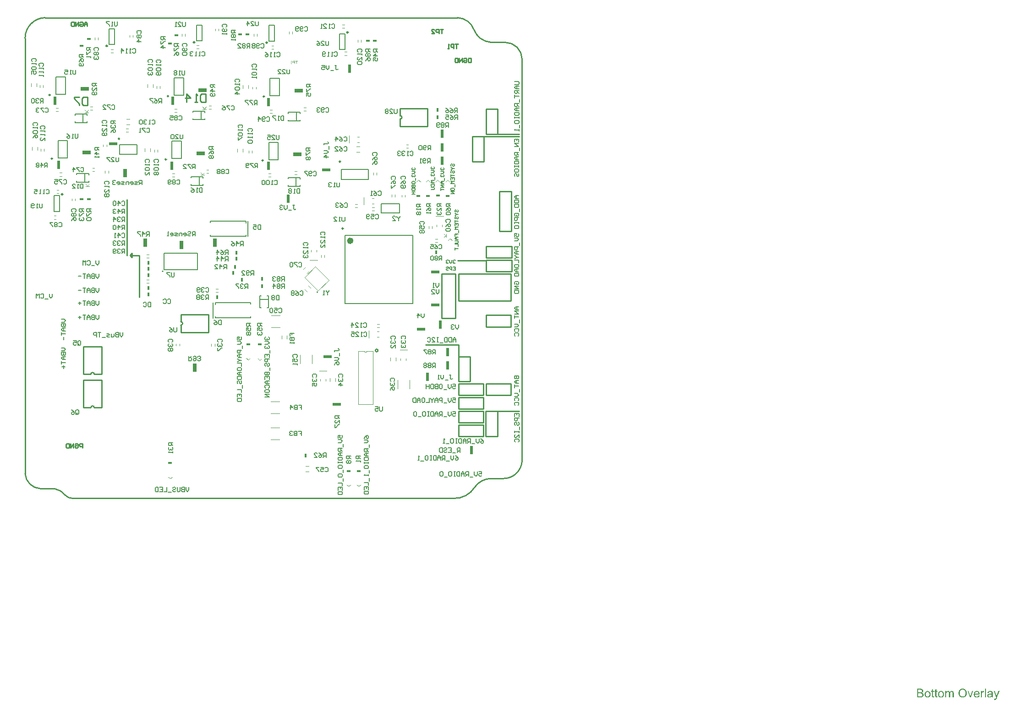
<source format=gbo>
G04*
G04 #@! TF.GenerationSoftware,Altium Limited,Altium Designer,18.1.7 (191)*
G04*
G04 Layer_Color=32896*
%FSLAX25Y25*%
%MOIN*%
G70*
G01*
G75*
%ADD10C,0.01000*%
%ADD13C,0.00800*%
%ADD14C,0.00787*%
%ADD15C,0.00394*%
%ADD16C,0.00591*%
%ADD19C,0.00700*%
%ADD20C,0.00799*%
%ADD23R,0.01300X0.03000*%
%ADD24R,0.02500X0.06000*%
%ADD25R,0.06000X0.02000*%
%ADD27R,0.06000X0.02500*%
%ADD28R,0.02000X0.06000*%
%ADD173C,0.00984*%
%ADD174C,0.02362*%
%ADD175C,0.00799*%
%ADD176R,0.03000X0.01300*%
G36*
X697268Y-140324D02*
X697369Y-140342D01*
X697487Y-140378D01*
X697615Y-140424D01*
X697760Y-140488D01*
X697915Y-140570D01*
X697633Y-141280D01*
X697624Y-141271D01*
X697587Y-141253D01*
X697533Y-141226D01*
X697460Y-141198D01*
X697378Y-141171D01*
X697278Y-141144D01*
X697177Y-141126D01*
X697077Y-141116D01*
X697032D01*
X696986Y-141126D01*
X696922Y-141135D01*
X696859Y-141153D01*
X696777Y-141180D01*
X696695Y-141217D01*
X696622Y-141271D01*
X696613Y-141280D01*
X696585Y-141299D01*
X696558Y-141335D01*
X696512Y-141381D01*
X696467Y-141444D01*
X696421Y-141517D01*
X696376Y-141599D01*
X696339Y-141700D01*
X696330Y-141718D01*
X696321Y-141772D01*
X696303Y-141854D01*
X696276Y-141964D01*
X696248Y-142100D01*
X696230Y-142255D01*
X696221Y-142419D01*
X696212Y-142601D01*
Y-144988D01*
X695437D01*
Y-140415D01*
X696139D01*
Y-141107D01*
X696148Y-141098D01*
X696184Y-141034D01*
X696230Y-140953D01*
X696303Y-140852D01*
X696376Y-140752D01*
X696458Y-140643D01*
X696540Y-140552D01*
X696622Y-140479D01*
X696631Y-140470D01*
X696658Y-140451D01*
X696713Y-140424D01*
X696767Y-140397D01*
X696840Y-140369D01*
X696931Y-140342D01*
X697022Y-140324D01*
X697123Y-140315D01*
X697187D01*
X697268Y-140324D01*
D02*
G37*
G36*
X674384D02*
X674448D01*
X674512Y-140333D01*
X674667Y-140360D01*
X674831Y-140406D01*
X675004Y-140479D01*
X675177Y-140570D01*
X675322Y-140697D01*
X675341Y-140716D01*
X675377Y-140770D01*
X675441Y-140852D01*
X675468Y-140916D01*
X675505Y-140980D01*
X675541Y-141062D01*
X675568Y-141144D01*
X675605Y-141235D01*
X675632Y-141344D01*
X675651Y-141454D01*
X675669Y-141581D01*
X675687Y-141709D01*
Y-141854D01*
Y-144988D01*
X674913D01*
Y-142119D01*
Y-142109D01*
Y-142100D01*
Y-142046D01*
Y-141964D01*
X674903Y-141864D01*
X674894Y-141754D01*
X674885Y-141645D01*
X674867Y-141535D01*
X674840Y-141454D01*
Y-141444D01*
X674822Y-141417D01*
X674803Y-141381D01*
X674776Y-141335D01*
X674740Y-141280D01*
X674694Y-141226D01*
X674639Y-141171D01*
X674566Y-141116D01*
X674557Y-141107D01*
X674530Y-141098D01*
X674494Y-141080D01*
X674430Y-141053D01*
X674366Y-141025D01*
X674284Y-141007D01*
X674202Y-140998D01*
X674102Y-140989D01*
X674056D01*
X674020Y-140998D01*
X673929Y-141007D01*
X673819Y-141025D01*
X673692Y-141071D01*
X673555Y-141126D01*
X673419Y-141208D01*
X673291Y-141317D01*
X673282Y-141335D01*
X673245Y-141381D01*
X673191Y-141454D01*
X673136Y-141563D01*
X673072Y-141709D01*
X673027Y-141882D01*
X672990Y-142091D01*
X672972Y-142337D01*
Y-144988D01*
X672198D01*
Y-142027D01*
Y-142018D01*
Y-142000D01*
Y-141982D01*
Y-141946D01*
X672189Y-141845D01*
X672170Y-141736D01*
X672152Y-141608D01*
X672116Y-141481D01*
X672070Y-141362D01*
X672007Y-141253D01*
X671997Y-141244D01*
X671970Y-141208D01*
X671924Y-141171D01*
X671861Y-141116D01*
X671779Y-141071D01*
X671669Y-141025D01*
X671542Y-140998D01*
X671387Y-140989D01*
X671332D01*
X671269Y-140998D01*
X671196Y-141007D01*
X671105Y-141034D01*
X670995Y-141062D01*
X670895Y-141107D01*
X670786Y-141162D01*
X670777Y-141171D01*
X670740Y-141198D01*
X670695Y-141235D01*
X670631Y-141289D01*
X670567Y-141362D01*
X670503Y-141454D01*
X670439Y-141554D01*
X670385Y-141672D01*
X670376Y-141690D01*
X670367Y-141736D01*
X670348Y-141809D01*
X670321Y-141909D01*
X670294Y-142046D01*
X670276Y-142210D01*
X670266Y-142401D01*
X670257Y-142620D01*
Y-144988D01*
X669483D01*
Y-140415D01*
X670175D01*
Y-141071D01*
X670185Y-141053D01*
X670212Y-141016D01*
X670266Y-140953D01*
X670330Y-140880D01*
X670412Y-140788D01*
X670512Y-140697D01*
X670622Y-140606D01*
X670749Y-140524D01*
X670767Y-140515D01*
X670813Y-140488D01*
X670886Y-140461D01*
X670986Y-140415D01*
X671105Y-140378D01*
X671241Y-140351D01*
X671396Y-140324D01*
X671560Y-140315D01*
X671642D01*
X671742Y-140324D01*
X671852Y-140342D01*
X671988Y-140369D01*
X672125Y-140406D01*
X672261Y-140461D01*
X672389Y-140533D01*
X672407Y-140542D01*
X672444Y-140570D01*
X672498Y-140615D01*
X672571Y-140688D01*
X672644Y-140770D01*
X672726Y-140870D01*
X672799Y-140989D01*
X672854Y-141126D01*
X672863Y-141116D01*
X672881Y-141089D01*
X672908Y-141053D01*
X672954Y-140998D01*
X673009Y-140934D01*
X673072Y-140870D01*
X673145Y-140798D01*
X673236Y-140716D01*
X673337Y-140643D01*
X673437Y-140570D01*
X673555Y-140506D01*
X673683Y-140442D01*
X673819Y-140388D01*
X673965Y-140351D01*
X674111Y-140324D01*
X674275Y-140315D01*
X674339D01*
X674384Y-140324D01*
D02*
G37*
G36*
X688113Y-144988D02*
X687375D01*
X685653Y-140415D01*
X686473D01*
X687457Y-143157D01*
Y-143166D01*
X687466Y-143175D01*
X687475Y-143203D01*
X687484Y-143230D01*
X687512Y-143321D01*
X687548Y-143439D01*
X687594Y-143576D01*
X687648Y-143731D01*
X687694Y-143904D01*
X687748Y-144077D01*
X687758Y-144059D01*
X687767Y-144013D01*
X687794Y-143941D01*
X687821Y-143831D01*
X687867Y-143713D01*
X687913Y-143558D01*
X687976Y-143394D01*
X688040Y-143212D01*
X689051Y-140415D01*
X689853D01*
X688113Y-144988D01*
D02*
G37*
G36*
X707244Y-145061D02*
Y-145070D01*
X707235Y-145097D01*
X707217Y-145134D01*
X707198Y-145179D01*
X707171Y-145243D01*
X707144Y-145316D01*
X707080Y-145471D01*
X707016Y-145644D01*
X706943Y-145817D01*
X706870Y-145972D01*
X706834Y-146036D01*
X706807Y-146100D01*
X706798Y-146118D01*
X706770Y-146163D01*
X706725Y-146227D01*
X706670Y-146309D01*
X706597Y-146400D01*
X706515Y-146491D01*
X706433Y-146582D01*
X706333Y-146655D01*
X706324Y-146664D01*
X706287Y-146683D01*
X706233Y-146710D01*
X706151Y-146746D01*
X706060Y-146783D01*
X705950Y-146810D01*
X705832Y-146828D01*
X705695Y-146837D01*
X705659D01*
X705613Y-146828D01*
X705549D01*
X705477Y-146810D01*
X705395Y-146792D01*
X705303Y-146774D01*
X705203Y-146737D01*
X705121Y-146018D01*
X705130D01*
X705167Y-146027D01*
X705212Y-146036D01*
X705267Y-146054D01*
X705413Y-146081D01*
X705559Y-146090D01*
X705604D01*
X705650Y-146081D01*
X705704D01*
X705841Y-146054D01*
X705905Y-146027D01*
X705969Y-145999D01*
X705978D01*
X705996Y-145981D01*
X706023Y-145963D01*
X706060Y-145936D01*
X706142Y-145863D01*
X706215Y-145763D01*
Y-145753D01*
X706233Y-145735D01*
X706251Y-145699D01*
X706269Y-145644D01*
X706306Y-145571D01*
X706342Y-145462D01*
X706397Y-145334D01*
X706451Y-145179D01*
Y-145170D01*
X706470Y-145134D01*
X706488Y-145070D01*
X706524Y-144988D01*
X704793Y-140415D01*
X705613D01*
X706570Y-143066D01*
Y-143075D01*
X706579Y-143084D01*
X706588Y-143112D01*
X706597Y-143157D01*
X706615Y-143203D01*
X706634Y-143257D01*
X706679Y-143385D01*
X706734Y-143540D01*
X706788Y-143722D01*
X706843Y-143913D01*
X706898Y-144123D01*
Y-144114D01*
X706907Y-144095D01*
X706916Y-144068D01*
X706925Y-144032D01*
X706934Y-143986D01*
X706952Y-143931D01*
X706989Y-143795D01*
X707034Y-143640D01*
X707098Y-143458D01*
X707153Y-143275D01*
X707226Y-143084D01*
X708210Y-140415D01*
X708984D01*
X707244Y-145061D01*
D02*
G37*
G36*
X702470Y-140324D02*
X702607Y-140333D01*
X702762Y-140351D01*
X702917Y-140378D01*
X703072Y-140415D01*
X703217Y-140461D01*
X703235Y-140470D01*
X703281Y-140488D01*
X703345Y-140515D01*
X703427Y-140552D01*
X703518Y-140606D01*
X703609Y-140661D01*
X703691Y-140734D01*
X703764Y-140807D01*
X703773Y-140816D01*
X703791Y-140843D01*
X703819Y-140889D01*
X703855Y-140943D01*
X703901Y-141025D01*
X703937Y-141107D01*
X703973Y-141208D01*
X704001Y-141326D01*
Y-141335D01*
X704010Y-141362D01*
X704019Y-141417D01*
X704028Y-141490D01*
Y-141590D01*
X704037Y-141709D01*
X704046Y-141864D01*
Y-142037D01*
Y-143075D01*
Y-143084D01*
Y-143121D01*
Y-143175D01*
Y-143248D01*
Y-143330D01*
Y-143430D01*
X704055Y-143649D01*
Y-143877D01*
X704065Y-144105D01*
X704074Y-144205D01*
Y-144296D01*
X704083Y-144378D01*
X704092Y-144442D01*
Y-144451D01*
X704101Y-144487D01*
X704110Y-144542D01*
X704137Y-144615D01*
X704156Y-144697D01*
X704192Y-144788D01*
X704238Y-144888D01*
X704283Y-144988D01*
X703472D01*
X703463Y-144979D01*
X703454Y-144943D01*
X703436Y-144897D01*
X703409Y-144824D01*
X703381Y-144742D01*
X703363Y-144642D01*
X703345Y-144533D01*
X703327Y-144414D01*
X703317D01*
X703308Y-144432D01*
X703254Y-144478D01*
X703172Y-144542D01*
X703062Y-144624D01*
X702926Y-144706D01*
X702789Y-144797D01*
X702643Y-144879D01*
X702489Y-144943D01*
X702470Y-144952D01*
X702416Y-144961D01*
X702334Y-144988D01*
X702233Y-145016D01*
X702106Y-145043D01*
X701960Y-145061D01*
X701796Y-145079D01*
X701632Y-145088D01*
X701559D01*
X701505Y-145079D01*
X701441D01*
X701368Y-145070D01*
X701204Y-145043D01*
X701022Y-144997D01*
X700821Y-144933D01*
X700639Y-144842D01*
X700475Y-144724D01*
X700457Y-144706D01*
X700411Y-144660D01*
X700348Y-144578D01*
X700275Y-144469D01*
X700202Y-144332D01*
X700138Y-144177D01*
X700093Y-143986D01*
X700083Y-143895D01*
X700074Y-143786D01*
Y-143767D01*
Y-143731D01*
X700083Y-143667D01*
X700093Y-143585D01*
X700111Y-143485D01*
X700138Y-143385D01*
X700175Y-143275D01*
X700220Y-143175D01*
X700229Y-143166D01*
X700247Y-143130D01*
X700284Y-143075D01*
X700329Y-143011D01*
X700384Y-142938D01*
X700457Y-142866D01*
X700530Y-142793D01*
X700621Y-142729D01*
X700630Y-142720D01*
X700667Y-142702D01*
X700712Y-142665D01*
X700785Y-142629D01*
X700867Y-142592D01*
X700967Y-142547D01*
X701067Y-142510D01*
X701186Y-142474D01*
X701195D01*
X701231Y-142465D01*
X701286Y-142446D01*
X701359Y-142437D01*
X701450Y-142419D01*
X701568Y-142401D01*
X701705Y-142374D01*
X701869Y-142355D01*
X701878D01*
X701915Y-142346D01*
X701960D01*
X702024Y-142337D01*
X702097Y-142328D01*
X702188Y-142310D01*
X702288Y-142301D01*
X702397Y-142282D01*
X702616Y-142237D01*
X702853Y-142191D01*
X703062Y-142137D01*
X703163Y-142109D01*
X703254Y-142082D01*
Y-142073D01*
Y-142055D01*
X703263Y-142000D01*
Y-141936D01*
Y-141900D01*
Y-141882D01*
Y-141873D01*
Y-141864D01*
Y-141809D01*
X703254Y-141718D01*
X703235Y-141618D01*
X703208Y-141508D01*
X703163Y-141399D01*
X703108Y-141299D01*
X703035Y-141217D01*
X703026Y-141208D01*
X702981Y-141171D01*
X702908Y-141135D01*
X702816Y-141080D01*
X702689Y-141034D01*
X702543Y-140989D01*
X702361Y-140962D01*
X702151Y-140953D01*
X702060D01*
X701969Y-140962D01*
X701842Y-140980D01*
X701714Y-140998D01*
X701578Y-141034D01*
X701450Y-141080D01*
X701341Y-141144D01*
X701332Y-141153D01*
X701295Y-141180D01*
X701250Y-141226D01*
X701195Y-141299D01*
X701140Y-141390D01*
X701077Y-141508D01*
X701022Y-141654D01*
X700967Y-141818D01*
X700211Y-141718D01*
Y-141709D01*
X700220Y-141700D01*
Y-141672D01*
X700229Y-141636D01*
X700257Y-141554D01*
X700293Y-141435D01*
X700339Y-141317D01*
X700393Y-141189D01*
X700466Y-141062D01*
X700548Y-140943D01*
X700557Y-140934D01*
X700594Y-140898D01*
X700648Y-140843D01*
X700721Y-140770D01*
X700821Y-140697D01*
X700940Y-140624D01*
X701077Y-140542D01*
X701231Y-140479D01*
X701240D01*
X701250Y-140470D01*
X701277Y-140461D01*
X701313Y-140451D01*
X701404Y-140424D01*
X701532Y-140397D01*
X701678Y-140369D01*
X701860Y-140342D01*
X702051Y-140324D01*
X702270Y-140315D01*
X702370D01*
X702470Y-140324D01*
D02*
G37*
G36*
X699136Y-144988D02*
X698362D01*
Y-138684D01*
X699136D01*
Y-144988D01*
D02*
G37*
G36*
X651518Y-138693D02*
X651591D01*
X651755Y-138711D01*
X651937Y-138730D01*
X652128Y-138766D01*
X652320Y-138812D01*
X652493Y-138875D01*
X652502D01*
X652511Y-138884D01*
X652566Y-138912D01*
X652648Y-138957D01*
X652739Y-139021D01*
X652848Y-139103D01*
X652967Y-139203D01*
X653076Y-139331D01*
X653176Y-139468D01*
X653185Y-139486D01*
X653212Y-139540D01*
X653258Y-139613D01*
X653304Y-139723D01*
X653349Y-139850D01*
X653395Y-139987D01*
X653422Y-140142D01*
X653431Y-140297D01*
Y-140315D01*
Y-140360D01*
X653422Y-140442D01*
X653404Y-140542D01*
X653376Y-140661D01*
X653331Y-140788D01*
X653276Y-140916D01*
X653203Y-141053D01*
X653194Y-141071D01*
X653167Y-141107D01*
X653112Y-141180D01*
X653039Y-141253D01*
X652948Y-141344D01*
X652839Y-141444D01*
X652702Y-141535D01*
X652548Y-141627D01*
X652557D01*
X652575Y-141636D01*
X652602Y-141645D01*
X652639Y-141663D01*
X652748Y-141700D01*
X652876Y-141763D01*
X653012Y-141845D01*
X653167Y-141946D01*
X653304Y-142064D01*
X653431Y-142210D01*
X653440Y-142228D01*
X653477Y-142282D01*
X653531Y-142365D01*
X653586Y-142474D01*
X653641Y-142620D01*
X653695Y-142774D01*
X653732Y-142957D01*
X653741Y-143157D01*
Y-143166D01*
Y-143175D01*
Y-143230D01*
X653732Y-143321D01*
X653714Y-143430D01*
X653695Y-143558D01*
X653659Y-143695D01*
X653613Y-143840D01*
X653550Y-143986D01*
X653541Y-144004D01*
X653513Y-144050D01*
X653477Y-144114D01*
X653422Y-144205D01*
X653349Y-144296D01*
X653276Y-144396D01*
X653185Y-144496D01*
X653085Y-144578D01*
X653076Y-144587D01*
X653039Y-144615D01*
X652976Y-144651D01*
X652894Y-144688D01*
X652794Y-144742D01*
X652675Y-144797D01*
X652548Y-144842D01*
X652393Y-144888D01*
X652374D01*
X652320Y-144906D01*
X652229Y-144915D01*
X652110Y-144933D01*
X651965Y-144952D01*
X651791Y-144970D01*
X651600Y-144979D01*
X651381Y-144988D01*
X648976D01*
Y-138684D01*
X651454D01*
X651518Y-138693D01*
D02*
G37*
G36*
X663042Y-140415D02*
X663826D01*
Y-141016D01*
X663042D01*
Y-143704D01*
Y-143722D01*
Y-143758D01*
Y-143813D01*
X663051Y-143877D01*
X663060Y-144023D01*
X663069Y-144086D01*
X663079Y-144132D01*
X663088Y-144150D01*
X663115Y-144186D01*
X663152Y-144232D01*
X663215Y-144278D01*
X663234Y-144287D01*
X663279Y-144305D01*
X663361Y-144323D01*
X663480Y-144332D01*
X663571D01*
X663616Y-144323D01*
X663680D01*
X663753Y-144314D01*
X663826Y-144305D01*
X663926Y-144988D01*
X663908D01*
X663871Y-144997D01*
X663807Y-145006D01*
X663726Y-145016D01*
X663634Y-145034D01*
X663534Y-145043D01*
X663334Y-145052D01*
X663261D01*
X663188Y-145043D01*
X663097Y-145034D01*
X662988Y-145025D01*
X662878Y-144997D01*
X662778Y-144970D01*
X662678Y-144924D01*
X662669Y-144915D01*
X662641Y-144897D01*
X662605Y-144870D01*
X662550Y-144824D01*
X662505Y-144779D01*
X662450Y-144715D01*
X662395Y-144651D01*
X662359Y-144569D01*
Y-144560D01*
X662341Y-144524D01*
X662332Y-144460D01*
X662313Y-144369D01*
X662295Y-144250D01*
X662286Y-144177D01*
Y-144095D01*
X662277Y-143995D01*
X662268Y-143895D01*
Y-143786D01*
Y-143658D01*
Y-141016D01*
X661694D01*
Y-140415D01*
X662268D01*
Y-139285D01*
X663042Y-138821D01*
Y-140415D01*
D02*
G37*
G36*
X660592D02*
X661375D01*
Y-141016D01*
X660592D01*
Y-143704D01*
Y-143722D01*
Y-143758D01*
Y-143813D01*
X660601Y-143877D01*
X660610Y-144023D01*
X660619Y-144086D01*
X660628Y-144132D01*
X660637Y-144150D01*
X660665Y-144186D01*
X660701Y-144232D01*
X660765Y-144278D01*
X660783Y-144287D01*
X660828Y-144305D01*
X660911Y-144323D01*
X661029Y-144332D01*
X661120D01*
X661166Y-144323D01*
X661229D01*
X661302Y-144314D01*
X661375Y-144305D01*
X661475Y-144988D01*
X661457D01*
X661421Y-144997D01*
X661357Y-145006D01*
X661275Y-145016D01*
X661184Y-145034D01*
X661084Y-145043D01*
X660883Y-145052D01*
X660810D01*
X660737Y-145043D01*
X660646Y-145034D01*
X660537Y-145025D01*
X660428Y-144997D01*
X660327Y-144970D01*
X660227Y-144924D01*
X660218Y-144915D01*
X660191Y-144897D01*
X660154Y-144870D01*
X660100Y-144824D01*
X660054Y-144779D01*
X660000Y-144715D01*
X659945Y-144651D01*
X659908Y-144569D01*
Y-144560D01*
X659890Y-144524D01*
X659881Y-144460D01*
X659863Y-144369D01*
X659845Y-144250D01*
X659835Y-144177D01*
Y-144095D01*
X659826Y-143995D01*
X659817Y-143895D01*
Y-143786D01*
Y-143658D01*
Y-141016D01*
X659243D01*
Y-140415D01*
X659817D01*
Y-139285D01*
X660592Y-138821D01*
Y-140415D01*
D02*
G37*
G36*
X692568Y-140324D02*
X692641Y-140333D01*
X692732Y-140351D01*
X692832Y-140369D01*
X692950Y-140397D01*
X693060Y-140424D01*
X693187Y-140470D01*
X693306Y-140515D01*
X693433Y-140579D01*
X693561Y-140652D01*
X693688Y-140734D01*
X693807Y-140834D01*
X693916Y-140943D01*
X693925Y-140953D01*
X693943Y-140971D01*
X693971Y-141007D01*
X694007Y-141062D01*
X694053Y-141126D01*
X694098Y-141198D01*
X694153Y-141289D01*
X694207Y-141399D01*
X694262Y-141517D01*
X694317Y-141645D01*
X694362Y-141791D01*
X694408Y-141946D01*
X694444Y-142119D01*
X694472Y-142301D01*
X694490Y-142492D01*
X694499Y-142702D01*
Y-142711D01*
Y-142747D01*
Y-142811D01*
X694490Y-142902D01*
X691074D01*
Y-142911D01*
Y-142938D01*
X691083Y-142975D01*
Y-143029D01*
X691092Y-143093D01*
X691110Y-143166D01*
X691138Y-143330D01*
X691192Y-143512D01*
X691265Y-143713D01*
X691365Y-143895D01*
X691493Y-144059D01*
X691502D01*
X691511Y-144077D01*
X691566Y-144123D01*
X691648Y-144186D01*
X691757Y-144250D01*
X691903Y-144323D01*
X692067Y-144387D01*
X692249Y-144432D01*
X692349Y-144442D01*
X692458Y-144451D01*
X692531D01*
X692613Y-144442D01*
X692713Y-144423D01*
X692823Y-144396D01*
X692950Y-144360D01*
X693069Y-144305D01*
X693187Y-144232D01*
X693196Y-144223D01*
X693242Y-144186D01*
X693296Y-144132D01*
X693360Y-144059D01*
X693433Y-143959D01*
X693515Y-143831D01*
X693597Y-143685D01*
X693670Y-143512D01*
X694472Y-143613D01*
Y-143622D01*
X694463Y-143640D01*
X694453Y-143676D01*
X694435Y-143731D01*
X694408Y-143786D01*
X694381Y-143859D01*
X694308Y-144013D01*
X694217Y-144186D01*
X694089Y-144369D01*
X693943Y-144542D01*
X693761Y-144706D01*
X693752D01*
X693734Y-144724D01*
X693707Y-144742D01*
X693670Y-144770D01*
X693615Y-144797D01*
X693561Y-144824D01*
X693488Y-144861D01*
X693406Y-144897D01*
X693315Y-144933D01*
X693224Y-144970D01*
X692996Y-145025D01*
X692741Y-145070D01*
X692458Y-145088D01*
X692358D01*
X692294Y-145079D01*
X692212Y-145070D01*
X692112Y-145052D01*
X692003Y-145034D01*
X691885Y-145016D01*
X691629Y-144943D01*
X691493Y-144888D01*
X691365Y-144833D01*
X691229Y-144760D01*
X691101Y-144678D01*
X690983Y-144587D01*
X690864Y-144478D01*
X690855Y-144469D01*
X690837Y-144451D01*
X690809Y-144414D01*
X690773Y-144360D01*
X690728Y-144296D01*
X690682Y-144223D01*
X690627Y-144132D01*
X690573Y-144032D01*
X690518Y-143913D01*
X690463Y-143786D01*
X690418Y-143640D01*
X690372Y-143485D01*
X690336Y-143321D01*
X690308Y-143139D01*
X690290Y-142948D01*
X690281Y-142747D01*
Y-142738D01*
Y-142692D01*
Y-142638D01*
X690290Y-142556D01*
X690299Y-142456D01*
X690308Y-142346D01*
X690327Y-142219D01*
X690354Y-142091D01*
X690427Y-141800D01*
X690472Y-141654D01*
X690527Y-141499D01*
X690600Y-141353D01*
X690682Y-141217D01*
X690773Y-141080D01*
X690873Y-140953D01*
X690882Y-140943D01*
X690901Y-140925D01*
X690937Y-140898D01*
X690983Y-140852D01*
X691037Y-140807D01*
X691110Y-140752D01*
X691192Y-140688D01*
X691292Y-140634D01*
X691393Y-140570D01*
X691511Y-140515D01*
X691639Y-140461D01*
X691775Y-140415D01*
X691921Y-140369D01*
X692076Y-140342D01*
X692240Y-140324D01*
X692413Y-140315D01*
X692504D01*
X692568Y-140324D01*
D02*
G37*
G36*
X666595D02*
X666677Y-140333D01*
X666768Y-140351D01*
X666868Y-140369D01*
X666987Y-140388D01*
X667233Y-140470D01*
X667360Y-140515D01*
X667488Y-140579D01*
X667615Y-140643D01*
X667743Y-140734D01*
X667861Y-140825D01*
X667980Y-140934D01*
X667989Y-140943D01*
X668007Y-140962D01*
X668035Y-140998D01*
X668071Y-141044D01*
X668117Y-141107D01*
X668171Y-141189D01*
X668226Y-141280D01*
X668281Y-141381D01*
X668335Y-141490D01*
X668390Y-141627D01*
X668444Y-141763D01*
X668490Y-141918D01*
X668526Y-142082D01*
X668554Y-142255D01*
X668572Y-142437D01*
X668581Y-142638D01*
Y-142647D01*
Y-142674D01*
Y-142720D01*
Y-142784D01*
X668572Y-142857D01*
X668563Y-142948D01*
Y-143039D01*
X668545Y-143139D01*
X668517Y-143367D01*
X668463Y-143594D01*
X668399Y-143822D01*
X668308Y-144032D01*
Y-144041D01*
X668299Y-144050D01*
X668281Y-144077D01*
X668262Y-144114D01*
X668198Y-144205D01*
X668117Y-144314D01*
X668007Y-144442D01*
X667871Y-144569D01*
X667716Y-144697D01*
X667533Y-144815D01*
X667524D01*
X667515Y-144824D01*
X667488Y-144842D01*
X667442Y-144861D01*
X667397Y-144879D01*
X667342Y-144897D01*
X667205Y-144952D01*
X667051Y-144997D01*
X666859Y-145043D01*
X666659Y-145079D01*
X666440Y-145088D01*
X666349D01*
X666276Y-145079D01*
X666194Y-145070D01*
X666103Y-145052D01*
X665994Y-145034D01*
X665884Y-145016D01*
X665639Y-144943D01*
X665502Y-144888D01*
X665374Y-144833D01*
X665247Y-144760D01*
X665119Y-144678D01*
X665001Y-144587D01*
X664882Y-144478D01*
X664873Y-144469D01*
X664855Y-144451D01*
X664828Y-144414D01*
X664791Y-144360D01*
X664746Y-144296D01*
X664700Y-144223D01*
X664646Y-144132D01*
X664591Y-144023D01*
X664536Y-143904D01*
X664482Y-143767D01*
X664436Y-143622D01*
X664391Y-143467D01*
X664354Y-143294D01*
X664327Y-143112D01*
X664309Y-142911D01*
X664299Y-142702D01*
Y-142683D01*
Y-142647D01*
X664309Y-142583D01*
Y-142492D01*
X664318Y-142392D01*
X664336Y-142264D01*
X664354Y-142137D01*
X664391Y-141991D01*
X664427Y-141845D01*
X664472Y-141690D01*
X664527Y-141526D01*
X664600Y-141372D01*
X664673Y-141226D01*
X664773Y-141080D01*
X664873Y-140943D01*
X665001Y-140825D01*
X665010Y-140816D01*
X665028Y-140807D01*
X665065Y-140779D01*
X665110Y-140743D01*
X665165Y-140707D01*
X665238Y-140661D01*
X665311Y-140615D01*
X665402Y-140570D01*
X665502Y-140524D01*
X665611Y-140479D01*
X665857Y-140397D01*
X666140Y-140333D01*
X666285Y-140324D01*
X666440Y-140315D01*
X666531D01*
X666595Y-140324D01*
D02*
G37*
G36*
X656793D02*
X656875Y-140333D01*
X656966Y-140351D01*
X657066Y-140369D01*
X657185Y-140388D01*
X657431Y-140470D01*
X657558Y-140515D01*
X657686Y-140579D01*
X657813Y-140643D01*
X657941Y-140734D01*
X658059Y-140825D01*
X658178Y-140934D01*
X658187Y-140943D01*
X658205Y-140962D01*
X658232Y-140998D01*
X658269Y-141044D01*
X658314Y-141107D01*
X658369Y-141189D01*
X658423Y-141280D01*
X658478Y-141381D01*
X658533Y-141490D01*
X658587Y-141627D01*
X658642Y-141763D01*
X658688Y-141918D01*
X658724Y-142082D01*
X658751Y-142255D01*
X658770Y-142437D01*
X658779Y-142638D01*
Y-142647D01*
Y-142674D01*
Y-142720D01*
Y-142784D01*
X658770Y-142857D01*
X658760Y-142948D01*
Y-143039D01*
X658742Y-143139D01*
X658715Y-143367D01*
X658660Y-143594D01*
X658597Y-143822D01*
X658505Y-144032D01*
Y-144041D01*
X658496Y-144050D01*
X658478Y-144077D01*
X658460Y-144114D01*
X658396Y-144205D01*
X658314Y-144314D01*
X658205Y-144442D01*
X658068Y-144569D01*
X657913Y-144697D01*
X657731Y-144815D01*
X657722D01*
X657713Y-144824D01*
X657686Y-144842D01*
X657640Y-144861D01*
X657594Y-144879D01*
X657540Y-144897D01*
X657403Y-144952D01*
X657248Y-144997D01*
X657057Y-145043D01*
X656856Y-145079D01*
X656638Y-145088D01*
X656547D01*
X656474Y-145079D01*
X656392Y-145070D01*
X656301Y-145052D01*
X656191Y-145034D01*
X656082Y-145016D01*
X655836Y-144943D01*
X655700Y-144888D01*
X655572Y-144833D01*
X655444Y-144760D01*
X655317Y-144678D01*
X655198Y-144587D01*
X655080Y-144478D01*
X655071Y-144469D01*
X655053Y-144451D01*
X655025Y-144414D01*
X654989Y-144360D01*
X654943Y-144296D01*
X654898Y-144223D01*
X654843Y-144132D01*
X654789Y-144023D01*
X654734Y-143904D01*
X654679Y-143767D01*
X654634Y-143622D01*
X654588Y-143467D01*
X654552Y-143294D01*
X654524Y-143112D01*
X654506Y-142911D01*
X654497Y-142702D01*
Y-142683D01*
Y-142647D01*
X654506Y-142583D01*
Y-142492D01*
X654515Y-142392D01*
X654533Y-142264D01*
X654552Y-142137D01*
X654588Y-141991D01*
X654625Y-141845D01*
X654670Y-141690D01*
X654725Y-141526D01*
X654798Y-141372D01*
X654871Y-141226D01*
X654971Y-141080D01*
X655071Y-140943D01*
X655198Y-140825D01*
X655208Y-140816D01*
X655226Y-140807D01*
X655262Y-140779D01*
X655308Y-140743D01*
X655363Y-140707D01*
X655435Y-140661D01*
X655508Y-140615D01*
X655599Y-140570D01*
X655700Y-140524D01*
X655809Y-140479D01*
X656055Y-140397D01*
X656337Y-140333D01*
X656483Y-140324D01*
X656638Y-140315D01*
X656729D01*
X656793Y-140324D01*
D02*
G37*
G36*
X682292Y-138584D02*
X682374D01*
X682456Y-138593D01*
X682565Y-138611D01*
X682674Y-138629D01*
X682911Y-138675D01*
X683184Y-138748D01*
X683449Y-138857D01*
X683585Y-138921D01*
X683722Y-138994D01*
X683731Y-139003D01*
X683749Y-139012D01*
X683786Y-139039D01*
X683840Y-139067D01*
X683895Y-139112D01*
X683968Y-139167D01*
X684123Y-139295D01*
X684287Y-139458D01*
X684469Y-139659D01*
X684642Y-139896D01*
X684788Y-140160D01*
Y-140169D01*
X684806Y-140196D01*
X684824Y-140233D01*
X684842Y-140287D01*
X684879Y-140360D01*
X684906Y-140442D01*
X684943Y-140542D01*
X684979Y-140652D01*
X685006Y-140770D01*
X685043Y-140898D01*
X685079Y-141044D01*
X685107Y-141189D01*
X685143Y-141508D01*
X685161Y-141854D01*
Y-141864D01*
Y-141900D01*
Y-141946D01*
X685152Y-142018D01*
Y-142100D01*
X685143Y-142201D01*
X685125Y-142310D01*
X685116Y-142428D01*
X685070Y-142692D01*
X684997Y-142984D01*
X684897Y-143275D01*
X684842Y-143421D01*
X684770Y-143567D01*
Y-143576D01*
X684751Y-143604D01*
X684733Y-143640D01*
X684697Y-143695D01*
X684660Y-143758D01*
X684615Y-143822D01*
X684487Y-143995D01*
X684332Y-144177D01*
X684150Y-144369D01*
X683931Y-144551D01*
X683676Y-144715D01*
X683667D01*
X683649Y-144733D01*
X683603Y-144751D01*
X683549Y-144779D01*
X683485Y-144806D01*
X683412Y-144833D01*
X683321Y-144870D01*
X683221Y-144906D01*
X683111Y-144943D01*
X682993Y-144979D01*
X682729Y-145034D01*
X682446Y-145079D01*
X682146Y-145097D01*
X682055D01*
X682000Y-145088D01*
X681918D01*
X681827Y-145070D01*
X681727Y-145061D01*
X681608Y-145043D01*
X681362Y-144988D01*
X681098Y-144915D01*
X680825Y-144806D01*
X680688Y-144742D01*
X680552Y-144669D01*
X680543Y-144660D01*
X680524Y-144651D01*
X680488Y-144624D01*
X680433Y-144587D01*
X680378Y-144551D01*
X680315Y-144496D01*
X680160Y-144360D01*
X679987Y-144196D01*
X679805Y-143995D01*
X679641Y-143767D01*
X679486Y-143503D01*
Y-143494D01*
X679468Y-143467D01*
X679449Y-143430D01*
X679431Y-143376D01*
X679404Y-143303D01*
X679377Y-143221D01*
X679340Y-143130D01*
X679313Y-143029D01*
X679276Y-142911D01*
X679240Y-142793D01*
X679185Y-142519D01*
X679149Y-142237D01*
X679131Y-141927D01*
Y-141918D01*
Y-141909D01*
Y-141854D01*
X679140Y-141772D01*
Y-141663D01*
X679158Y-141535D01*
X679176Y-141381D01*
X679203Y-141208D01*
X679240Y-141025D01*
X679276Y-140834D01*
X679331Y-140634D01*
X679404Y-140433D01*
X679486Y-140224D01*
X679577Y-140023D01*
X679695Y-139823D01*
X679823Y-139641D01*
X679969Y-139468D01*
X679978Y-139458D01*
X680005Y-139431D01*
X680060Y-139385D01*
X680124Y-139331D01*
X680205Y-139258D01*
X680306Y-139185D01*
X680424Y-139103D01*
X680561Y-139021D01*
X680707Y-138939D01*
X680870Y-138857D01*
X681053Y-138784D01*
X681244Y-138711D01*
X681454Y-138657D01*
X681672Y-138611D01*
X681900Y-138584D01*
X682146Y-138575D01*
X682228D01*
X682292Y-138584D01*
D02*
G37*
G36*
X194069Y318299D02*
X194116Y318293D01*
X194164Y318284D01*
X194205Y318272D01*
X194285Y318240D01*
X194321Y318225D01*
X194350Y318207D01*
X194380Y318186D01*
X194404Y318172D01*
X194427Y318154D01*
X194445Y318139D01*
X194460Y318127D01*
X194469Y318118D01*
X194475Y318112D01*
X194478Y318109D01*
X194510Y318074D01*
X194537Y318033D01*
X194563Y317994D01*
X194584Y317953D01*
X194602Y317908D01*
X194617Y317867D01*
X194637Y317790D01*
X194646Y317751D01*
X194652Y317719D01*
X194655Y317686D01*
X194658Y317660D01*
X194661Y317639D01*
Y317624D01*
Y317612D01*
Y317609D01*
X194658Y317553D01*
X194652Y317503D01*
X194646Y317452D01*
X194634Y317405D01*
X194620Y317364D01*
X194605Y317322D01*
X194590Y317287D01*
X194572Y317254D01*
X194557Y317225D01*
X194543Y317198D01*
X194528Y317177D01*
X194513Y317156D01*
X194501Y317142D01*
X194495Y317133D01*
X194489Y317127D01*
X194486Y317124D01*
X194454Y317091D01*
X194418Y317065D01*
X194383Y317038D01*
X194344Y317017D01*
X194309Y317000D01*
X194273Y316985D01*
X194205Y316964D01*
X194176Y316955D01*
X194146Y316949D01*
X194122Y316946D01*
X194099Y316943D01*
X194081Y316940D01*
X194057D01*
X194001Y316943D01*
X193948Y316952D01*
X193900Y316964D01*
X193856Y316979D01*
X193823Y316991D01*
X193797Y317003D01*
X193779Y317011D01*
X193773Y317014D01*
X193726Y317044D01*
X193684Y317076D01*
X193649Y317109D01*
X193619Y317139D01*
X193598Y317168D01*
X193581Y317189D01*
X193569Y317204D01*
X193566Y317210D01*
Y317186D01*
Y317171D01*
Y317162D01*
Y317159D01*
X193569Y317100D01*
X193572Y317044D01*
X193578Y316994D01*
X193584Y316946D01*
X193593Y316908D01*
X193598Y316878D01*
X193601Y316866D01*
Y316857D01*
X193604Y316855D01*
Y316851D01*
X193619Y316798D01*
X193634Y316751D01*
X193649Y316709D01*
X193664Y316674D01*
X193675Y316647D01*
X193687Y316627D01*
X193693Y316612D01*
X193696Y316609D01*
X193720Y316576D01*
X193744Y316550D01*
X193767Y316526D01*
X193791Y316505D01*
X193809Y316487D01*
X193826Y316476D01*
X193838Y316470D01*
X193841Y316467D01*
X193874Y316449D01*
X193909Y316437D01*
X193942Y316428D01*
X193974Y316422D01*
X194001Y316419D01*
X194022Y316416D01*
X194043D01*
X194090Y316419D01*
X194134Y316428D01*
X194173Y316440D01*
X194205Y316455D01*
X194229Y316467D01*
X194250Y316478D01*
X194262Y316487D01*
X194264Y316490D01*
X194294Y316523D01*
X194318Y316561D01*
X194339Y316603D01*
X194353Y316644D01*
X194365Y316680D01*
X194374Y316712D01*
X194377Y316724D01*
Y316730D01*
X194380Y316736D01*
Y316739D01*
X194623Y316718D01*
X194605Y316633D01*
X194581Y316559D01*
X194552Y316493D01*
X194522Y316440D01*
X194492Y316399D01*
X194478Y316381D01*
X194466Y316366D01*
X194457Y316357D01*
X194448Y316348D01*
X194445Y316345D01*
X194442Y316342D01*
X194413Y316319D01*
X194380Y316298D01*
X194315Y316265D01*
X194250Y316242D01*
X194187Y316227D01*
X194131Y316215D01*
X194108Y316212D01*
X194087D01*
X194072Y316209D01*
X194048D01*
X193965Y316215D01*
X193892Y316227D01*
X193823Y316248D01*
X193767Y316271D01*
X193744Y316280D01*
X193720Y316292D01*
X193702Y316304D01*
X193684Y316313D01*
X193673Y316319D01*
X193664Y316325D01*
X193658Y316331D01*
X193655D01*
X193596Y316381D01*
X193542Y316437D01*
X193501Y316496D01*
X193465Y316552D01*
X193436Y316603D01*
X193424Y316627D01*
X193415Y316644D01*
X193409Y316662D01*
X193403Y316674D01*
X193400Y316680D01*
Y316683D01*
X193385Y316727D01*
X193371Y316777D01*
X193350Y316878D01*
X193335Y316985D01*
X193326Y317085D01*
X193320Y317130D01*
X193317Y317174D01*
Y317213D01*
X193314Y317245D01*
Y317272D01*
Y317292D01*
Y317307D01*
Y317310D01*
Y317378D01*
X193317Y317443D01*
X193323Y317503D01*
X193329Y317559D01*
X193335Y317609D01*
X193341Y317657D01*
X193350Y317701D01*
X193359Y317740D01*
X193368Y317772D01*
X193374Y317802D01*
X193382Y317828D01*
X193388Y317849D01*
X193394Y317864D01*
X193400Y317876D01*
X193403Y317882D01*
Y317884D01*
X193439Y317956D01*
X193477Y318018D01*
X193521Y318071D01*
X193560Y318115D01*
X193598Y318148D01*
X193628Y318172D01*
X193640Y318180D01*
X193649Y318186D01*
X193652Y318192D01*
X193655D01*
X193717Y318228D01*
X193779Y318254D01*
X193841Y318275D01*
X193897Y318287D01*
X193948Y318296D01*
X193968Y318299D01*
X193983D01*
X193998Y318302D01*
X194019D01*
X194069Y318299D01*
D02*
G37*
G36*
X198370Y318050D02*
X197695D01*
Y316245D01*
X197423D01*
Y318050D01*
X196748D01*
Y318293D01*
X198370D01*
Y318050D01*
D02*
G37*
G36*
X196467Y316245D02*
X196194D01*
Y317076D01*
X195670D01*
X195594Y317079D01*
X195519Y317085D01*
X195454Y317094D01*
X195395Y317106D01*
X195339Y317118D01*
X195292Y317133D01*
X195247Y317150D01*
X195209Y317168D01*
X195176Y317183D01*
X195147Y317201D01*
X195123Y317216D01*
X195105Y317230D01*
X195090Y317239D01*
X195081Y317248D01*
X195076Y317254D01*
X195073Y317257D01*
X195043Y317292D01*
X195016Y317328D01*
X194996Y317364D01*
X194975Y317402D01*
X194957Y317441D01*
X194945Y317476D01*
X194925Y317544D01*
X194919Y317577D01*
X194913Y317606D01*
X194910Y317633D01*
X194907Y317654D01*
X194904Y317674D01*
Y317686D01*
Y317695D01*
Y317698D01*
X194907Y317754D01*
X194913Y317808D01*
X194925Y317855D01*
X194933Y317896D01*
X194945Y317932D01*
X194957Y317958D01*
X194963Y317973D01*
X194966Y317979D01*
X194990Y318024D01*
X195019Y318062D01*
X195046Y318098D01*
X195073Y318124D01*
X195096Y318145D01*
X195114Y318163D01*
X195126Y318172D01*
X195132Y318175D01*
X195170Y318198D01*
X195215Y318219D01*
X195256Y318237D01*
X195295Y318252D01*
X195330Y318261D01*
X195357Y318266D01*
X195377Y318272D01*
X195383D01*
X195428Y318278D01*
X195478Y318284D01*
X195531Y318287D01*
X195582Y318290D01*
X195626Y318293D01*
X196467D01*
Y316245D01*
D02*
G37*
%LPC*%
G36*
X703263Y-142692D02*
X703254D01*
X703245Y-142702D01*
X703217Y-142711D01*
X703181Y-142720D01*
X703135Y-142738D01*
X703081Y-142756D01*
X703017Y-142774D01*
X702944Y-142793D01*
X702862Y-142820D01*
X702762Y-142838D01*
X702662Y-142866D01*
X702543Y-142893D01*
X702416Y-142920D01*
X702288Y-142948D01*
X702142Y-142966D01*
X701988Y-142993D01*
X701969D01*
X701915Y-143002D01*
X701824Y-143020D01*
X701723Y-143039D01*
X701614Y-143057D01*
X701505Y-143084D01*
X701404Y-143112D01*
X701313Y-143148D01*
X701304D01*
X701277Y-143166D01*
X701240Y-143184D01*
X701204Y-143212D01*
X701095Y-143285D01*
X701004Y-143394D01*
Y-143403D01*
X700985Y-143421D01*
X700976Y-143458D01*
X700958Y-143503D01*
X700940Y-143558D01*
X700922Y-143613D01*
X700913Y-143685D01*
X700903Y-143758D01*
Y-143767D01*
Y-143813D01*
X700913Y-143868D01*
X700931Y-143941D01*
X700958Y-144023D01*
X701004Y-144105D01*
X701058Y-144196D01*
X701131Y-144278D01*
X701140Y-144287D01*
X701177Y-144305D01*
X701231Y-144341D01*
X701304Y-144378D01*
X701404Y-144414D01*
X701523Y-144451D01*
X701659Y-144469D01*
X701824Y-144478D01*
X701896D01*
X701988Y-144469D01*
X702088Y-144451D01*
X702215Y-144432D01*
X702343Y-144396D01*
X702479Y-144351D01*
X702616Y-144287D01*
X702634Y-144278D01*
X702671Y-144250D01*
X702735Y-144205D01*
X702807Y-144141D01*
X702889Y-144068D01*
X702981Y-143977D01*
X703053Y-143868D01*
X703126Y-143749D01*
X703135Y-143740D01*
X703144Y-143704D01*
X703163Y-143640D01*
X703190Y-143558D01*
X703217Y-143449D01*
X703235Y-143321D01*
X703245Y-143166D01*
X703254Y-142984D01*
X703263Y-142692D01*
D02*
G37*
G36*
X651308Y-139431D02*
X649815D01*
Y-141326D01*
X651363D01*
X651482Y-141317D01*
X651609Y-141308D01*
X651737Y-141299D01*
X651864Y-141280D01*
X651965Y-141262D01*
X651983Y-141253D01*
X652019Y-141244D01*
X652074Y-141217D01*
X652147Y-141180D01*
X652219Y-141144D01*
X652302Y-141089D01*
X652384Y-141016D01*
X652447Y-140943D01*
X652456Y-140934D01*
X652475Y-140907D01*
X652502Y-140852D01*
X652529Y-140788D01*
X652557Y-140716D01*
X652584Y-140624D01*
X652602Y-140515D01*
X652611Y-140397D01*
Y-140378D01*
Y-140342D01*
X652602Y-140287D01*
X652593Y-140215D01*
X652575Y-140123D01*
X652548Y-140032D01*
X652511Y-139941D01*
X652456Y-139850D01*
X652447Y-139841D01*
X652429Y-139814D01*
X652393Y-139768D01*
X652347Y-139723D01*
X652283Y-139668D01*
X652210Y-139613D01*
X652119Y-139559D01*
X652019Y-139522D01*
X652010D01*
X651965Y-139504D01*
X651901Y-139495D01*
X651800Y-139477D01*
X651664Y-139458D01*
X651509Y-139449D01*
X651308Y-139431D01*
D02*
G37*
G36*
X651473Y-142073D02*
X649815D01*
Y-144241D01*
X651609D01*
X651800Y-144232D01*
X651883Y-144223D01*
X651955Y-144214D01*
X651965D01*
X652001Y-144205D01*
X652056Y-144196D01*
X652119Y-144177D01*
X652274Y-144123D01*
X652429Y-144050D01*
X652438Y-144041D01*
X652465Y-144023D01*
X652502Y-143995D01*
X652548Y-143959D01*
X652593Y-143904D01*
X652657Y-143850D01*
X652702Y-143777D01*
X652757Y-143695D01*
X652766Y-143685D01*
X652775Y-143658D01*
X652794Y-143604D01*
X652821Y-143540D01*
X652848Y-143467D01*
X652866Y-143376D01*
X652876Y-143266D01*
X652885Y-143157D01*
Y-143139D01*
Y-143102D01*
X652876Y-143029D01*
X652857Y-142948D01*
X652839Y-142857D01*
X652803Y-142756D01*
X652757Y-142656D01*
X652693Y-142556D01*
X652684Y-142547D01*
X652657Y-142510D01*
X652620Y-142465D01*
X652566Y-142410D01*
X652493Y-142346D01*
X652402Y-142282D01*
X652302Y-142228D01*
X652183Y-142182D01*
X652165Y-142173D01*
X652128Y-142164D01*
X652046Y-142146D01*
X651946Y-142128D01*
X651819Y-142109D01*
X651664Y-142091D01*
X651473Y-142073D01*
D02*
G37*
G36*
X692422Y-140953D02*
X692367D01*
X692331Y-140962D01*
X692231Y-140971D01*
X692112Y-140998D01*
X691966Y-141044D01*
X691812Y-141107D01*
X691666Y-141198D01*
X691520Y-141317D01*
X691502Y-141335D01*
X691465Y-141381D01*
X691402Y-141463D01*
X691338Y-141572D01*
X691265Y-141700D01*
X691201Y-141864D01*
X691147Y-142055D01*
X691119Y-142264D01*
X693679D01*
Y-142255D01*
Y-142237D01*
X693670Y-142210D01*
Y-142173D01*
X693652Y-142064D01*
X693624Y-141946D01*
X693579Y-141800D01*
X693533Y-141663D01*
X693461Y-141526D01*
X693378Y-141408D01*
Y-141399D01*
X693360Y-141390D01*
X693315Y-141335D01*
X693233Y-141262D01*
X693123Y-141180D01*
X692987Y-141098D01*
X692823Y-141025D01*
X692631Y-140971D01*
X692531Y-140962D01*
X692422Y-140953D01*
D02*
G37*
G36*
X666440D02*
X666386D01*
X666340Y-140962D01*
X666240Y-140971D01*
X666103Y-141007D01*
X665948Y-141062D01*
X665784Y-141135D01*
X665629Y-141244D01*
X665548Y-141317D01*
X665475Y-141390D01*
Y-141399D01*
X665456Y-141408D01*
X665438Y-141435D01*
X665411Y-141472D01*
X665383Y-141517D01*
X665356Y-141572D01*
X665320Y-141645D01*
X665283Y-141718D01*
X665247Y-141809D01*
X665210Y-141900D01*
X665183Y-142009D01*
X665156Y-142128D01*
X665128Y-142255D01*
X665110Y-142392D01*
X665101Y-142547D01*
X665092Y-142702D01*
Y-142711D01*
Y-142738D01*
Y-142784D01*
X665101Y-142847D01*
Y-142920D01*
X665110Y-143002D01*
X665137Y-143193D01*
X665183Y-143412D01*
X665256Y-143631D01*
X665347Y-143840D01*
X665411Y-143931D01*
X665475Y-144023D01*
X665484D01*
X665493Y-144041D01*
X665548Y-144086D01*
X665629Y-144159D01*
X665739Y-144232D01*
X665875Y-144314D01*
X666039Y-144387D01*
X666231Y-144432D01*
X666331Y-144442D01*
X666440Y-144451D01*
X666495D01*
X666540Y-144442D01*
X666641Y-144423D01*
X666777Y-144396D01*
X666923Y-144341D01*
X667087Y-144269D01*
X667242Y-144159D01*
X667324Y-144086D01*
X667397Y-144013D01*
X667406Y-144004D01*
X667415Y-143995D01*
X667433Y-143968D01*
X667461Y-143931D01*
X667488Y-143886D01*
X667524Y-143831D01*
X667561Y-143758D01*
X667597Y-143685D01*
X667634Y-143594D01*
X667661Y-143494D01*
X667697Y-143385D01*
X667725Y-143266D01*
X667752Y-143130D01*
X667770Y-142993D01*
X667789Y-142838D01*
Y-142674D01*
Y-142665D01*
Y-142638D01*
Y-142592D01*
X667779Y-142538D01*
Y-142465D01*
X667770Y-142383D01*
X667743Y-142191D01*
X667697Y-141991D01*
X667625Y-141772D01*
X667524Y-141572D01*
X667470Y-141472D01*
X667397Y-141390D01*
Y-141381D01*
X667379Y-141372D01*
X667324Y-141317D01*
X667242Y-141253D01*
X667133Y-141171D01*
X666996Y-141089D01*
X666832Y-141016D01*
X666650Y-140971D01*
X666550Y-140962D01*
X666440Y-140953D01*
D02*
G37*
G36*
X656638D02*
X656583D01*
X656538Y-140962D01*
X656437Y-140971D01*
X656301Y-141007D01*
X656146Y-141062D01*
X655982Y-141135D01*
X655827Y-141244D01*
X655745Y-141317D01*
X655672Y-141390D01*
Y-141399D01*
X655654Y-141408D01*
X655636Y-141435D01*
X655609Y-141472D01*
X655581Y-141517D01*
X655554Y-141572D01*
X655517Y-141645D01*
X655481Y-141718D01*
X655444Y-141809D01*
X655408Y-141900D01*
X655381Y-142009D01*
X655353Y-142128D01*
X655326Y-142255D01*
X655308Y-142392D01*
X655299Y-142547D01*
X655290Y-142702D01*
Y-142711D01*
Y-142738D01*
Y-142784D01*
X655299Y-142847D01*
Y-142920D01*
X655308Y-143002D01*
X655335Y-143193D01*
X655381Y-143412D01*
X655454Y-143631D01*
X655545Y-143840D01*
X655609Y-143931D01*
X655672Y-144023D01*
X655681D01*
X655690Y-144041D01*
X655745Y-144086D01*
X655827Y-144159D01*
X655936Y-144232D01*
X656073Y-144314D01*
X656237Y-144387D01*
X656428Y-144432D01*
X656529Y-144442D01*
X656638Y-144451D01*
X656693D01*
X656738Y-144442D01*
X656838Y-144423D01*
X656975Y-144396D01*
X657121Y-144341D01*
X657285Y-144269D01*
X657440Y-144159D01*
X657522Y-144086D01*
X657594Y-144013D01*
X657604Y-144004D01*
X657613Y-143995D01*
X657631Y-143968D01*
X657658Y-143931D01*
X657686Y-143886D01*
X657722Y-143831D01*
X657758Y-143758D01*
X657795Y-143685D01*
X657831Y-143594D01*
X657859Y-143494D01*
X657895Y-143385D01*
X657922Y-143266D01*
X657950Y-143130D01*
X657968Y-142993D01*
X657986Y-142838D01*
Y-142674D01*
Y-142665D01*
Y-142638D01*
Y-142592D01*
X657977Y-142538D01*
Y-142465D01*
X657968Y-142383D01*
X657941Y-142191D01*
X657895Y-141991D01*
X657822Y-141772D01*
X657722Y-141572D01*
X657667Y-141472D01*
X657594Y-141390D01*
Y-141381D01*
X657576Y-141372D01*
X657522Y-141317D01*
X657440Y-141253D01*
X657330Y-141171D01*
X657194Y-141089D01*
X657030Y-141016D01*
X656847Y-140971D01*
X656747Y-140962D01*
X656638Y-140953D01*
D02*
G37*
G36*
X682146Y-139295D02*
X682064D01*
X682000Y-139304D01*
X681918Y-139313D01*
X681836Y-139331D01*
X681736Y-139349D01*
X681627Y-139367D01*
X681390Y-139440D01*
X681262Y-139495D01*
X681135Y-139550D01*
X680998Y-139622D01*
X680870Y-139704D01*
X680743Y-139795D01*
X680624Y-139905D01*
X680615Y-139914D01*
X680597Y-139932D01*
X680570Y-139969D01*
X680524Y-140023D01*
X680479Y-140087D01*
X680424Y-140169D01*
X680369Y-140269D01*
X680306Y-140388D01*
X680251Y-140515D01*
X680187Y-140670D01*
X680133Y-140834D01*
X680087Y-141016D01*
X680042Y-141217D01*
X680014Y-141444D01*
X679996Y-141681D01*
X679987Y-141936D01*
Y-141946D01*
Y-141982D01*
Y-142046D01*
X679996Y-142128D01*
X680005Y-142219D01*
X680023Y-142328D01*
X680042Y-142456D01*
X680060Y-142583D01*
X680133Y-142875D01*
X680187Y-143020D01*
X680242Y-143175D01*
X680315Y-143321D01*
X680397Y-143467D01*
X680488Y-143604D01*
X680597Y-143731D01*
X680606Y-143740D01*
X680624Y-143758D01*
X680661Y-143795D01*
X680707Y-143831D01*
X680770Y-143886D01*
X680843Y-143941D01*
X680925Y-143995D01*
X681016Y-144059D01*
X681126Y-144123D01*
X681244Y-144177D01*
X681371Y-144232D01*
X681508Y-144287D01*
X681654Y-144323D01*
X681800Y-144360D01*
X681964Y-144378D01*
X682137Y-144387D01*
X682182D01*
X682228Y-144378D01*
X682292D01*
X682374Y-144369D01*
X682465Y-144351D01*
X682574Y-144332D01*
X682683Y-144305D01*
X682811Y-144269D01*
X682929Y-144223D01*
X683066Y-144177D01*
X683193Y-144114D01*
X683321Y-144032D01*
X683449Y-143950D01*
X683576Y-143850D01*
X683695Y-143731D01*
X683704Y-143722D01*
X683722Y-143704D01*
X683749Y-143658D01*
X683795Y-143604D01*
X683840Y-143540D01*
X683886Y-143458D01*
X683941Y-143358D01*
X684004Y-143248D01*
X684059Y-143121D01*
X684114Y-142975D01*
X684159Y-142820D01*
X684214Y-142656D01*
X684250Y-142474D01*
X684278Y-142273D01*
X684296Y-142064D01*
X684305Y-141845D01*
Y-141836D01*
Y-141809D01*
Y-141772D01*
Y-141718D01*
X684296Y-141654D01*
Y-141572D01*
X684287Y-141490D01*
X684269Y-141390D01*
X684241Y-141180D01*
X684196Y-140962D01*
X684132Y-140725D01*
X684041Y-140506D01*
Y-140497D01*
X684032Y-140479D01*
X684013Y-140451D01*
X683995Y-140415D01*
X683931Y-140306D01*
X683849Y-140178D01*
X683740Y-140032D01*
X683603Y-139887D01*
X683449Y-139741D01*
X683276Y-139613D01*
X683266D01*
X683257Y-139595D01*
X683230Y-139586D01*
X683184Y-139559D01*
X683139Y-139540D01*
X683084Y-139513D01*
X682948Y-139449D01*
X682784Y-139395D01*
X682592Y-139340D01*
X682374Y-139304D01*
X682146Y-139295D01*
D02*
G37*
G36*
X194004Y318095D02*
X193957D01*
X193927Y318089D01*
X193874Y318074D01*
X193826Y318053D01*
X193785Y318033D01*
X193752Y318009D01*
X193729Y317988D01*
X193714Y317973D01*
X193708Y317970D01*
Y317967D01*
X193669Y317917D01*
X193640Y317861D01*
X193619Y317802D01*
X193607Y317745D01*
X193598Y317698D01*
X193596Y317677D01*
Y317657D01*
X193593Y317642D01*
Y317630D01*
Y317624D01*
Y317621D01*
X193598Y317544D01*
X193610Y317476D01*
X193628Y317420D01*
X193649Y317372D01*
X193673Y317334D01*
X193690Y317307D01*
X193702Y317290D01*
X193708Y317284D01*
X193752Y317242D01*
X193800Y317213D01*
X193847Y317192D01*
X193895Y317177D01*
X193933Y317168D01*
X193965Y317165D01*
X193977Y317162D01*
X193995D01*
X194057Y317168D01*
X194114Y317180D01*
X194164Y317201D01*
X194208Y317225D01*
X194241Y317245D01*
X194267Y317266D01*
X194282Y317278D01*
X194288Y317284D01*
X194327Y317331D01*
X194356Y317384D01*
X194374Y317438D01*
X194389Y317488D01*
X194398Y317532D01*
X194401Y317550D01*
Y317568D01*
X194404Y317583D01*
Y317592D01*
Y317597D01*
Y317600D01*
X194398Y317677D01*
X194386Y317748D01*
X194365Y317811D01*
X194341Y317861D01*
X194321Y317902D01*
X194300Y317932D01*
X194294Y317941D01*
X194288Y317950D01*
X194282Y317953D01*
Y317956D01*
X194259Y317979D01*
X194235Y318003D01*
X194185Y318036D01*
X194134Y318062D01*
X194087Y318077D01*
X194048Y318089D01*
X194016Y318092D01*
X194004Y318095D01*
D02*
G37*
G36*
X196194Y318050D02*
X195608D01*
X195555Y318047D01*
X195511Y318044D01*
X195475Y318041D01*
X195451Y318036D01*
X195434Y318033D01*
X195422Y318030D01*
X195419D01*
X195380Y318015D01*
X195348Y317997D01*
X195318Y317979D01*
X195292Y317958D01*
X195274Y317938D01*
X195259Y317923D01*
X195250Y317911D01*
X195247Y317908D01*
X195227Y317873D01*
X195209Y317837D01*
X195197Y317799D01*
X195191Y317766D01*
X195185Y317737D01*
X195182Y317710D01*
Y317695D01*
Y317692D01*
Y317689D01*
X195188Y317627D01*
X195200Y317574D01*
X195218Y317526D01*
X195238Y317488D01*
X195259Y317458D01*
X195277Y317435D01*
X195289Y317423D01*
X195295Y317417D01*
X195315Y317399D01*
X195342Y317384D01*
X195398Y317361D01*
X195460Y317343D01*
X195522Y317331D01*
X195579Y317325D01*
X195602Y317322D01*
X195623D01*
X195644Y317319D01*
X196194D01*
Y318050D01*
D02*
G37*
%LPD*%
D10*
X256784Y107564D02*
G03*
X256784Y107564I-934J0D01*
G01*
X113350Y126008D02*
G03*
X113350Y128508I0J1250D01*
G01*
X235209Y339138D02*
G03*
X235209Y339138I-599J0D01*
G01*
X272955Y276063D02*
G03*
X272955Y278563I0J1250D01*
G01*
X50378Y90320D02*
G03*
X47878Y90320I-1250J0D01*
G01*
X50378Y65949D02*
G03*
X47878Y65949I-1250J0D01*
G01*
X60051Y329296D02*
G03*
X60051Y329296I-599J0D01*
G01*
X27610Y221304D02*
G03*
X27610Y221304I-599J0D01*
G01*
X123595Y331977D02*
G03*
X123595Y331977I-599J0D01*
G01*
X176395Y331713D02*
G03*
X176395Y331713I-599J0D01*
G01*
X113350Y128508D02*
Y133768D01*
Y120700D02*
Y126008D01*
Y120700D02*
X133350D01*
Y133768D01*
X113350D02*
X133350D01*
X272955Y283823D02*
X292955D01*
Y270754D02*
Y283823D01*
X272955Y270754D02*
X292955D01*
X272955D02*
Y276063D01*
Y278563D02*
Y283823D01*
X42618Y90320D02*
X47878D01*
X50378D02*
X55687D01*
Y110319D01*
X42618D02*
X55687D01*
X42618Y90320D02*
Y110319D01*
Y65949D02*
X47878D01*
X50378D02*
X55687D01*
Y85949D01*
X42618D02*
X55687D01*
X42618Y65949D02*
Y85949D01*
X83252Y146442D02*
Y176875D01*
X76402D02*
X83252D01*
X314764Y173228D02*
X335354D01*
X303189Y130984D02*
Y134705D01*
X343721Y63346D02*
X359488D01*
X313228Y130984D02*
Y163347D01*
X303189D02*
X313228D01*
X303189Y134705D02*
Y163347D01*
Y130984D02*
X313228D01*
X333642Y263425D02*
X359508D01*
X343642Y265020D02*
X359547D01*
X335570Y173256D02*
X353976D01*
X335570Y164989D02*
Y173256D01*
Y164989D02*
X353976D01*
Y173256D01*
X335570Y183256D02*
X353976D01*
X335570Y174989D02*
Y183256D01*
Y174989D02*
X353976D01*
Y183256D01*
X335374Y265020D02*
Y283425D01*
Y265020D02*
X343642D01*
Y283425D01*
X335374D02*
X343642D01*
X325374Y245020D02*
Y263425D01*
Y245020D02*
X333642D01*
Y263425D01*
X325374D02*
X333642D01*
X291535Y111614D02*
X315472D01*
Y103110D02*
Y111614D01*
X315472Y44961D02*
Y53425D01*
X333484D01*
Y44961D02*
Y53425D01*
X315472Y44961D02*
X333484D01*
X315472Y54961D02*
Y63425D01*
X333484D01*
Y54961D02*
Y63425D01*
X315472Y54961D02*
X333484D01*
X315472Y64961D02*
Y73425D01*
X333484D01*
Y64961D02*
Y73425D01*
X315472Y64961D02*
X333484D01*
X315472Y74961D02*
X333484D01*
Y83425D01*
X315472D02*
X333484D01*
X315472Y74961D02*
Y83425D01*
X335354Y74961D02*
Y83425D01*
X353465D01*
Y74961D02*
Y83425D01*
X335354Y74961D02*
X353465D01*
X315472Y163347D02*
X353465D01*
X315472Y143858D02*
Y163347D01*
Y143858D02*
X353465D01*
Y163347D01*
X335354Y124665D02*
X353465D01*
Y133346D01*
X335354D02*
X353465D01*
X335354Y124665D02*
Y133346D01*
X335157Y45039D02*
X343721D01*
X335157D02*
Y63346D01*
X343721D01*
Y45039D02*
Y63346D01*
X315472Y85000D02*
X323858D01*
X315472Y86870D02*
Y103110D01*
X323858D01*
Y85000D02*
Y103110D01*
X315472Y85000D02*
Y86870D01*
X345295Y194350D02*
X353858D01*
X345295D02*
Y223484D01*
X353858D01*
Y194350D02*
Y223484D01*
X74236Y176875D02*
Y217268D01*
X76402Y176875D02*
Y176993D01*
X77740Y178489D01*
X77661Y175536D02*
X77740Y178489D01*
X76402Y176875D02*
X77661Y175536D01*
X41653Y36654D02*
Y39852D01*
X40054D01*
X39521Y39319D01*
Y38253D01*
X40054Y37720D01*
X41653D01*
X36322Y39319D02*
X36855Y39852D01*
X37921D01*
X38455Y39319D01*
Y37187D01*
X37921Y36654D01*
X36855D01*
X36322Y37187D01*
Y38253D01*
X37388D01*
X35256Y36654D02*
Y39852D01*
X33123Y36654D01*
Y39852D01*
X32057D02*
Y36654D01*
X30457D01*
X29924Y37187D01*
Y39319D01*
X30457Y39852D01*
X32057D01*
X45276Y343602D02*
Y345735D01*
X44209Y346801D01*
X43143Y345735D01*
Y343602D01*
Y345202D01*
X45276D01*
X39944Y346268D02*
X40477Y346801D01*
X41543D01*
X42077Y346268D01*
Y344135D01*
X41543Y343602D01*
X40477D01*
X39944Y344135D01*
Y345202D01*
X41010D01*
X38878Y343602D02*
Y346801D01*
X36745Y343602D01*
Y346801D01*
X35679D02*
Y343602D01*
X34079D01*
X33546Y344135D01*
Y346268D01*
X34079Y346801D01*
X35679D01*
X304173Y341467D02*
X302041D01*
X303107D01*
Y338268D01*
X300974D02*
Y341467D01*
X299375D01*
X298842Y340933D01*
Y339867D01*
X299375Y339334D01*
X300974D01*
X295643Y338268D02*
X297775D01*
X295643Y340400D01*
Y340933D01*
X296176Y341467D01*
X297242D01*
X297775Y340933D01*
X315000Y330640D02*
X312867D01*
X313934D01*
Y327441D01*
X311801D02*
Y330640D01*
X310202D01*
X309668Y330107D01*
Y329040D01*
X310202Y328507D01*
X311801D01*
X308602Y327441D02*
X307536D01*
X308069D01*
Y330640D01*
X308602Y330107D01*
X324449Y320482D02*
Y317284D01*
X322849D01*
X322316Y317817D01*
Y319949D01*
X322849Y320482D01*
X324449D01*
X319117Y319949D02*
X319650Y320482D01*
X320717D01*
X321250Y319949D01*
Y317817D01*
X320717Y317284D01*
X319650D01*
X319117Y317817D01*
Y318883D01*
X320183D01*
X318051Y317284D02*
Y320482D01*
X315918Y317284D01*
Y320482D01*
X314852D02*
Y317284D01*
X313252D01*
X312719Y317817D01*
Y319949D01*
X313252Y320482D01*
X314852D01*
X131358Y294335D02*
Y288337D01*
X128359D01*
X127359Y289337D01*
Y293336D01*
X128359Y294335D01*
X131358D01*
X125360Y288337D02*
X123360D01*
X124360D01*
Y294335D01*
X125360Y293336D01*
X117362Y288337D02*
Y294335D01*
X120361Y291336D01*
X116363D01*
X45631Y292076D02*
Y286078D01*
X42632D01*
X41633Y287078D01*
Y291076D01*
X42632Y292076D01*
X45631D01*
X39633D02*
X35634D01*
Y291076D01*
X39633Y287078D01*
Y286078D01*
X14449Y349882D02*
G03*
X45Y335005I609J-15002D01*
G01*
X326575Y341220D02*
G03*
X314724Y349882I-12571J-4763D01*
G01*
X326575Y341339D02*
G03*
X338898Y331928I13326J4677D01*
G01*
X361631Y319611D02*
G03*
X349410Y331906I-12330J-35D01*
G01*
X339435Y14356D02*
G03*
X327284Y8150I-253J-14503D01*
G01*
X348242Y14356D02*
G03*
X361631Y27953I-102J13490D01*
G01*
X311967Y-72D02*
G03*
X327284Y8150I575J17307D01*
G01*
X29278Y2252D02*
G03*
X34488Y-72I4950J4095D01*
G01*
X29278Y2252D02*
G03*
X21524Y6947I-10086J-7908D01*
G01*
X39Y18032D02*
G03*
X11317Y6947I11796J722D01*
G01*
X39Y18032D02*
Y334880D01*
X14449Y349882D02*
X16575D01*
X314724D01*
X338898Y331928D02*
X349301D01*
X361631Y27953D02*
X361631Y319611D01*
X339181Y14356D02*
X348242D01*
X34488Y-72D02*
X311967Y-72D01*
X11317Y6947D02*
X21524D01*
D13*
X228783Y338087D02*
X232783D01*
X228783Y326587D02*
Y338087D01*
Y326587D02*
X232783D01*
Y338087D01*
X61279Y330347D02*
Y341847D01*
X65280D01*
Y330347D02*
Y341847D01*
X61279Y330347D02*
X65280D01*
X25185Y208753D02*
Y220253D01*
X21185Y208753D02*
X25185D01*
X21185D02*
Y220253D01*
X25185D01*
X124823Y333028D02*
Y344528D01*
X128823D01*
Y333028D02*
Y344528D01*
X124823Y333028D02*
X128823D01*
X177623Y332764D02*
Y344264D01*
X181623D01*
Y332764D02*
Y344264D01*
X177623Y332764D02*
X181623D01*
X313078Y173058D02*
X312661Y173474D01*
X311828D01*
X311412Y173058D01*
Y172641D01*
X311828Y172224D01*
X312245D01*
X311828D01*
X311412Y171808D01*
Y171391D01*
X311828Y170975D01*
X312661D01*
X313078Y171391D01*
X310579Y173474D02*
Y171808D01*
X309746Y170975D01*
X308913Y171808D01*
Y173474D01*
X308080Y173058D02*
X307663Y173474D01*
X306830D01*
X306413Y173058D01*
Y172641D01*
X306830Y172224D01*
X307246D01*
X306830D01*
X306413Y171808D01*
Y171391D01*
X306830Y170975D01*
X307663D01*
X308080Y171391D01*
X311412Y168555D02*
X313078D01*
Y166056D01*
X311412D01*
X313078Y167306D02*
X312245D01*
X310579Y166056D02*
Y168555D01*
X309329D01*
X308913Y168139D01*
Y167306D01*
X309329Y166889D01*
X310579D01*
X306413Y168139D02*
X306830Y168555D01*
X307663D01*
X308080Y168139D01*
Y167722D01*
X307663Y167306D01*
X306830D01*
X306413Y166889D01*
Y166472D01*
X306830Y166056D01*
X307663D01*
X308080Y166472D01*
X19921Y148868D02*
Y146736D01*
X18855Y145669D01*
X17789Y146736D01*
Y148868D01*
X16722Y145136D02*
X14590D01*
X11391Y148335D02*
X11924Y148868D01*
X12990D01*
X13523Y148335D01*
Y146202D01*
X12990Y145669D01*
X11924D01*
X11391Y146202D01*
X10324Y145669D02*
Y148868D01*
X9258Y147802D01*
X8192Y148868D01*
Y145669D01*
X26368Y130354D02*
X28501D01*
X29567Y129288D01*
X28501Y128222D01*
X26368D01*
Y127155D02*
X29567D01*
Y125556D01*
X29034Y125023D01*
X28501D01*
X27968Y125556D01*
Y127155D01*
Y125556D01*
X27434Y125023D01*
X26901D01*
X26368Y125556D01*
Y127155D01*
X29567Y123956D02*
X27434D01*
X26368Y122890D01*
X27434Y121824D01*
X29567D01*
X27968D01*
Y123956D01*
X26368Y120757D02*
Y118625D01*
Y119691D01*
X29567D01*
X27968Y117558D02*
Y115426D01*
X26368Y109488D02*
X28501D01*
X29567Y108422D01*
X28501Y107355D01*
X26368D01*
Y106289D02*
X29567D01*
Y104690D01*
X29034Y104156D01*
X28501D01*
X27968Y104690D01*
Y106289D01*
Y104690D01*
X27434Y104156D01*
X26901D01*
X26368Y104690D01*
Y106289D01*
X29567Y103090D02*
X27434D01*
X26368Y102024D01*
X27434Y100958D01*
X29567D01*
X27968D01*
Y103090D01*
X26368Y99891D02*
Y97759D01*
Y98825D01*
X29567D01*
X27968Y96692D02*
Y94560D01*
X26901Y95626D02*
X29034D01*
X356151Y303248D02*
X358817D01*
X359350Y302715D01*
Y301648D01*
X358817Y301115D01*
X356151D01*
X359350Y300049D02*
X357218D01*
X356151Y298983D01*
X357218Y297916D01*
X359350D01*
X357751D01*
Y300049D01*
X359350Y296850D02*
X356151D01*
Y295251D01*
X356685Y294718D01*
X357751D01*
X358284Y295251D01*
Y296850D01*
Y295784D02*
X359350Y294718D01*
X356151Y293651D02*
Y291518D01*
Y292585D01*
X359350D01*
X359884Y290452D02*
Y288319D01*
X359350Y287253D02*
X356151D01*
Y285654D01*
X356685Y285121D01*
X357751D01*
X358284Y285654D01*
Y287253D01*
Y286187D02*
X359350Y285121D01*
Y284054D02*
X357218D01*
X356151Y282988D01*
X357218Y281922D01*
X359350D01*
X357751D01*
Y284054D01*
X356151Y280855D02*
X359350D01*
Y279256D01*
X358817Y278723D01*
X356685D01*
X356151Y279256D01*
Y280855D01*
Y277656D02*
Y276590D01*
Y277123D01*
X359350D01*
Y277656D01*
Y276590D01*
X356151Y273391D02*
Y274457D01*
X356685Y274991D01*
X358817D01*
X359350Y274457D01*
Y273391D01*
X358817Y272858D01*
X356685D01*
X356151Y273391D01*
X359884Y271792D02*
Y269659D01*
X359350Y268593D02*
Y267526D01*
Y268059D01*
X356151D01*
X356685Y268593D01*
X356053Y259324D02*
Y261457D01*
X359252D01*
Y259324D01*
X357652Y261457D02*
Y260390D01*
X359252Y258258D02*
X356053D01*
X359252Y256125D01*
X356053D01*
X359785Y255059D02*
Y252926D01*
X359252Y251860D02*
X356053D01*
Y250260D01*
X356586Y249727D01*
X357652D01*
X358186Y250260D01*
Y251860D01*
Y250794D02*
X359252Y249727D01*
Y248661D02*
X357119D01*
X356053Y247594D01*
X357119Y246528D01*
X359252D01*
X357652D01*
Y248661D01*
X356053Y245462D02*
X359252D01*
Y243862D01*
X358719Y243329D01*
X356586D01*
X356053Y243862D01*
Y245462D01*
Y242263D02*
Y241196D01*
Y241730D01*
X359252D01*
Y242263D01*
Y241196D01*
X356053Y237998D02*
Y239064D01*
X356586Y239597D01*
X358719D01*
X359252Y239064D01*
Y237998D01*
X358719Y237464D01*
X356586D01*
X356053Y237998D01*
X356586Y234265D02*
X356053Y234799D01*
Y235865D01*
X356586Y236398D01*
X357119D01*
X357652Y235865D01*
Y234799D01*
X358186Y234265D01*
X358719D01*
X359252Y234799D01*
Y235865D01*
X358719Y236398D01*
X356053Y190466D02*
Y192598D01*
X357652D01*
X357119Y191532D01*
Y190999D01*
X357652Y190466D01*
X358719D01*
X359252Y190999D01*
Y192065D01*
X358719Y192598D01*
X356053Y189400D02*
X358186D01*
X359252Y188333D01*
X358186Y187267D01*
X356053D01*
X359785Y186200D02*
Y184068D01*
X359252Y183001D02*
X356053D01*
Y181402D01*
X356586Y180869D01*
X357652D01*
X358186Y181402D01*
Y183001D01*
X359252Y179803D02*
X357119D01*
X356053Y178736D01*
X357119Y177670D01*
X359252D01*
X357652D01*
Y179803D01*
X356053Y176604D02*
X356586D01*
X357652Y175537D01*
X356586Y174471D01*
X356053D01*
X357652Y175537D02*
X359252D01*
X356053Y173405D02*
X359252D01*
Y171272D01*
X356053Y168606D02*
Y169673D01*
X356586Y170206D01*
X358719D01*
X359252Y169673D01*
Y168606D01*
X358719Y168073D01*
X356586D01*
X356053Y168606D01*
X359252Y167007D02*
X357119D01*
X356053Y165940D01*
X357119Y164874D01*
X359252D01*
X357652D01*
Y167007D01*
X356053Y163808D02*
X359252D01*
Y162208D01*
X358719Y161675D01*
X356586D01*
X356053Y162208D01*
Y163808D01*
X313583Y113740D02*
Y115873D01*
X312516Y116939D01*
X311450Y115873D01*
Y113740D01*
Y115340D01*
X313583D01*
X310384Y116939D02*
Y113740D01*
X308784D01*
X308251Y114273D01*
Y116406D01*
X308784Y116939D01*
X310384D01*
X307185D02*
Y113740D01*
X305585D01*
X305052Y114273D01*
Y116406D01*
X305585Y116939D01*
X307185D01*
X303986Y113207D02*
X301853D01*
X300787Y116939D02*
X299721D01*
X300254D01*
Y113740D01*
X300787D01*
X299721D01*
X295988D02*
X298121D01*
X295988Y115873D01*
Y116406D01*
X296521Y116939D01*
X297588D01*
X298121Y116406D01*
X292789D02*
X293323Y116939D01*
X294389D01*
X294922Y116406D01*
Y114273D01*
X294389Y113740D01*
X293323D01*
X292789Y114273D01*
X311056Y82923D02*
X313189D01*
Y81324D01*
X312123Y81857D01*
X311590D01*
X311056Y81324D01*
Y80258D01*
X311590Y79724D01*
X312656D01*
X313189Y80258D01*
X309990Y82923D02*
Y80791D01*
X308924Y79724D01*
X307857Y80791D01*
Y82923D01*
X306791Y79191D02*
X304658D01*
X301993Y82923D02*
X303059D01*
X303592Y82390D01*
Y80258D01*
X303059Y79724D01*
X301993D01*
X301459Y80258D01*
Y82390D01*
X301993Y82923D01*
X300393D02*
Y79724D01*
X298794D01*
X298260Y80258D01*
Y80791D01*
X298794Y81324D01*
X300393D01*
X298794D01*
X298260Y81857D01*
Y82390D01*
X298794Y82923D01*
X300393D01*
X297194D02*
Y79724D01*
X295595D01*
X295061Y80258D01*
Y82390D01*
X295595Y82923D01*
X297194D01*
X293995D02*
Y79724D01*
Y81324D01*
X291863D01*
Y82923D01*
Y79724D01*
X311056Y73041D02*
X313189D01*
Y71442D01*
X312123Y71975D01*
X311590D01*
X311056Y71442D01*
Y70376D01*
X311590Y69842D01*
X312656D01*
X313189Y70376D01*
X309990Y73041D02*
Y70909D01*
X308924Y69842D01*
X307857Y70909D01*
Y73041D01*
X306791Y69309D02*
X304658D01*
X303592Y69842D02*
Y73041D01*
X301993D01*
X301459Y72508D01*
Y71442D01*
X301993Y70909D01*
X303592D01*
X300393Y69842D02*
Y71975D01*
X299327Y73041D01*
X298260Y71975D01*
Y69842D01*
Y71442D01*
X300393D01*
X297194Y73041D02*
Y72508D01*
X296128Y71442D01*
X295061Y72508D01*
Y73041D01*
X296128Y71442D02*
Y69842D01*
X293995Y73041D02*
Y69842D01*
X291863D01*
X289197Y73041D02*
X290263D01*
X290796Y72508D01*
Y70376D01*
X290263Y69842D01*
X289197D01*
X288664Y70376D01*
Y72508D01*
X289197Y73041D01*
X287597Y69842D02*
Y71975D01*
X286531Y73041D01*
X285465Y71975D01*
Y69842D01*
Y71442D01*
X287597D01*
X284398Y73041D02*
Y69842D01*
X282799D01*
X282266Y70376D01*
Y72508D01*
X282799Y73041D01*
X284398D01*
X311056Y62963D02*
X313189D01*
Y61363D01*
X312123Y61896D01*
X311590D01*
X311056Y61363D01*
Y60297D01*
X311590Y59764D01*
X312656D01*
X313189Y60297D01*
X309990Y62963D02*
Y60830D01*
X308924Y59764D01*
X307857Y60830D01*
Y62963D01*
X306791Y59231D02*
X304658D01*
X303592Y59764D02*
Y62963D01*
X301993D01*
X301459Y62430D01*
Y61363D01*
X301993Y60830D01*
X303592D01*
X302526D02*
X301459Y59764D01*
X300393D02*
Y61896D01*
X299327Y62963D01*
X298260Y61896D01*
Y59764D01*
Y61363D01*
X300393D01*
X297194Y62963D02*
Y59764D01*
X295595D01*
X295061Y60297D01*
Y62430D01*
X295595Y62963D01*
X297194D01*
X293995D02*
X292929D01*
X293462D01*
Y59764D01*
X293995D01*
X292929D01*
X289730Y62963D02*
X290796D01*
X291329Y62430D01*
Y60297D01*
X290796Y59764D01*
X289730D01*
X289197Y60297D01*
Y62430D01*
X289730Y62963D01*
X288130Y59231D02*
X285998D01*
X284931Y62430D02*
X284398Y62963D01*
X283332D01*
X282799Y62430D01*
Y60297D01*
X283332Y59764D01*
X284398D01*
X284931Y60297D01*
Y62430D01*
X331489Y43317D02*
X332556Y42784D01*
X333622Y41718D01*
Y40651D01*
X333089Y40118D01*
X332023D01*
X331489Y40651D01*
Y41184D01*
X332023Y41718D01*
X333622D01*
X330423Y43317D02*
Y41184D01*
X329357Y40118D01*
X328290Y41184D01*
Y43317D01*
X327224Y39585D02*
X325092D01*
X324025Y40118D02*
Y43317D01*
X322426D01*
X321892Y42784D01*
Y41718D01*
X322426Y41184D01*
X324025D01*
X322959D02*
X321892Y40118D01*
X320826D02*
Y42251D01*
X319760Y43317D01*
X318693Y42251D01*
Y40118D01*
Y41718D01*
X320826D01*
X317627Y43317D02*
Y40118D01*
X316028D01*
X315495Y40651D01*
Y42784D01*
X316028Y43317D01*
X317627D01*
X314428D02*
X313362D01*
X313895D01*
Y40118D01*
X314428D01*
X313362D01*
X310163Y43317D02*
X311229D01*
X311762Y42784D01*
Y40651D01*
X311229Y40118D01*
X310163D01*
X309630Y40651D01*
Y42784D01*
X310163Y43317D01*
X308563Y39585D02*
X306431D01*
X305364Y40118D02*
X304298D01*
X304831D01*
Y43317D01*
X305364Y42784D01*
X355974Y89040D02*
X359173D01*
Y87441D01*
X358640Y86907D01*
X358107D01*
X357574Y87441D01*
Y89040D01*
Y87441D01*
X357041Y86907D01*
X356507D01*
X355974Y87441D01*
Y89040D01*
X359173Y85841D02*
X357041D01*
X355974Y84775D01*
X357041Y83708D01*
X359173D01*
X357574D01*
Y85841D01*
X355974Y82642D02*
Y80509D01*
Y81576D01*
X359173D01*
X359706Y79443D02*
Y77311D01*
X355974Y76244D02*
X358107D01*
X359173Y75178D01*
X358107Y74111D01*
X355974D01*
X356507Y70912D02*
X355974Y71446D01*
Y72512D01*
X356507Y73045D01*
X358640D01*
X359173Y72512D01*
Y71446D01*
X358640Y70912D01*
X356507Y67713D02*
X355974Y68247D01*
Y69313D01*
X356507Y69846D01*
X358640D01*
X359173Y69313D01*
Y68247D01*
X358640Y67713D01*
X356507Y155604D02*
X355974Y156137D01*
Y157203D01*
X356507Y157736D01*
X358640D01*
X359173Y157203D01*
Y156137D01*
X358640Y155604D01*
X357574D01*
Y156670D01*
X359173Y154537D02*
X355974D01*
X359173Y152405D01*
X355974D01*
Y151338D02*
X359173D01*
Y149739D01*
X358640Y149206D01*
X356507D01*
X355974Y149739D01*
Y151338D01*
X359272Y139528D02*
X357139D01*
X356073Y138461D01*
X357139Y137395D01*
X359272D01*
X357672D01*
Y139528D01*
X359272Y136329D02*
X356073D01*
X359272Y134196D01*
X356073D01*
Y133130D02*
Y130997D01*
Y132063D01*
X359272D01*
X359805Y129931D02*
Y127798D01*
X356073Y126732D02*
X358205D01*
X359272Y125665D01*
X358205Y124599D01*
X356073D01*
X356606Y121400D02*
X356073Y121933D01*
Y123000D01*
X356606Y123533D01*
X358738D01*
X359272Y123000D01*
Y121933D01*
X358738Y121400D01*
X356606Y118201D02*
X356073Y118734D01*
Y119801D01*
X356606Y120334D01*
X358738D01*
X359272Y119801D01*
Y118734D01*
X358738Y118201D01*
X356132Y59560D02*
Y61693D01*
X359331D01*
Y59560D01*
X357731Y61693D02*
Y60627D01*
X359331Y58494D02*
X356132D01*
Y56894D01*
X356665Y56361D01*
X357731D01*
X358264Y56894D01*
Y58494D01*
X356665Y53162D02*
X356132Y53695D01*
Y54762D01*
X356665Y55295D01*
X357198D01*
X357731Y54762D01*
Y53695D01*
X358264Y53162D01*
X358798D01*
X359331Y53695D01*
Y54762D01*
X358798Y55295D01*
X359864Y52096D02*
Y49963D01*
X356132Y48897D02*
Y47831D01*
Y48364D01*
X359331D01*
Y48897D01*
Y47831D01*
Y44099D02*
Y46231D01*
X357198Y44099D01*
X356665D01*
X356132Y44632D01*
Y45698D01*
X356665Y46231D01*
Y40900D02*
X356132Y41433D01*
Y42499D01*
X356665Y43032D01*
X358798D01*
X359331Y42499D01*
Y41433D01*
X358798Y40900D01*
X359173Y220335D02*
X357041D01*
X355974Y219268D01*
X357041Y218202D01*
X359173D01*
X357574D01*
Y220335D01*
X355974Y217136D02*
X359173D01*
Y215536D01*
X358640Y215003D01*
X356507D01*
X355974Y215536D01*
Y217136D01*
Y213937D02*
X359173D01*
Y212337D01*
X358640Y211804D01*
X356507D01*
X355974Y212337D01*
Y213937D01*
X359706Y210738D02*
Y208605D01*
X356507Y205406D02*
X355974Y205939D01*
Y207006D01*
X356507Y207539D01*
X358640D01*
X359173Y207006D01*
Y205939D01*
X358640Y205406D01*
X357574D01*
Y206472D01*
X359173Y204340D02*
X355974D01*
Y202740D01*
X356507Y202207D01*
X357574D01*
X358107Y202740D01*
Y204340D01*
X355974Y201141D02*
Y200075D01*
Y200608D01*
X359173D01*
Y201141D01*
Y200075D01*
X355974Y196876D02*
Y197942D01*
X356507Y198475D01*
X358640D01*
X359173Y197942D01*
Y196876D01*
X358640Y196342D01*
X356507D01*
X355974Y196876D01*
X53740Y173081D02*
Y170948D01*
X52674Y169882D01*
X51608Y170948D01*
Y173081D01*
X50541Y169349D02*
X48408D01*
X45210Y172548D02*
X45743Y173081D01*
X46809D01*
X47342Y172548D01*
Y170415D01*
X46809Y169882D01*
X45743D01*
X45210Y170415D01*
X44143Y169882D02*
Y173081D01*
X43077Y172014D01*
X42011Y173081D01*
Y169882D01*
X53740Y143671D02*
Y141539D01*
X52674Y140472D01*
X51608Y141539D01*
Y143671D01*
X50541D02*
Y140472D01*
X48942D01*
X48408Y141006D01*
Y141539D01*
X48942Y142072D01*
X50541D01*
X48942D01*
X48408Y142605D01*
Y143138D01*
X48942Y143671D01*
X50541D01*
X47342Y140472D02*
Y142605D01*
X46276Y143671D01*
X45210Y142605D01*
Y140472D01*
Y142072D01*
X47342D01*
X44143Y143671D02*
X42011D01*
X43077D01*
Y140472D01*
X40944Y142072D02*
X38812D01*
X39878Y143138D02*
Y141006D01*
X53740Y163396D02*
Y161263D01*
X52674Y160197D01*
X51608Y161263D01*
Y163396D01*
X50541D02*
Y160197D01*
X48942D01*
X48408Y160730D01*
Y161263D01*
X48942Y161796D01*
X50541D01*
X48942D01*
X48408Y162329D01*
Y162863D01*
X48942Y163396D01*
X50541D01*
X47342Y160197D02*
Y162329D01*
X46276Y163396D01*
X45210Y162329D01*
Y160197D01*
Y161796D01*
X47342D01*
X44143Y163396D02*
X42011D01*
X43077D01*
Y160197D01*
X40944Y161796D02*
X38812D01*
X53740Y153042D02*
Y150909D01*
X52674Y149843D01*
X51608Y150909D01*
Y153042D01*
X50541D02*
Y149843D01*
X48942D01*
X48408Y150376D01*
Y150909D01*
X48942Y151442D01*
X50541D01*
X48942D01*
X48408Y151975D01*
Y152508D01*
X48942Y153042D01*
X50541D01*
X47342Y149843D02*
Y151975D01*
X46276Y153042D01*
X45210Y151975D01*
Y149843D01*
Y151442D01*
X47342D01*
X44143Y153042D02*
X42011D01*
X43077D01*
Y149843D01*
X40944Y151442D02*
X38812D01*
X53740Y133238D02*
Y131106D01*
X52674Y130039D01*
X51608Y131106D01*
Y133238D01*
X50541D02*
Y130039D01*
X48942D01*
X48408Y130572D01*
Y131106D01*
X48942Y131639D01*
X50541D01*
X48942D01*
X48408Y132172D01*
Y132705D01*
X48942Y133238D01*
X50541D01*
X47342Y130039D02*
Y132172D01*
X46276Y133238D01*
X45210Y132172D01*
Y130039D01*
Y131639D01*
X47342D01*
X44143Y133238D02*
X42011D01*
X43077D01*
Y130039D01*
X40944Y131639D02*
X38812D01*
X39878Y132705D02*
Y130572D01*
X71181Y120758D02*
Y118625D01*
X70115Y117559D01*
X69049Y118625D01*
Y120758D01*
X67982D02*
Y117559D01*
X66383D01*
X65850Y118092D01*
Y118625D01*
X66383Y119158D01*
X67982D01*
X66383D01*
X65850Y119692D01*
Y120225D01*
X66383Y120758D01*
X67982D01*
X64783Y119692D02*
Y118092D01*
X64250Y117559D01*
X62651D01*
Y119692D01*
X61584Y117559D02*
X59985D01*
X59452Y118092D01*
X59985Y118625D01*
X61051D01*
X61584Y119158D01*
X61051Y119692D01*
X59452D01*
X58385Y117026D02*
X56253D01*
X55186Y120758D02*
X53054D01*
X54120D01*
Y117559D01*
X51987D02*
Y120758D01*
X50388D01*
X49855Y120225D01*
Y119158D01*
X50388Y118625D01*
X51987D01*
X166339Y162402D02*
Y165601D01*
X164739D01*
X164206Y165067D01*
Y164001D01*
X164739Y163468D01*
X166339D01*
X165272D02*
X164206Y162402D01*
X163140Y162935D02*
X162606Y162402D01*
X161540D01*
X161007Y162935D01*
Y165067D01*
X161540Y165601D01*
X162606D01*
X163140Y165067D01*
Y164534D01*
X162606Y164001D01*
X161007D01*
X157808Y162402D02*
X159941D01*
X157808Y164534D01*
Y165067D01*
X158341Y165601D01*
X159407D01*
X159941Y165067D01*
X188681Y152854D02*
Y156053D01*
X187082D01*
X186548Y155520D01*
Y154454D01*
X187082Y153921D01*
X188681D01*
X187615D02*
X186548Y152854D01*
X185482Y155520D02*
X184949Y156053D01*
X183883D01*
X183350Y155520D01*
Y154987D01*
X183883Y154454D01*
X183350Y153921D01*
Y153387D01*
X183883Y152854D01*
X184949D01*
X185482Y153387D01*
Y153921D01*
X184949Y154454D01*
X185482Y154987D01*
Y155520D01*
X184949Y154454D02*
X183883D01*
X180684Y152854D02*
Y156053D01*
X182283Y154454D01*
X180150D01*
X188681Y158230D02*
Y161430D01*
X187082D01*
X186548Y160896D01*
Y159830D01*
X187082Y159297D01*
X188681D01*
X187615D02*
X186548Y158230D01*
X185482Y160896D02*
X184949Y161430D01*
X183883D01*
X183350Y160896D01*
Y160363D01*
X183883Y159830D01*
X183350Y159297D01*
Y158764D01*
X183883Y158230D01*
X184949D01*
X185482Y158764D01*
Y159297D01*
X184949Y159830D01*
X185482Y160363D01*
Y160896D01*
X184949Y159830D02*
X183883D01*
X182283Y160896D02*
X181750Y161430D01*
X180684D01*
X180150Y160896D01*
Y160363D01*
X180684Y159830D01*
X181217D01*
X180684D01*
X180150Y159297D01*
Y158764D01*
X180684Y158230D01*
X181750D01*
X182283Y158764D01*
X313114Y208275D02*
X312698Y208691D01*
Y209524D01*
X313114Y209941D01*
X313531D01*
X313947Y209524D01*
Y208691D01*
X314364Y208275D01*
X314780D01*
X315197Y208691D01*
Y209524D01*
X314780Y209941D01*
X312698Y207442D02*
X313114D01*
X313947Y206609D01*
X313114Y205776D01*
X312698D01*
X313947Y206609D02*
X315197D01*
X313114Y203276D02*
X312698Y203693D01*
Y204526D01*
X313114Y204943D01*
X313531D01*
X313947Y204526D01*
Y203693D01*
X314364Y203276D01*
X314780D01*
X315197Y203693D01*
Y204526D01*
X314780Y204943D01*
X312698Y202443D02*
Y200777D01*
Y201610D01*
X315197D01*
X312698Y198278D02*
Y199944D01*
X315197D01*
Y198278D01*
X313947Y199944D02*
Y199111D01*
X315197Y197445D02*
X312698D01*
X313531Y196612D01*
X312698Y195779D01*
X315197D01*
X315613Y194946D02*
Y193280D01*
X312698Y190780D02*
Y192447D01*
X313947D01*
Y191614D01*
Y192447D01*
X315197D01*
Y189947D02*
X313531D01*
X312698Y189114D01*
X313531Y188281D01*
X315197D01*
X313947D01*
Y189947D01*
X312698Y187448D02*
X314780D01*
X315197Y187032D01*
Y186199D01*
X314780Y185782D01*
X312698D01*
Y184949D02*
X315197D01*
Y183283D01*
X312698Y182450D02*
Y180784D01*
Y181617D01*
X315197D01*
X303189Y173256D02*
Y176255D01*
X301690D01*
X301190Y175756D01*
Y174756D01*
X301690Y174256D01*
X303189D01*
X302189D02*
X301190Y173256D01*
X300190Y175756D02*
X299690Y176255D01*
X298690D01*
X298191Y175756D01*
Y175256D01*
X298690Y174756D01*
X298191Y174256D01*
Y173756D01*
X298690Y173256D01*
X299690D01*
X300190Y173756D01*
Y174256D01*
X299690Y174756D01*
X300190Y175256D01*
Y175756D01*
X299690Y174756D02*
X298690D01*
X297191Y175756D02*
X296691Y176255D01*
X295691D01*
X295192Y175756D01*
Y173756D01*
X295691Y173256D01*
X296691D01*
X297191Y173756D01*
Y175756D01*
X128937Y226034D02*
Y222835D01*
X127338D01*
X126804Y223368D01*
Y225500D01*
X127338Y226034D01*
X128937D01*
X125738Y222835D02*
X124672D01*
X125205D01*
Y226034D01*
X125738Y225500D01*
X120940Y226034D02*
X122006Y225500D01*
X123072Y224434D01*
Y223368D01*
X122539Y222835D01*
X121473D01*
X120940Y223368D01*
Y223901D01*
X121473Y224434D01*
X123072D01*
X85055Y228362D02*
Y231561D01*
X83456D01*
X82923Y231027D01*
Y229961D01*
X83456Y229428D01*
X85055D01*
X83989D02*
X82923Y228362D01*
X81856D02*
X80257D01*
X79724Y228895D01*
X80257Y229428D01*
X81323D01*
X81856Y229961D01*
X81323Y230494D01*
X79724D01*
X77058Y228362D02*
X78124D01*
X78657Y228895D01*
Y229961D01*
X78124Y230494D01*
X77058D01*
X76525Y229961D01*
Y229428D01*
X78657D01*
X75458Y228362D02*
Y230494D01*
X73859D01*
X73326Y229961D01*
Y228362D01*
X72259D02*
X70660D01*
X70127Y228895D01*
X70660Y229428D01*
X71726D01*
X72259Y229961D01*
X71726Y230494D01*
X70127D01*
X67461Y228362D02*
X68527D01*
X69060Y228895D01*
Y229961D01*
X68527Y230494D01*
X67461D01*
X66928Y229961D01*
Y229428D01*
X69060D01*
X65861Y231027D02*
X65328Y231561D01*
X64262D01*
X63729Y231027D01*
Y230494D01*
X64262Y229961D01*
X64795D01*
X64262D01*
X63729Y229428D01*
Y228895D01*
X64262Y228362D01*
X65328D01*
X65861Y228895D01*
X290433Y134538D02*
Y132405D01*
X289367Y131339D01*
X288300Y132405D01*
Y134538D01*
X285635Y131339D02*
Y134538D01*
X287234Y132938D01*
X285102D01*
X315394Y126427D02*
Y124295D01*
X314327Y123228D01*
X313261Y124295D01*
Y126427D01*
X312195Y125894D02*
X311662Y126427D01*
X310595D01*
X310062Y125894D01*
Y125361D01*
X310595Y124828D01*
X311128D01*
X310595D01*
X310062Y124295D01*
Y123761D01*
X310595Y123228D01*
X311662D01*
X312195Y123761D01*
X301279Y151919D02*
Y149787D01*
X300213Y148721D01*
X299147Y149787D01*
Y151919D01*
X295948Y148721D02*
X298081D01*
X295948Y150853D01*
Y151386D01*
X296481Y151919D01*
X297547D01*
X298081Y151386D01*
X300984Y156742D02*
Y154610D01*
X299918Y153543D01*
X298852Y154610D01*
Y156742D01*
X297785Y153543D02*
X296719D01*
X297252D01*
Y156742D01*
X297785Y156209D01*
X270664Y283258D02*
Y280592D01*
X270131Y280059D01*
X269064D01*
X268531Y280592D01*
Y283258D01*
X265332Y280059D02*
X267465D01*
X265332Y282192D01*
Y282725D01*
X265865Y283258D01*
X266932D01*
X267465Y282725D01*
X264266D02*
X263733Y283258D01*
X262666D01*
X262133Y282725D01*
Y282192D01*
X262666Y281659D01*
X262133Y281125D01*
Y280592D01*
X262666Y280059D01*
X263733D01*
X264266Y280592D01*
Y281125D01*
X263733Y281659D01*
X264266Y282192D01*
Y282725D01*
X263733Y281659D02*
X262666D01*
X316457Y33465D02*
Y36663D01*
X314857D01*
X314324Y36130D01*
Y35064D01*
X314857Y34531D01*
X316457D01*
X315390D02*
X314324Y33465D01*
X313258Y32931D02*
X311125D01*
X307926Y36663D02*
X310059D01*
Y33465D01*
X307926D01*
X310059Y35064D02*
X308992D01*
X304727Y36130D02*
X305260Y36663D01*
X306327D01*
X306860Y36130D01*
Y35597D01*
X306327Y35064D01*
X305260D01*
X304727Y34531D01*
Y33998D01*
X305260Y33465D01*
X306327D01*
X306860Y33998D01*
X303661Y36663D02*
Y33465D01*
X302061D01*
X301528Y33998D01*
Y36130D01*
X302061Y36663D01*
X303661D01*
X119134Y103425D02*
Y100226D01*
X120733D01*
X121266Y100759D01*
Y101826D01*
X120733Y102359D01*
X119134D01*
X120200D02*
X121266Y103425D01*
X122333Y102892D02*
X122866Y103425D01*
X123932D01*
X124466Y102892D01*
Y100759D01*
X123932Y100226D01*
X122866D01*
X122333Y100759D01*
Y101293D01*
X122866Y101826D01*
X124466D01*
X125532Y100759D02*
X126065Y100226D01*
X127131D01*
X127664Y100759D01*
Y101293D01*
X127131Y101826D01*
X126598D01*
X127131D01*
X127664Y102359D01*
Y102892D01*
X127131Y103425D01*
X126065D01*
X125532Y102892D01*
X294803Y244055D02*
Y247254D01*
X293204D01*
X292670Y246721D01*
Y245655D01*
X293204Y245121D01*
X294803D01*
X293737D02*
X292670Y244055D01*
X291604Y244588D02*
X291071Y244055D01*
X290005D01*
X289472Y244588D01*
Y246721D01*
X290005Y247254D01*
X291071D01*
X291604Y246721D01*
Y246188D01*
X291071Y245655D01*
X289472D01*
X288405Y244055D02*
X287339D01*
X287872D01*
Y247254D01*
X288405Y246721D01*
X295158Y253622D02*
Y256821D01*
X293558D01*
X293025Y256288D01*
Y255222D01*
X293558Y254688D01*
X295158D01*
X294091D02*
X293025Y253622D01*
X291958Y254155D02*
X291425Y253622D01*
X290359D01*
X289826Y254155D01*
Y256288D01*
X290359Y256821D01*
X291425D01*
X291958Y256288D01*
Y255755D01*
X291425Y255222D01*
X289826D01*
X288759Y256288D02*
X288226Y256821D01*
X287160D01*
X286627Y256288D01*
Y254155D01*
X287160Y253622D01*
X288226D01*
X288759Y254155D01*
Y256288D01*
X308071Y270079D02*
Y273278D01*
X306471D01*
X305938Y272744D01*
Y271678D01*
X306471Y271145D01*
X308071D01*
X307005D02*
X305938Y270079D01*
X304872Y272744D02*
X304339Y273278D01*
X303272D01*
X302739Y272744D01*
Y272211D01*
X303272Y271678D01*
X302739Y271145D01*
Y270612D01*
X303272Y270079D01*
X304339D01*
X304872Y270612D01*
Y271145D01*
X304339Y271678D01*
X304872Y272211D01*
Y272744D01*
X304339Y271678D02*
X303272D01*
X301673Y270612D02*
X301140Y270079D01*
X300074D01*
X299540Y270612D01*
Y272744D01*
X300074Y273278D01*
X301140D01*
X301673Y272744D01*
Y272211D01*
X301140Y271678D01*
X299540D01*
X298543Y95157D02*
Y98356D01*
X296944D01*
X296411Y97823D01*
Y96757D01*
X296944Y96224D01*
X298543D01*
X297477D02*
X296411Y95157D01*
X295344Y97823D02*
X294811Y98356D01*
X293745D01*
X293212Y97823D01*
Y97290D01*
X293745Y96757D01*
X293212Y96224D01*
Y95691D01*
X293745Y95157D01*
X294811D01*
X295344Y95691D01*
Y96224D01*
X294811Y96757D01*
X295344Y97290D01*
Y97823D01*
X294811Y96757D02*
X293745D01*
X292145Y97823D02*
X291612Y98356D01*
X290546D01*
X290013Y97823D01*
Y97290D01*
X290546Y96757D01*
X290013Y96224D01*
Y95691D01*
X290546Y95157D01*
X291612D01*
X292145Y95691D01*
Y96224D01*
X291612Y96757D01*
X292145Y97290D01*
Y97823D01*
X291612Y96757D02*
X290546D01*
X280151Y252036D02*
X280684Y252569D01*
X281750D01*
X282283Y252036D01*
Y249903D01*
X281750Y249370D01*
X280684D01*
X280151Y249903D01*
X279084Y249370D02*
X278018D01*
X278551D01*
Y252569D01*
X279084Y252036D01*
X276419D02*
X275886Y252569D01*
X274819D01*
X274286Y252036D01*
Y251503D01*
X274819Y250970D01*
X275352D01*
X274819D01*
X274286Y250436D01*
Y249903D01*
X274819Y249370D01*
X275886D01*
X276419Y249903D01*
X273220Y252036D02*
X272687Y252569D01*
X271620D01*
X271087Y252036D01*
Y251503D01*
X271620Y250970D01*
X272153D01*
X271620D01*
X271087Y250436D01*
Y249903D01*
X271620Y249370D01*
X272687D01*
X273220Y249903D01*
X330151Y19242D02*
X332283D01*
Y17643D01*
X331217Y18176D01*
X330684D01*
X330151Y17643D01*
Y16577D01*
X330684Y16043D01*
X331750D01*
X332283Y16577D01*
X329084Y19242D02*
Y17110D01*
X328018Y16043D01*
X326952Y17110D01*
Y19242D01*
X325886Y15510D02*
X323753D01*
X322687Y16043D02*
Y19242D01*
X321087D01*
X320554Y18709D01*
Y17643D01*
X321087Y17110D01*
X322687D01*
X321620D02*
X320554Y16043D01*
X319488D02*
Y18176D01*
X318421Y19242D01*
X317355Y18176D01*
Y16043D01*
Y17643D01*
X319488D01*
X316289Y19242D02*
Y16043D01*
X314689D01*
X314156Y16577D01*
Y18709D01*
X314689Y19242D01*
X316289D01*
X313090D02*
X312023D01*
X312557D01*
Y16043D01*
X313090D01*
X312023D01*
X308824Y19242D02*
X309891D01*
X310424Y18709D01*
Y16577D01*
X309891Y16043D01*
X308824D01*
X308291Y16577D01*
Y18709D01*
X308824Y19242D01*
X307225Y15510D02*
X305092D01*
X304026Y18709D02*
X303493Y19242D01*
X302426D01*
X301893Y18709D01*
Y16577D01*
X302426Y16043D01*
X303493D01*
X304026Y16577D01*
Y18709D01*
X68110Y248120D02*
Y245454D01*
X67577Y244921D01*
X66511D01*
X65978Y245454D01*
Y248120D01*
X62779Y244921D02*
X64911D01*
X62779Y247054D01*
Y247587D01*
X63312Y248120D01*
X64378D01*
X64911Y247587D01*
X61712Y248120D02*
X59580D01*
Y247587D01*
X61712Y245454D01*
Y244921D01*
X65650Y274803D02*
X62451D01*
Y273204D01*
X62984Y272671D01*
X64050D01*
X64583Y273204D01*
Y274803D01*
Y273737D02*
X65650Y272671D01*
X62984Y271604D02*
X62451Y271071D01*
Y270005D01*
X62984Y269472D01*
X63517D01*
X64050Y270005D01*
Y270538D01*
Y270005D01*
X64583Y269472D01*
X65116D01*
X65650Y270005D01*
Y271071D01*
X65116Y271604D01*
X62451Y266273D02*
X62984Y267339D01*
X64050Y268405D01*
X65116D01*
X65650Y267872D01*
Y266806D01*
X65116Y266273D01*
X64583D01*
X64050Y266806D01*
Y268405D01*
X92356Y275028D02*
X92889Y275561D01*
X93955D01*
X94488Y275028D01*
Y272895D01*
X93955Y272362D01*
X92889D01*
X92356Y272895D01*
X91289Y272362D02*
X90223D01*
X90756D01*
Y275561D01*
X91289Y275028D01*
X88623D02*
X88090Y275561D01*
X87024D01*
X86491Y275028D01*
Y274495D01*
X87024Y273962D01*
X87557D01*
X87024D01*
X86491Y273429D01*
Y272895D01*
X87024Y272362D01*
X88090D01*
X88623Y272895D01*
X85425Y275028D02*
X84891Y275561D01*
X83825D01*
X83292Y275028D01*
Y272895D01*
X83825Y272362D01*
X84891D01*
X85425Y272895D01*
Y275028D01*
X56704Y272986D02*
X56171Y273519D01*
Y274585D01*
X56704Y275118D01*
X58837D01*
X59370Y274585D01*
Y273519D01*
X58837Y272986D01*
X59370Y271919D02*
Y270853D01*
Y271386D01*
X56171D01*
X56704Y271919D01*
X59370Y267121D02*
Y269253D01*
X57237Y267121D01*
X56704D01*
X56171Y267654D01*
Y268720D01*
X56704Y269253D01*
X58837Y266054D02*
X59370Y265521D01*
Y264455D01*
X58837Y263922D01*
X56704D01*
X56171Y264455D01*
Y265521D01*
X56704Y266054D01*
X57237D01*
X57771Y265521D01*
Y263922D01*
X58303Y228600D02*
X57770Y229133D01*
Y230200D01*
X58303Y230733D01*
X60435D01*
X60968Y230200D01*
Y229133D01*
X60435Y228600D01*
X60968Y227534D02*
Y226468D01*
Y227001D01*
X57770D01*
X58303Y227534D01*
X60968Y222736D02*
Y224868D01*
X58836Y222736D01*
X58303D01*
X57770Y223269D01*
Y224335D01*
X58303Y224868D01*
Y221669D02*
X57770Y221136D01*
Y220070D01*
X58303Y219536D01*
X58836D01*
X59369Y220070D01*
X59902Y219536D01*
X60435D01*
X60968Y220070D01*
Y221136D01*
X60435Y221669D01*
X59902D01*
X59369Y221136D01*
X58836Y221669D01*
X58303D01*
X59369Y221136D02*
Y220070D01*
X142913Y129577D02*
Y126378D01*
X141314D01*
X140781Y126911D01*
Y129044D01*
X141314Y129577D01*
X142913D01*
X137582D02*
X138648Y129044D01*
X139714Y127977D01*
Y126911D01*
X139181Y126378D01*
X138115D01*
X137582Y126911D01*
Y127444D01*
X138115Y127977D01*
X139714D01*
X225187Y106765D02*
Y107831D01*
Y107298D01*
X227853D01*
X228386Y107831D01*
Y108364D01*
X227853Y108898D01*
X228919Y105699D02*
Y103566D01*
X225187Y102500D02*
X227320D01*
X228386Y101433D01*
X227320Y100367D01*
X225187D01*
Y97168D02*
X225720Y98234D01*
X226786Y99301D01*
X227853D01*
X228386Y98768D01*
Y97701D01*
X227853Y97168D01*
X227320D01*
X226786Y97701D01*
Y99301D01*
X246474Y120446D02*
X247007Y120979D01*
X248073D01*
X248606Y120446D01*
Y118313D01*
X248073Y117780D01*
X247007D01*
X246474Y118313D01*
X245407Y117780D02*
X244341D01*
X244874D01*
Y120979D01*
X245407Y120446D01*
X240609Y117780D02*
X242741D01*
X240609Y119913D01*
Y120446D01*
X241142Y120979D01*
X242208D01*
X242741Y120446D01*
X237410Y120979D02*
X239543D01*
Y119380D01*
X238476Y119913D01*
X237943D01*
X237410Y119380D01*
Y118313D01*
X237943Y117780D01*
X239009D01*
X239543Y118313D01*
X246198Y127060D02*
X246731Y127593D01*
X247797D01*
X248331Y127060D01*
Y124927D01*
X247797Y124394D01*
X246731D01*
X246198Y124927D01*
X245132Y124394D02*
X244065D01*
X244599D01*
Y127593D01*
X245132Y127060D01*
X240333Y124394D02*
X242466D01*
X240333Y126527D01*
Y127060D01*
X240866Y127593D01*
X241933D01*
X242466Y127060D01*
X237667Y124394D02*
Y127593D01*
X239267Y125994D01*
X237134D01*
X203122Y184048D02*
X202588Y184582D01*
Y185648D01*
X203122Y186181D01*
X205254D01*
X205787Y185648D01*
Y184582D01*
X205254Y184048D01*
X205787Y182982D02*
Y181916D01*
Y182449D01*
X202588D01*
X203122Y182982D01*
X205787Y178184D02*
Y180316D01*
X203655Y178184D01*
X203122D01*
X202588Y178717D01*
Y179783D01*
X203122Y180316D01*
Y177117D02*
X202588Y176584D01*
Y175518D01*
X203122Y174985D01*
X203655D01*
X204188Y175518D01*
Y176051D01*
Y175518D01*
X204721Y174985D01*
X205254D01*
X205787Y175518D01*
Y176584D01*
X205254Y177117D01*
X215523Y191686D02*
X214990Y192219D01*
Y193286D01*
X215523Y193819D01*
X217656D01*
X218189Y193286D01*
Y192219D01*
X217656Y191686D01*
X218189Y190620D02*
Y189554D01*
Y190087D01*
X214990D01*
X215523Y190620D01*
X218189Y185821D02*
Y187954D01*
X216056Y185821D01*
X215523D01*
X214990Y186355D01*
Y187421D01*
X215523Y187954D01*
X218189Y182623D02*
Y184755D01*
X216056Y182623D01*
X215523D01*
X214990Y183156D01*
Y184222D01*
X215523Y184755D01*
X223143Y344752D02*
X223676Y345286D01*
X224742D01*
X225276Y344752D01*
Y342620D01*
X224742Y342087D01*
X223676D01*
X223143Y342620D01*
X222077Y342087D02*
X221010D01*
X221544D01*
Y345286D01*
X222077Y344752D01*
X217278Y342087D02*
X219411D01*
X217278Y344219D01*
Y344752D01*
X217811Y345286D01*
X218878D01*
X219411Y344752D01*
X216212Y342087D02*
X215145D01*
X215679D01*
Y345286D01*
X216212Y344752D01*
X220850Y332790D02*
Y330124D01*
X220317Y329591D01*
X219251D01*
X218718Y330124D01*
Y332790D01*
X215519Y329591D02*
X217651D01*
X215519Y331724D01*
Y332257D01*
X216052Y332790D01*
X217118D01*
X217651Y332257D01*
X212320Y332790D02*
X213386Y332257D01*
X214452Y331191D01*
Y330124D01*
X213919Y329591D01*
X212853D01*
X212320Y330124D01*
Y330658D01*
X212853Y331191D01*
X214452D01*
X298622Y105000D02*
Y108199D01*
X297023D01*
X296489Y107666D01*
Y106599D01*
X297023Y106066D01*
X298622D01*
X297556D02*
X296489Y105000D01*
X295423Y107666D02*
X294890Y108199D01*
X293824D01*
X293290Y107666D01*
Y107133D01*
X293824Y106599D01*
X293290Y106066D01*
Y105533D01*
X293824Y105000D01*
X294890D01*
X295423Y105533D01*
Y106066D01*
X294890Y106599D01*
X295423Y107133D01*
Y107666D01*
X294890Y106599D02*
X293824D01*
X292224Y108199D02*
X290091D01*
Y107666D01*
X292224Y105533D01*
Y105000D01*
X250984Y327008D02*
X247785D01*
Y325408D01*
X248318Y324875D01*
X249385D01*
X249918Y325408D01*
Y327008D01*
Y325942D02*
X250984Y324875D01*
X248318Y323809D02*
X247785Y323276D01*
Y322209D01*
X248318Y321676D01*
X248852D01*
X249385Y322209D01*
X249918Y321676D01*
X250451D01*
X250984Y322209D01*
Y323276D01*
X250451Y323809D01*
X249918D01*
X249385Y323276D01*
X248852Y323809D01*
X248318D01*
X249385Y323276D02*
Y322209D01*
X247785Y318477D02*
X248318Y319544D01*
X249385Y320610D01*
X250451D01*
X250984Y320077D01*
Y319010D01*
X250451Y318477D01*
X249918D01*
X249385Y319010D01*
Y320610D01*
X199780Y225419D02*
Y222220D01*
X198180D01*
X197647Y222753D01*
Y224886D01*
X198180Y225419D01*
X199780D01*
X196581Y222220D02*
X195514D01*
X196047D01*
Y225419D01*
X196581Y224886D01*
X193915D02*
X193382Y225419D01*
X192315D01*
X191782Y224886D01*
Y224353D01*
X192315Y223819D01*
X191782Y223286D01*
Y222753D01*
X192315Y222220D01*
X193382D01*
X193915Y222753D01*
Y223286D01*
X193382Y223819D01*
X193915Y224353D01*
Y224886D01*
X193382Y223819D02*
X192315D01*
X188264Y278293D02*
Y275094D01*
X186664D01*
X186131Y275627D01*
Y277760D01*
X186664Y278293D01*
X188264D01*
X185065Y275094D02*
X183999D01*
X184532D01*
Y278293D01*
X185065Y277760D01*
X182399Y278293D02*
X180266D01*
Y277760D01*
X182399Y275627D01*
Y275094D01*
X242334Y324875D02*
X241801Y325408D01*
Y326475D01*
X242334Y327008D01*
X244467D01*
X245000Y326475D01*
Y325408D01*
X244467Y324875D01*
X245000Y323809D02*
Y322743D01*
Y323276D01*
X241801D01*
X242334Y323809D01*
X245000Y319010D02*
Y321143D01*
X242867Y319010D01*
X242334D01*
X241801Y319544D01*
Y320610D01*
X242334Y321143D01*
Y317944D02*
X241801Y317411D01*
Y316345D01*
X242334Y315811D01*
X244467D01*
X245000Y316345D01*
Y317411D01*
X244467Y317944D01*
X242334D01*
X224938Y324383D02*
X225471Y324916D01*
X226538D01*
X227071Y324383D01*
Y322250D01*
X226538Y321717D01*
X225471D01*
X224938Y322250D01*
X223872Y321717D02*
X222806D01*
X223339D01*
Y324916D01*
X223872Y324383D01*
X221206Y321717D02*
X220140D01*
X220673D01*
Y324916D01*
X221206Y324383D01*
X218540Y322250D02*
X218007Y321717D01*
X216941D01*
X216408Y322250D01*
Y324383D01*
X216941Y324916D01*
X218007D01*
X218540Y324383D01*
Y323850D01*
X218007Y323317D01*
X216408D01*
X272740Y205388D02*
Y204855D01*
X271674Y203789D01*
X270607Y204855D01*
Y205388D01*
X271674Y203789D02*
Y202190D01*
X267408D02*
X269541D01*
X267408Y204322D01*
Y204855D01*
X267942Y205388D01*
X269008D01*
X269541Y204855D01*
X221102Y151270D02*
Y150737D01*
X220036Y149670D01*
X218970Y150737D01*
Y151270D01*
X220036Y149670D02*
Y148071D01*
X217903D02*
X216837D01*
X217370D01*
Y151270D01*
X217903Y150737D01*
X119213Y8042D02*
Y5909D01*
X118146Y4843D01*
X117080Y5909D01*
Y8042D01*
X116014D02*
Y4843D01*
X114414D01*
X113881Y5376D01*
Y5909D01*
X114414Y6442D01*
X116014D01*
X114414D01*
X113881Y6975D01*
Y7508D01*
X114414Y8042D01*
X116014D01*
X112815D02*
Y5376D01*
X112282Y4843D01*
X111215D01*
X110682Y5376D01*
Y8042D01*
X107483Y7508D02*
X108016Y8042D01*
X109082D01*
X109616Y7508D01*
Y6975D01*
X109082Y6442D01*
X108016D01*
X107483Y5909D01*
Y5376D01*
X108016Y4843D01*
X109082D01*
X109616Y5376D01*
X106417Y4309D02*
X104284D01*
X103218Y8042D02*
Y4843D01*
X101085D01*
X97886Y8042D02*
X100019D01*
Y4843D01*
X97886D01*
X100019Y6442D02*
X98953D01*
X96820Y8042D02*
Y4843D01*
X95220D01*
X94687Y5376D01*
Y7508D01*
X95220Y8042D01*
X96820D01*
X184961Y264341D02*
Y261675D01*
X184427Y261142D01*
X183361D01*
X182828Y261675D01*
Y264341D01*
X179629Y261142D02*
X181762D01*
X179629Y263274D01*
Y263808D01*
X180162Y264341D01*
X181228D01*
X181762Y263808D01*
X176430Y264341D02*
X178563D01*
Y262741D01*
X177496Y263274D01*
X176963D01*
X176430Y262741D01*
Y261675D01*
X176963Y261142D01*
X178030D01*
X178563Y261675D01*
X169646Y347136D02*
Y344470D01*
X169113Y343937D01*
X168046D01*
X167513Y344470D01*
Y347136D01*
X164314Y343937D02*
X166447D01*
X164314Y346070D01*
Y346603D01*
X164847Y347136D01*
X165913D01*
X166447Y346603D01*
X161648Y343937D02*
Y347136D01*
X163248Y345536D01*
X161115D01*
X192570Y312125D02*
Y309459D01*
X192037Y308926D01*
X190971D01*
X190437Y309459D01*
Y312125D01*
X187238Y308926D02*
X189371D01*
X187238Y311058D01*
Y311592D01*
X187772Y312125D01*
X188838D01*
X189371Y311592D01*
X184039Y308926D02*
X186172D01*
X184039Y311058D01*
Y311592D01*
X184573Y312125D01*
X185639D01*
X186172Y311592D01*
X116732Y346624D02*
Y343958D01*
X116199Y343425D01*
X115133D01*
X114600Y343958D01*
Y346624D01*
X111401Y343425D02*
X113533D01*
X111401Y345558D01*
Y346091D01*
X111934Y346624D01*
X113000D01*
X113533Y346091D01*
X110334Y343425D02*
X109268D01*
X109801D01*
Y346624D01*
X110334Y346091D01*
X114803Y264852D02*
Y262187D01*
X114270Y261653D01*
X113204D01*
X112671Y262187D01*
Y264852D01*
X109471Y261653D02*
X111604D01*
X109471Y263786D01*
Y264319D01*
X110005Y264852D01*
X111071D01*
X111604Y264319D01*
X108405D02*
X107872Y264852D01*
X106806D01*
X106273Y264319D01*
Y262187D01*
X106806Y261653D01*
X107872D01*
X108405Y262187D01*
Y264319D01*
X12587Y214499D02*
Y211833D01*
X12054Y211300D01*
X10988D01*
X10455Y211833D01*
Y214499D01*
X9388Y211300D02*
X8322D01*
X8855D01*
Y214499D01*
X9388Y213966D01*
X6723Y211833D02*
X6189Y211300D01*
X5123D01*
X4590Y211833D01*
Y213966D01*
X5123Y214499D01*
X6189D01*
X6723Y213966D01*
Y213433D01*
X6189Y212899D01*
X4590D01*
X116299Y311349D02*
Y308683D01*
X115766Y308150D01*
X114700D01*
X114167Y308683D01*
Y311349D01*
X113100Y308150D02*
X112034D01*
X112567D01*
Y311349D01*
X113100Y310815D01*
X110434D02*
X109901Y311349D01*
X108835D01*
X108302Y310815D01*
Y310282D01*
X108835Y309749D01*
X108302Y309216D01*
Y308683D01*
X108835Y308150D01*
X109901D01*
X110434Y308683D01*
Y309216D01*
X109901Y309749D01*
X110434Y310282D01*
Y310815D01*
X109901Y309749D02*
X108835D01*
X67165Y346978D02*
Y344313D01*
X66632Y343779D01*
X65566D01*
X65033Y344313D01*
Y346978D01*
X63966Y343779D02*
X62900D01*
X63433D01*
Y346978D01*
X63966Y346445D01*
X61301Y346978D02*
X59168D01*
Y346445D01*
X61301Y344313D01*
Y343779D01*
X38465Y265286D02*
Y262620D01*
X37931Y262087D01*
X36865D01*
X36332Y262620D01*
Y265286D01*
X35266Y262087D02*
X34199D01*
X34732D01*
Y265286D01*
X35266Y264752D01*
X30467Y265286D02*
X31534Y264752D01*
X32600Y263686D01*
Y262620D01*
X32067Y262087D01*
X31000D01*
X30467Y262620D01*
Y263153D01*
X31000Y263686D01*
X32600D01*
X36913Y311845D02*
Y309179D01*
X36380Y308646D01*
X35314D01*
X34781Y309179D01*
Y311845D01*
X33714Y308646D02*
X32648D01*
X33181D01*
Y311845D01*
X33714Y311312D01*
X28916Y311845D02*
X31049D01*
Y310246D01*
X29982Y310779D01*
X29449D01*
X28916Y310246D01*
Y309179D01*
X29449Y308646D01*
X30515D01*
X31049Y309179D01*
X228898Y229813D02*
Y227147D01*
X228364Y226614D01*
X227298D01*
X226765Y227147D01*
Y229813D01*
X225699Y226614D02*
X224632D01*
X225166D01*
Y229813D01*
X225699Y229280D01*
X223033D02*
X222500Y229813D01*
X221433D01*
X220900Y229280D01*
Y228747D01*
X221433Y228214D01*
X221967D01*
X221433D01*
X220900Y227680D01*
Y227147D01*
X221433Y226614D01*
X222500D01*
X223033Y227147D01*
X232677Y204813D02*
Y202147D01*
X232144Y201614D01*
X231078D01*
X230544Y202147D01*
Y204813D01*
X229478Y201614D02*
X228412D01*
X228945D01*
Y204813D01*
X229478Y204280D01*
X224680Y201614D02*
X226812D01*
X224680Y203747D01*
Y204280D01*
X225213Y204813D01*
X226279D01*
X226812Y204280D01*
X108504Y164301D02*
Y161635D01*
X107971Y161102D01*
X106904D01*
X106371Y161635D01*
Y164301D01*
X105305D02*
X103172D01*
Y163768D01*
X105305Y161635D01*
Y161102D01*
X110433Y124262D02*
Y121596D01*
X109900Y121063D01*
X108834D01*
X108300Y121596D01*
Y124262D01*
X105102D02*
X106168Y123729D01*
X107234Y122662D01*
Y121596D01*
X106701Y121063D01*
X105635D01*
X105102Y121596D01*
Y122129D01*
X105635Y122662D01*
X107234D01*
X260079Y66585D02*
Y63919D01*
X259546Y63386D01*
X258479D01*
X257946Y63919D01*
Y66585D01*
X254747D02*
X256880D01*
Y64985D01*
X255814Y65518D01*
X255280D01*
X254747Y64985D01*
Y63919D01*
X255280Y63386D01*
X256347D01*
X256880Y63919D01*
X310224Y241567D02*
X309808Y241983D01*
Y242816D01*
X310224Y243233D01*
X310641D01*
X311057Y242816D01*
Y241983D01*
X311474Y241567D01*
X311891D01*
X312307Y241983D01*
Y242816D01*
X311891Y243233D01*
X309808Y240734D02*
X310224D01*
X311057Y239901D01*
X310224Y239068D01*
X309808D01*
X311057Y239901D02*
X312307D01*
X310224Y236568D02*
X309808Y236985D01*
Y237818D01*
X310224Y238234D01*
X310641D01*
X311057Y237818D01*
Y236985D01*
X311474Y236568D01*
X311891D01*
X312307Y236985D01*
Y237818D01*
X311891Y238234D01*
X309808Y235735D02*
Y234069D01*
Y234902D01*
X312307D01*
X309808Y231570D02*
Y233236D01*
X312307D01*
Y231570D01*
X311057Y233236D02*
Y232403D01*
X312307Y230737D02*
X309808D01*
X310641Y229904D01*
X309808Y229071D01*
X312307D01*
X312723Y228238D02*
Y226572D01*
X309808Y224489D02*
Y225322D01*
X310224Y225739D01*
X311891D01*
X312307Y225322D01*
Y224489D01*
X311891Y224072D01*
X310224D01*
X309808Y224489D01*
X312307Y223239D02*
X309808D01*
X312307Y221573D01*
X309808D01*
X123770Y190926D02*
Y194125D01*
X122170D01*
X121637Y193592D01*
Y192525D01*
X122170Y191992D01*
X123770D01*
X122704D02*
X121637Y190926D01*
X118438Y193592D02*
X118972Y194125D01*
X120038D01*
X120571Y193592D01*
Y193058D01*
X120038Y192525D01*
X118972D01*
X118438Y191992D01*
Y191459D01*
X118972Y190926D01*
X120038D01*
X120571Y191459D01*
X115773Y190926D02*
X116839D01*
X117372Y191459D01*
Y192525D01*
X116839Y193058D01*
X115773D01*
X115239Y192525D01*
Y191992D01*
X117372D01*
X114173Y190926D02*
Y193058D01*
X112574D01*
X112040Y192525D01*
Y190926D01*
X110974D02*
X109375D01*
X108842Y191459D01*
X109375Y191992D01*
X110441D01*
X110974Y192525D01*
X110441Y193058D01*
X108842D01*
X106176Y190926D02*
X107242D01*
X107775Y191459D01*
Y192525D01*
X107242Y193058D01*
X106176D01*
X105642Y192525D01*
Y191992D01*
X107775D01*
X104576Y190926D02*
X103510D01*
X104043D01*
Y194125D01*
X104576Y193592D01*
X163465Y327835D02*
Y331034D01*
X161865D01*
X161332Y330501D01*
Y329434D01*
X161865Y328901D01*
X163465D01*
X162398D02*
X161332Y327835D01*
X160266Y330501D02*
X159732Y331034D01*
X158666D01*
X158133Y330501D01*
Y329967D01*
X158666Y329434D01*
X158133Y328901D01*
Y328368D01*
X158666Y327835D01*
X159732D01*
X160266Y328368D01*
Y328901D01*
X159732Y329434D01*
X160266Y329967D01*
Y330501D01*
X159732Y329434D02*
X158666D01*
X154934Y327835D02*
X157067D01*
X154934Y329967D01*
Y330501D01*
X155467Y331034D01*
X156534D01*
X157067Y330501D01*
X153268Y340827D02*
X150069D01*
Y339227D01*
X150602Y338694D01*
X151668D01*
X152201Y339227D01*
Y340827D01*
Y339760D02*
X153268Y338694D01*
X150602Y337628D02*
X150069Y337095D01*
Y336028D01*
X150602Y335495D01*
X151135D01*
X151668Y336028D01*
X152201Y335495D01*
X152735D01*
X153268Y336028D01*
Y337095D01*
X152735Y337628D01*
X152201D01*
X151668Y337095D01*
X151135Y337628D01*
X150602D01*
X151668Y337095D02*
Y336028D01*
X153268Y334429D02*
Y333363D01*
Y333896D01*
X150069D01*
X150602Y334429D01*
X169291Y240634D02*
Y243833D01*
X167692D01*
X167159Y243300D01*
Y242234D01*
X167692Y241701D01*
X169291D01*
X168225D02*
X167159Y240634D01*
X166092Y243833D02*
X163960D01*
Y243300D01*
X166092Y241168D01*
Y240634D01*
X162893Y241168D02*
X162360Y240634D01*
X161294D01*
X160761Y241168D01*
Y243300D01*
X161294Y243833D01*
X162360D01*
X162893Y243300D01*
Y242767D01*
X162360Y242234D01*
X160761D01*
X111772Y330984D02*
X108573D01*
Y329385D01*
X109106Y328852D01*
X110172D01*
X110705Y329385D01*
Y330984D01*
Y329918D02*
X111772Y328852D01*
X108573Y327785D02*
Y325653D01*
X109106D01*
X111239Y327785D01*
X111772D01*
X108573Y322454D02*
X109106Y323520D01*
X110172Y324586D01*
X111239D01*
X111772Y324053D01*
Y322987D01*
X111239Y322454D01*
X110705D01*
X110172Y322987D01*
Y324586D01*
X102008Y335984D02*
X98809D01*
Y334385D01*
X99342Y333852D01*
X100408D01*
X100942Y334385D01*
Y335984D01*
Y334918D02*
X102008Y333852D01*
X98809Y332785D02*
Y330653D01*
X99342D01*
X101475Y332785D01*
X102008D01*
Y327987D02*
X98809D01*
X100408Y329586D01*
Y327454D01*
X42677Y210669D02*
X39478D01*
Y209070D01*
X40011Y208537D01*
X41078D01*
X41611Y209070D01*
Y210669D01*
Y209603D02*
X42677Y208537D01*
X39478Y207470D02*
Y205338D01*
X40011D01*
X42144Y207470D01*
X42677D01*
X40011Y204271D02*
X39478Y203738D01*
Y202672D01*
X40011Y202139D01*
X40545D01*
X41078Y202672D01*
Y203205D01*
Y202672D01*
X41611Y202139D01*
X42144D01*
X42677Y202672D01*
Y203738D01*
X42144Y204271D01*
X123721Y239961D02*
Y243160D01*
X122121D01*
X121588Y242626D01*
Y241560D01*
X122121Y241027D01*
X123721D01*
X122654D02*
X121588Y239961D01*
X120521Y243160D02*
X118389D01*
Y242626D01*
X120521Y240494D01*
Y239961D01*
X115190D02*
X117323D01*
X115190Y242093D01*
Y242626D01*
X115723Y243160D01*
X116789D01*
X117323Y242626D01*
X47874Y328228D02*
X44675D01*
Y326629D01*
X45208Y326096D01*
X46275D01*
X46808Y326629D01*
Y328228D01*
Y327162D02*
X47874Y326096D01*
X44675Y325029D02*
Y322897D01*
X45208D01*
X47341Y325029D01*
X47874D01*
Y321830D02*
Y320764D01*
Y321297D01*
X44675D01*
X45208Y321830D01*
X48071Y210669D02*
X44872D01*
Y209070D01*
X45405Y208537D01*
X46471D01*
X47005Y209070D01*
Y210669D01*
Y209603D02*
X48071Y208537D01*
X44872Y207470D02*
Y205338D01*
X45405D01*
X47538Y207470D01*
X48071D01*
X45405Y204271D02*
X44872Y203738D01*
Y202672D01*
X45405Y202139D01*
X47538D01*
X48071Y202672D01*
Y203738D01*
X47538Y204271D01*
X45405D01*
X42559Y323110D02*
X39360D01*
Y321511D01*
X39893Y320978D01*
X40960D01*
X41493Y321511D01*
Y323110D01*
Y322044D02*
X42559Y320978D01*
X39360Y317779D02*
X39893Y318845D01*
X40960Y319911D01*
X42026D01*
X42559Y319378D01*
Y318312D01*
X42026Y317779D01*
X41493D01*
X40960Y318312D01*
Y319911D01*
X42026Y316712D02*
X42559Y316179D01*
Y315113D01*
X42026Y314580D01*
X39893D01*
X39360Y315113D01*
Y316179D01*
X39893Y316712D01*
X40426D01*
X40960Y316179D01*
Y314580D01*
X99410Y287800D02*
Y290999D01*
X97810D01*
X97277Y290466D01*
Y289399D01*
X97810Y288866D01*
X99410D01*
X98343D02*
X97277Y287800D01*
X94078Y290999D02*
X95144Y290466D01*
X96210Y289399D01*
Y288333D01*
X95677Y287800D01*
X94611D01*
X94078Y288333D01*
Y288866D01*
X94611Y289399D01*
X96210D01*
X93011Y290999D02*
X90879D01*
Y290466D01*
X93011Y288333D01*
Y287800D01*
X314567Y280866D02*
Y284065D01*
X312967D01*
X312434Y283532D01*
Y282466D01*
X312967Y281932D01*
X314567D01*
X313501D02*
X312434Y280866D01*
X309235Y284065D02*
X310302Y283532D01*
X311368Y282466D01*
Y281399D01*
X310835Y280866D01*
X309769D01*
X309235Y281399D01*
Y281932D01*
X309769Y282466D01*
X311368D01*
X306036Y284065D02*
X307103Y283532D01*
X308169Y282466D01*
Y281399D01*
X307636Y280866D01*
X306570D01*
X306036Y281399D01*
Y281932D01*
X306570Y282466D01*
X308169D01*
X314685Y275861D02*
Y279060D01*
X313086D01*
X312552Y278526D01*
Y277460D01*
X313086Y276927D01*
X314685D01*
X313619D02*
X312552Y275861D01*
X309353Y279060D02*
X310420Y278526D01*
X311486Y277460D01*
Y276394D01*
X310953Y275861D01*
X309887D01*
X309353Y276394D01*
Y276927D01*
X309887Y277460D01*
X311486D01*
X306154Y279060D02*
X308287D01*
Y277460D01*
X307221Y277993D01*
X306688D01*
X306154Y277460D01*
Y276394D01*
X306688Y275861D01*
X307754D01*
X308287Y276394D01*
X147660Y177515D02*
Y180714D01*
X146060D01*
X145527Y180181D01*
Y179115D01*
X146060Y178582D01*
X147660D01*
X146593D02*
X145527Y177515D01*
X142328Y180714D02*
X143394Y180181D01*
X144461Y179115D01*
Y178048D01*
X143927Y177515D01*
X142861D01*
X142328Y178048D01*
Y178582D01*
X142861Y179115D01*
X144461D01*
X139662Y177515D02*
Y180714D01*
X141262Y179115D01*
X139129D01*
X218976Y29803D02*
Y33002D01*
X217377D01*
X216844Y32469D01*
Y31403D01*
X217377Y30869D01*
X218976D01*
X217910D02*
X216844Y29803D01*
X213645Y33002D02*
X214711Y32469D01*
X215777Y31403D01*
Y30336D01*
X215244Y29803D01*
X214178D01*
X213645Y30336D01*
Y30869D01*
X214178Y31403D01*
X215777D01*
X210446Y29803D02*
X212578D01*
X210446Y31936D01*
Y32469D01*
X210979Y33002D01*
X212045D01*
X212578Y32469D01*
X164213Y127323D02*
X161014D01*
Y125723D01*
X161547Y125190D01*
X162613D01*
X163146Y125723D01*
Y127323D01*
Y126257D02*
X164213Y125190D01*
X161014Y121991D02*
Y124124D01*
X162613D01*
X162080Y123057D01*
Y122524D01*
X162613Y121991D01*
X163679D01*
X164213Y122524D01*
Y123591D01*
X163679Y124124D01*
X161547Y120925D02*
X161014Y120392D01*
Y119325D01*
X161547Y118792D01*
X162080D01*
X162613Y119325D01*
X163146Y118792D01*
X163679D01*
X164213Y119325D01*
Y120392D01*
X163679Y120925D01*
X163146D01*
X162613Y120392D01*
X162080Y120925D01*
X161547D01*
X162613Y120392D02*
Y119325D01*
X172351Y127323D02*
X169152D01*
Y125723D01*
X169685Y125190D01*
X170751D01*
X171284Y125723D01*
Y127323D01*
Y126257D02*
X172351Y125190D01*
X169152Y121991D02*
Y124124D01*
X170751D01*
X170218Y123057D01*
Y122524D01*
X170751Y121991D01*
X171818D01*
X172351Y122524D01*
Y123591D01*
X171818Y124124D01*
X169685Y120925D02*
X169152Y120392D01*
Y119325D01*
X169685Y118792D01*
X170218D01*
X170751Y119325D01*
Y119859D01*
Y119325D01*
X171284Y118792D01*
X171818D01*
X172351Y119325D01*
Y120392D01*
X171818Y120925D01*
X90378Y190890D02*
Y194089D01*
X88778D01*
X88245Y193556D01*
Y192490D01*
X88778Y191957D01*
X90378D01*
X89311D02*
X88245Y190890D01*
X85579D02*
Y194089D01*
X87179Y192490D01*
X85046D01*
X83980Y194089D02*
X81847D01*
Y193556D01*
X83980Y191423D01*
Y190890D01*
X158701Y183819D02*
Y187018D01*
X157101D01*
X156568Y186485D01*
Y185418D01*
X157101Y184885D01*
X158701D01*
X157634D02*
X156568Y183819D01*
X153902D02*
Y187018D01*
X155502Y185418D01*
X153369D01*
X150170Y187018D02*
X151236Y186485D01*
X152303Y185418D01*
Y184352D01*
X151770Y183819D01*
X150703D01*
X150170Y184352D01*
Y184885D01*
X150703Y185418D01*
X152303D01*
X256598Y327008D02*
X253399D01*
Y325408D01*
X253932Y324875D01*
X254999D01*
X255532Y325408D01*
Y327008D01*
Y325942D02*
X256598Y324875D01*
Y322209D02*
X253399D01*
X254999Y323809D01*
Y321676D01*
X253399Y318477D02*
Y320610D01*
X254999D01*
X254466Y319544D01*
Y319010D01*
X254999Y318477D01*
X256065D01*
X256598Y319010D01*
Y320077D01*
X256065Y320610D01*
X147660Y172736D02*
Y175935D01*
X146060D01*
X145527Y175402D01*
Y174336D01*
X146060Y173802D01*
X147660D01*
X146593D02*
X145527Y172736D01*
X142861D02*
Y175935D01*
X144461Y174336D01*
X142328D01*
X139662Y172736D02*
Y175935D01*
X141262Y174336D01*
X139129D01*
X72504Y207262D02*
Y210461D01*
X70904D01*
X70371Y209928D01*
Y208861D01*
X70904Y208328D01*
X72504D01*
X71438D02*
X70371Y207262D01*
X67705D02*
Y210461D01*
X69305Y208861D01*
X67172D01*
X66106Y209928D02*
X65573Y210461D01*
X64506D01*
X63973Y209928D01*
Y209394D01*
X64506Y208861D01*
X65040D01*
X64506D01*
X63973Y208328D01*
Y207795D01*
X64506Y207262D01*
X65573D01*
X66106Y207795D01*
X146653Y167004D02*
Y170203D01*
X145054D01*
X144521Y169669D01*
Y168603D01*
X145054Y168070D01*
X146653D01*
X145587D02*
X144521Y167004D01*
X141855D02*
Y170203D01*
X143455Y168603D01*
X141322D01*
X138123Y167004D02*
X140256D01*
X138123Y169136D01*
Y169669D01*
X138656Y170203D01*
X139722D01*
X140256Y169669D01*
X72504Y195674D02*
Y198873D01*
X70904D01*
X70371Y198340D01*
Y197273D01*
X70904Y196740D01*
X72504D01*
X71438D02*
X70371Y195674D01*
X67705D02*
Y198873D01*
X69305Y197273D01*
X67172D01*
X66106Y198340D02*
X65573Y198873D01*
X64506D01*
X63973Y198340D01*
Y196207D01*
X64506Y195674D01*
X65573D01*
X66106Y196207D01*
Y198340D01*
X72504Y178292D02*
Y181491D01*
X70904D01*
X70371Y180958D01*
Y179891D01*
X70904Y179358D01*
X72504D01*
X71438D02*
X70371Y178292D01*
X69305Y180958D02*
X68772Y181491D01*
X67705D01*
X67172Y180958D01*
Y180425D01*
X67705Y179891D01*
X68239D01*
X67705D01*
X67172Y179358D01*
Y178825D01*
X67705Y178292D01*
X68772D01*
X69305Y178825D01*
X66106D02*
X65573Y178292D01*
X64506D01*
X63973Y178825D01*
Y180958D01*
X64506Y181491D01*
X65573D01*
X66106Y180958D01*
Y180425D01*
X65573Y179891D01*
X63973D01*
X133465Y144764D02*
Y147963D01*
X131865D01*
X131332Y147430D01*
Y146363D01*
X131865Y145830D01*
X133465D01*
X132398D02*
X131332Y144764D01*
X130266Y147430D02*
X129732Y147963D01*
X128666D01*
X128133Y147430D01*
Y146896D01*
X128666Y146363D01*
X129199D01*
X128666D01*
X128133Y145830D01*
Y145297D01*
X128666Y144764D01*
X129732D01*
X130266Y145297D01*
X127067Y147430D02*
X126533Y147963D01*
X125467D01*
X124934Y147430D01*
Y146896D01*
X125467Y146363D01*
X124934Y145830D01*
Y145297D01*
X125467Y144764D01*
X126533D01*
X127067Y145297D01*
Y145830D01*
X126533Y146363D01*
X127067Y146896D01*
Y147430D01*
X126533Y146363D02*
X125467D01*
X162008Y152732D02*
Y155931D01*
X160408D01*
X159875Y155398D01*
Y154332D01*
X160408Y153799D01*
X162008D01*
X160942D02*
X159875Y152732D01*
X158809Y155398D02*
X158276Y155931D01*
X157209D01*
X156676Y155398D01*
Y154865D01*
X157209Y154332D01*
X157743D01*
X157209D01*
X156676Y153799D01*
Y153266D01*
X157209Y152732D01*
X158276D01*
X158809Y153266D01*
X155610Y155931D02*
X153477D01*
Y155398D01*
X155610Y153266D01*
Y152732D01*
X72504Y201468D02*
Y204667D01*
X70904D01*
X70371Y204134D01*
Y203067D01*
X70904Y202534D01*
X72504D01*
X71438D02*
X70371Y201468D01*
X69305Y204134D02*
X68772Y204667D01*
X67705D01*
X67172Y204134D01*
Y203600D01*
X67705Y203067D01*
X68239D01*
X67705D01*
X67172Y202534D01*
Y202001D01*
X67705Y201468D01*
X68772D01*
X69305Y202001D01*
X64506Y201468D02*
Y204667D01*
X66106Y203067D01*
X63973D01*
X72504Y184086D02*
Y187285D01*
X70904D01*
X70371Y186752D01*
Y185685D01*
X70904Y185152D01*
X72504D01*
X71438D02*
X70371Y184086D01*
X69305Y186752D02*
X68772Y187285D01*
X67705D01*
X67172Y186752D01*
Y186219D01*
X67705Y185685D01*
X68239D01*
X67705D01*
X67172Y185152D01*
Y184619D01*
X67705Y184086D01*
X68772D01*
X69305Y184619D01*
X66106Y186752D02*
X65573Y187285D01*
X64506D01*
X63973Y186752D01*
Y186219D01*
X64506Y185685D01*
X65040D01*
X64506D01*
X63973Y185152D01*
Y184619D01*
X64506Y184086D01*
X65573D01*
X66106Y184619D01*
X107598Y40394D02*
X104400D01*
Y38794D01*
X104933Y38261D01*
X105999D01*
X106532Y38794D01*
Y40394D01*
Y39327D02*
X107598Y38261D01*
X104933Y37195D02*
X104400Y36662D01*
Y35595D01*
X104933Y35062D01*
X105466D01*
X105999Y35595D01*
Y36128D01*
Y35595D01*
X106532Y35062D01*
X107065D01*
X107598Y35595D01*
Y36662D01*
X107065Y37195D01*
X107598Y33996D02*
Y32929D01*
Y33463D01*
X104400D01*
X104933Y33996D01*
X228740Y60079D02*
X225541D01*
Y58479D01*
X226074Y57946D01*
X227141D01*
X227674Y58479D01*
Y60079D01*
Y59012D02*
X228740Y57946D01*
Y54747D02*
Y56880D01*
X226607Y54747D01*
X226074D01*
X225541Y55280D01*
Y56347D01*
X226074Y56880D01*
X225541Y53681D02*
Y51548D01*
X226074D01*
X228207Y53681D01*
X228740D01*
X236987Y30748D02*
X233788D01*
Y29149D01*
X234321Y28615D01*
X235387D01*
X235920Y29149D01*
Y30748D01*
Y29682D02*
X236987Y28615D01*
X234321Y27549D02*
X233788Y27016D01*
Y25950D01*
X234321Y25416D01*
X234854D01*
X235387Y25950D01*
X235920Y25416D01*
X236454D01*
X236987Y25950D01*
Y27016D01*
X236454Y27549D01*
X235920D01*
X235387Y27016D01*
X234854Y27549D01*
X234321D01*
X235387Y27016D02*
Y25950D01*
X243976Y30748D02*
X240777D01*
Y29149D01*
X241311Y28615D01*
X242377D01*
X242910Y29149D01*
Y30748D01*
Y29682D02*
X243976Y28615D01*
Y27549D02*
Y26483D01*
Y27016D01*
X240777D01*
X241311Y27549D01*
X36907Y61581D02*
Y63714D01*
X37440Y64247D01*
X38506D01*
X39039Y63714D01*
Y61581D01*
X38506Y61048D01*
X37440D01*
X37973Y62114D02*
X36907Y61048D01*
X37440D02*
X36907Y61581D01*
X33708Y64247D02*
X34774Y63714D01*
X35840Y62647D01*
Y61581D01*
X35307Y61048D01*
X34241D01*
X33708Y61581D01*
Y62114D01*
X34241Y62647D01*
X35840D01*
X38482Y111975D02*
Y114107D01*
X39015Y114640D01*
X40081D01*
X40614Y114107D01*
Y111975D01*
X40081Y111442D01*
X39015D01*
X39548Y112508D02*
X38482Y111442D01*
X39015D02*
X38482Y111975D01*
X35282Y114640D02*
X37415D01*
Y113041D01*
X36349Y113574D01*
X35816D01*
X35282Y113041D01*
Y111975D01*
X35816Y111442D01*
X36882D01*
X37415Y111975D01*
X225521Y315104D02*
X226587D01*
X226054D01*
Y312438D01*
X226587Y311905D01*
X227120D01*
X227654Y312438D01*
X224455Y311372D02*
X222322D01*
X221256Y315104D02*
Y312971D01*
X220189Y311905D01*
X219123Y312971D01*
Y315104D01*
X215924D02*
X218057D01*
Y313504D01*
X216990Y314038D01*
X216457D01*
X215924Y313504D01*
Y312438D01*
X216457Y311905D01*
X217524D01*
X218057Y312438D01*
X217470Y257395D02*
Y258461D01*
Y257928D01*
X220136D01*
X220669Y258461D01*
Y258994D01*
X220136Y259528D01*
X221202Y256329D02*
Y254196D01*
X217470Y253130D02*
X219603D01*
X220669Y252063D01*
X219603Y250997D01*
X217470D01*
X220669Y248331D02*
X217470D01*
X219070Y249931D01*
Y247798D01*
X194953Y213301D02*
X196020D01*
X195486D01*
Y210635D01*
X196020Y210102D01*
X196553D01*
X197086Y210635D01*
X193887Y209569D02*
X191754D01*
X190688Y213301D02*
Y211169D01*
X189622Y210102D01*
X188555Y211169D01*
Y213301D01*
X187489Y212768D02*
X186956Y213301D01*
X185889D01*
X185356Y212768D01*
Y212235D01*
X185889Y211702D01*
X186423D01*
X185889D01*
X185356Y211169D01*
Y210635D01*
X185889Y210102D01*
X186956D01*
X187489Y210635D01*
X308852Y89852D02*
X309918D01*
X309385D01*
Y87187D01*
X309918Y86654D01*
X310451D01*
X310984Y87187D01*
X307785Y86120D02*
X305653D01*
X304586Y89852D02*
Y87720D01*
X303520Y86654D01*
X302454Y87720D01*
Y89852D01*
X301387Y86654D02*
X300321D01*
X300854D01*
Y89852D01*
X301387Y89319D01*
X199048Y67766D02*
X201181D01*
Y66166D01*
X200115D01*
X201181D01*
Y64567D01*
X197982Y67766D02*
Y64567D01*
X196383D01*
X195850Y65100D01*
Y65633D01*
X196383Y66166D01*
X197982D01*
X196383D01*
X195850Y66700D01*
Y67233D01*
X196383Y67766D01*
X197982D01*
X193184Y64567D02*
Y67766D01*
X194783Y66166D01*
X192650D01*
X198930Y48790D02*
X201063D01*
Y47190D01*
X199997D01*
X201063D01*
Y45591D01*
X197864Y48790D02*
Y45591D01*
X196265D01*
X195731Y46124D01*
Y46657D01*
X196265Y47190D01*
X197864D01*
X196265D01*
X195731Y47723D01*
Y48256D01*
X196265Y48790D01*
X197864D01*
X194665Y48256D02*
X194132Y48790D01*
X193066D01*
X192532Y48256D01*
Y47723D01*
X193066Y47190D01*
X193599D01*
X193066D01*
X192532Y46657D01*
Y46124D01*
X193066Y45591D01*
X194132D01*
X194665Y46124D01*
X192667Y118025D02*
Y120158D01*
X194267D01*
Y119091D01*
Y120158D01*
X195866D01*
X192667Y116958D02*
X195866D01*
Y115359D01*
X195333Y114826D01*
X194800D01*
X194267Y115359D01*
Y116958D01*
Y115359D01*
X193734Y114826D01*
X193200D01*
X192667Y115359D01*
Y116958D01*
X195866Y113760D02*
Y112693D01*
Y113226D01*
X192667D01*
X193200Y113760D01*
X91496Y142608D02*
Y139409D01*
X89897D01*
X89363Y139943D01*
Y142075D01*
X89897Y142608D01*
X91496D01*
X86164Y142075D02*
X86698Y142608D01*
X87764D01*
X88297Y142075D01*
Y139943D01*
X87764Y139409D01*
X86698D01*
X86164Y139943D01*
X184799Y147608D02*
Y144409D01*
X183200D01*
X182667Y144943D01*
Y147075D01*
X183200Y147608D01*
X184799D01*
X181600Y147075D02*
X181067Y147608D01*
X180001D01*
X179468Y147075D01*
Y146542D01*
X180001Y146009D01*
X179468Y145476D01*
Y144943D01*
X180001Y144409D01*
X181067D01*
X181600Y144943D01*
Y145476D01*
X181067Y146009D01*
X181600Y146542D01*
Y147075D01*
X181067Y146009D02*
X180001D01*
X171441Y199011D02*
Y195812D01*
X169841D01*
X169308Y196345D01*
Y198477D01*
X169841Y199011D01*
X171441D01*
X166109D02*
X168242D01*
Y197411D01*
X167176Y197944D01*
X166642D01*
X166109Y197411D01*
Y196345D01*
X166642Y195812D01*
X167709D01*
X168242Y196345D01*
X103734Y144516D02*
X104267Y145049D01*
X105333D01*
X105866Y144516D01*
Y142384D01*
X105333Y141850D01*
X104267D01*
X103734Y142384D01*
X100534Y144516D02*
X101068Y145049D01*
X102134D01*
X102667Y144516D01*
Y142384D01*
X102134Y141850D01*
X101068D01*
X100534Y142384D01*
X183222Y324162D02*
X183755Y324695D01*
X184821D01*
X185354Y324162D01*
Y322029D01*
X184821Y321496D01*
X183755D01*
X183222Y322029D01*
X182155Y321496D02*
X181089D01*
X181622D01*
Y324695D01*
X182155Y324162D01*
X179490Y321496D02*
X178423D01*
X178956D01*
Y324695D01*
X179490Y324162D01*
X174691Y324695D02*
X175757Y324162D01*
X176824Y323095D01*
Y322029D01*
X176291Y321496D01*
X175224D01*
X174691Y322029D01*
Y322562D01*
X175224Y323095D01*
X176824D01*
X15308Y224359D02*
X15842Y224892D01*
X16908D01*
X17441Y224359D01*
Y222226D01*
X16908Y221693D01*
X15842D01*
X15308Y222226D01*
X14242Y221693D02*
X13176D01*
X13709D01*
Y224892D01*
X14242Y224359D01*
X11576Y221693D02*
X10510D01*
X11043D01*
Y224892D01*
X11576Y224359D01*
X6778Y224892D02*
X8910D01*
Y223292D01*
X7844Y223826D01*
X7311D01*
X6778Y223292D01*
Y222226D01*
X7311Y221693D01*
X8377D01*
X8910Y222226D01*
X78182Y326839D02*
X78715Y327372D01*
X79782D01*
X80315Y326839D01*
Y324706D01*
X79782Y324173D01*
X78715D01*
X78182Y324706D01*
X77116Y324173D02*
X76050D01*
X76583D01*
Y327372D01*
X77116Y326839D01*
X74450Y324173D02*
X73384D01*
X73917D01*
Y327372D01*
X74450Y326839D01*
X70185Y324173D02*
Y327372D01*
X71784Y325773D01*
X69652D01*
X128615Y324674D02*
X129149Y325207D01*
X130215D01*
X130748Y324674D01*
Y322541D01*
X130215Y322008D01*
X129149D01*
X128615Y322541D01*
X127549Y322008D02*
X126483D01*
X127016D01*
Y325207D01*
X127549Y324674D01*
X124883Y322008D02*
X123817D01*
X124350D01*
Y325207D01*
X124883Y324674D01*
X122218D02*
X121684Y325207D01*
X120618D01*
X120085Y324674D01*
Y324141D01*
X120618Y323607D01*
X121151D01*
X120618D01*
X120085Y323074D01*
Y322541D01*
X120618Y322008D01*
X121684D01*
X122218Y322541D01*
X11822Y268891D02*
X11289Y269424D01*
Y270491D01*
X11822Y271024D01*
X13955D01*
X14488Y270491D01*
Y269424D01*
X13955Y268891D01*
X14488Y267825D02*
Y266758D01*
Y267291D01*
X11289D01*
X11822Y267825D01*
X14488Y265159D02*
Y264092D01*
Y264626D01*
X11289D01*
X11822Y265159D01*
X14488Y260360D02*
Y262493D01*
X12355Y260360D01*
X11822D01*
X11289Y260894D01*
Y261960D01*
X11822Y262493D01*
X10759Y314521D02*
X10226Y315054D01*
Y316120D01*
X10759Y316653D01*
X12892D01*
X13425Y316120D01*
Y315054D01*
X12892Y314521D01*
X13425Y313455D02*
Y312388D01*
Y312921D01*
X10226D01*
X10759Y313455D01*
X13425Y310789D02*
Y309722D01*
Y310256D01*
X10226D01*
X10759Y310789D01*
X13425Y308123D02*
Y307057D01*
Y307590D01*
X10226D01*
X10759Y308123D01*
X162807Y267041D02*
X162274Y267574D01*
Y268640D01*
X162807Y269173D01*
X164939D01*
X165472Y268640D01*
Y267574D01*
X164939Y267041D01*
X165472Y265974D02*
Y264908D01*
Y265441D01*
X162274D01*
X162807Y265974D01*
X165472Y263309D02*
Y262242D01*
Y262775D01*
X162274D01*
X162807Y263309D01*
Y260643D02*
X162274Y260109D01*
Y259043D01*
X162807Y258510D01*
X164939D01*
X165472Y259043D01*
Y260109D01*
X164939Y260643D01*
X162807D01*
X96114Y317041D02*
X95581Y317574D01*
Y318640D01*
X96114Y319173D01*
X98246D01*
X98779Y318640D01*
Y317574D01*
X98246Y317041D01*
X98779Y315974D02*
Y314908D01*
Y315441D01*
X95581D01*
X96114Y315974D01*
Y313309D02*
X95581Y312775D01*
Y311709D01*
X96114Y311176D01*
X98246D01*
X98779Y311709D01*
Y312775D01*
X98246Y313309D01*
X96114D01*
X98246Y310109D02*
X98779Y309576D01*
Y308510D01*
X98246Y307977D01*
X96114D01*
X95581Y308510D01*
Y309576D01*
X96114Y310109D01*
X96647D01*
X97180Y309576D01*
Y307977D01*
X94381Y244442D02*
X93848Y244975D01*
Y246042D01*
X94381Y246575D01*
X96514D01*
X97047Y246042D01*
Y244975D01*
X96514Y244442D01*
X97047Y243376D02*
Y242309D01*
Y242843D01*
X93848D01*
X94381Y243376D01*
Y240710D02*
X93848Y240177D01*
Y239111D01*
X94381Y238577D01*
X96514D01*
X97047Y239111D01*
Y240177D01*
X96514Y240710D01*
X94381D01*
Y237511D02*
X93848Y236978D01*
Y235912D01*
X94381Y235378D01*
X94915D01*
X95448Y235912D01*
X95981Y235378D01*
X96514D01*
X97047Y235912D01*
Y236978D01*
X96514Y237511D01*
X95981D01*
X95448Y236978D01*
X94915Y237511D01*
X94381D01*
X95448Y236978D02*
Y235912D01*
X155563Y269757D02*
X155029Y270290D01*
Y271357D01*
X155563Y271890D01*
X157695D01*
X158228Y271357D01*
Y270290D01*
X157695Y269757D01*
X158228Y268691D02*
Y267624D01*
Y268158D01*
X155029D01*
X155563Y268691D01*
Y266025D02*
X155029Y265492D01*
Y264425D01*
X155563Y263892D01*
X157695D01*
X158228Y264425D01*
Y265492D01*
X157695Y266025D01*
X155563D01*
X155029Y262826D02*
Y260693D01*
X155563D01*
X157695Y262826D01*
X158228D01*
X6311Y271332D02*
X5777Y271865D01*
Y272931D01*
X6311Y273465D01*
X8443D01*
X8976Y272931D01*
Y271865D01*
X8443Y271332D01*
X8976Y270266D02*
Y269199D01*
Y269732D01*
X5777D01*
X6311Y270266D01*
Y267600D02*
X5777Y267067D01*
Y266000D01*
X6311Y265467D01*
X8443D01*
X8976Y266000D01*
Y267067D01*
X8443Y267600D01*
X6311D01*
X5777Y262268D02*
X6311Y263334D01*
X7377Y264401D01*
X8443D01*
X8976Y263868D01*
Y262801D01*
X8443Y262268D01*
X7910D01*
X7377Y262801D01*
Y264401D01*
X5444Y317946D02*
X4911Y318479D01*
Y319546D01*
X5444Y320079D01*
X7577D01*
X8110Y319546D01*
Y318479D01*
X7577Y317946D01*
X8110Y316880D02*
Y315813D01*
Y316347D01*
X4911D01*
X5444Y316880D01*
Y314214D02*
X4911Y313681D01*
Y312614D01*
X5444Y312081D01*
X7577D01*
X8110Y312614D01*
Y313681D01*
X7577Y314214D01*
X5444D01*
X4911Y308882D02*
Y311015D01*
X6511D01*
X5978Y309949D01*
Y309416D01*
X6511Y308882D01*
X7577D01*
X8110Y309416D01*
Y310482D01*
X7577Y311015D01*
X153397Y302986D02*
X152864Y303519D01*
Y304585D01*
X153397Y305118D01*
X155530D01*
X156063Y304585D01*
Y303519D01*
X155530Y302986D01*
X156063Y301919D02*
Y300853D01*
Y301386D01*
X152864D01*
X153397Y301919D01*
Y299253D02*
X152864Y298720D01*
Y297654D01*
X153397Y297121D01*
X155530D01*
X156063Y297654D01*
Y298720D01*
X155530Y299253D01*
X153397D01*
X156063Y294455D02*
X152864D01*
X154464Y296054D01*
Y293922D01*
X90051Y317237D02*
X89518Y317771D01*
Y318837D01*
X90051Y319370D01*
X92183D01*
X92716Y318837D01*
Y317771D01*
X92183Y317237D01*
X92716Y316171D02*
Y315105D01*
Y315638D01*
X89518D01*
X90051Y316171D01*
Y313505D02*
X89518Y312972D01*
Y311906D01*
X90051Y311373D01*
X92183D01*
X92716Y311906D01*
Y312972D01*
X92183Y313505D01*
X90051D01*
Y310306D02*
X89518Y309773D01*
Y308707D01*
X90051Y308174D01*
X90584D01*
X91117Y308707D01*
Y309240D01*
Y308707D01*
X91650Y308174D01*
X92183D01*
X92716Y308707D01*
Y309773D01*
X92183Y310306D01*
X87964Y244481D02*
X87431Y245015D01*
Y246081D01*
X87964Y246614D01*
X90097D01*
X90630Y246081D01*
Y245015D01*
X90097Y244481D01*
X90630Y243415D02*
Y242349D01*
Y242882D01*
X87431D01*
X87964Y243415D01*
Y240749D02*
X87431Y240216D01*
Y239150D01*
X87964Y238617D01*
X90097D01*
X90630Y239150D01*
Y240216D01*
X90097Y240749D01*
X87964D01*
X90630Y235418D02*
Y237550D01*
X88497Y235418D01*
X87964D01*
X87431Y235951D01*
Y237017D01*
X87964Y237550D01*
X165681Y313891D02*
X165147Y314424D01*
Y315491D01*
X165681Y316024D01*
X167813D01*
X168347Y315491D01*
Y314424D01*
X167813Y313891D01*
X168347Y312825D02*
Y311758D01*
Y312292D01*
X165147D01*
X165681Y312825D01*
Y310159D02*
X165147Y309626D01*
Y308559D01*
X165681Y308026D01*
X167813D01*
X168347Y308559D01*
Y309626D01*
X167813Y310159D01*
X165681D01*
X168347Y306960D02*
Y305894D01*
Y306427D01*
X165147D01*
X165681Y306960D01*
X181411Y231012D02*
X181944Y231545D01*
X183010D01*
X183543Y231012D01*
Y228880D01*
X183010Y228346D01*
X181944D01*
X181411Y228880D01*
X180344Y228346D02*
X179278D01*
X179811D01*
Y231545D01*
X180344Y231012D01*
X177679D02*
X177145Y231545D01*
X176079D01*
X175546Y231012D01*
Y228880D01*
X176079Y228346D01*
X177145D01*
X177679Y228880D01*
Y231012D01*
X174480D02*
X173946Y231545D01*
X172880D01*
X172347Y231012D01*
Y228880D01*
X172880Y228346D01*
X173946D01*
X174480Y228880D01*
Y231012D01*
X203340Y342823D02*
X203873Y343356D01*
X204939D01*
X205472Y342823D01*
Y340691D01*
X204939Y340158D01*
X203873D01*
X203340Y340691D01*
X202274D02*
X201740Y340158D01*
X200674D01*
X200141Y340691D01*
Y342823D01*
X200674Y343356D01*
X201740D01*
X202274Y342823D01*
Y342290D01*
X201740Y341757D01*
X200141D01*
X199074Y340691D02*
X198541Y340158D01*
X197475D01*
X196942Y340691D01*
Y342823D01*
X197475Y343356D01*
X198541D01*
X199074Y342823D01*
Y342290D01*
X198541Y341757D01*
X196942D01*
X171568Y330501D02*
X172101Y331034D01*
X173168D01*
X173701Y330501D01*
Y328368D01*
X173168Y327835D01*
X172101D01*
X171568Y328368D01*
X170502D02*
X169969Y327835D01*
X168902D01*
X168369Y328368D01*
Y330501D01*
X168902Y331034D01*
X169969D01*
X170502Y330501D01*
Y329967D01*
X169969Y329434D01*
X168369D01*
X167303Y330501D02*
X166770Y331034D01*
X165703D01*
X165170Y330501D01*
Y329967D01*
X165703Y329434D01*
X165170Y328901D01*
Y328368D01*
X165703Y327835D01*
X166770D01*
X167303Y328368D01*
Y328901D01*
X166770Y329434D01*
X167303Y329967D01*
Y330501D01*
X166770Y329434D02*
X165703D01*
X209757Y237548D02*
X210290Y238081D01*
X211357D01*
X211890Y237548D01*
Y235415D01*
X211357Y234882D01*
X210290D01*
X209757Y235415D01*
X208691D02*
X208158Y234882D01*
X207091D01*
X206558Y235415D01*
Y237548D01*
X207091Y238081D01*
X208158D01*
X208691Y237548D01*
Y237015D01*
X208158Y236481D01*
X206558D01*
X205492Y238081D02*
X203359D01*
Y237548D01*
X205492Y235415D01*
Y234882D01*
X175765Y277060D02*
X176298Y277593D01*
X177364D01*
X177898Y277060D01*
Y274927D01*
X177364Y274394D01*
X176298D01*
X175765Y274927D01*
X174699D02*
X174165Y274394D01*
X173099D01*
X172566Y274927D01*
Y277060D01*
X173099Y277593D01*
X174165D01*
X174699Y277060D01*
Y276527D01*
X174165Y275994D01*
X172566D01*
X169900Y274394D02*
Y277593D01*
X171500Y275994D01*
X169367D01*
X218718Y283832D02*
X219251Y284365D01*
X220317D01*
X220850Y283832D01*
Y281699D01*
X220317Y281166D01*
X219251D01*
X218718Y281699D01*
X217651D02*
X217118Y281166D01*
X216052D01*
X215519Y281699D01*
Y283832D01*
X216052Y284365D01*
X217118D01*
X217651Y283832D01*
Y283299D01*
X217118Y282765D01*
X215519D01*
X214452Y283832D02*
X213919Y284365D01*
X212853D01*
X212320Y283832D01*
Y283299D01*
X212853Y282765D01*
X213386D01*
X212853D01*
X212320Y282232D01*
Y281699D01*
X212853Y281166D01*
X213919D01*
X214452Y281699D01*
X144027Y342946D02*
X143494Y343479D01*
Y344546D01*
X144027Y345079D01*
X146160D01*
X146693Y344546D01*
Y343479D01*
X146160Y342946D01*
Y341880D02*
X146693Y341347D01*
Y340280D01*
X146160Y339747D01*
X144027D01*
X143494Y340280D01*
Y341347D01*
X144027Y341880D01*
X144560D01*
X145093Y341347D01*
Y339747D01*
X146693Y338681D02*
Y337614D01*
Y338148D01*
X143494D01*
X144027Y338681D01*
X115035Y328915D02*
X114502Y329448D01*
Y330515D01*
X115035Y331048D01*
X117168D01*
X117701Y330515D01*
Y329448D01*
X117168Y328915D01*
Y327849D02*
X117701Y327316D01*
Y326249D01*
X117168Y325716D01*
X115035D01*
X114502Y326249D01*
Y327316D01*
X115035Y327849D01*
X115568D01*
X116101Y327316D01*
Y325716D01*
X115035Y324650D02*
X114502Y324117D01*
Y323050D01*
X115035Y322517D01*
X117168D01*
X117701Y323050D01*
Y324117D01*
X117168Y324650D01*
X115035D01*
X110426Y231288D02*
X110960Y231821D01*
X112026D01*
X112559Y231288D01*
Y229155D01*
X112026Y228622D01*
X110960D01*
X110426Y229155D01*
X109360Y231288D02*
X108827Y231821D01*
X107761D01*
X107227Y231288D01*
Y230755D01*
X107761Y230222D01*
X107227Y229688D01*
Y229155D01*
X107761Y228622D01*
X108827D01*
X109360Y229155D01*
Y229688D01*
X108827Y230222D01*
X109360Y230755D01*
Y231288D01*
X108827Y230222D02*
X107761D01*
X106161Y229155D02*
X105628Y228622D01*
X104562D01*
X104028Y229155D01*
Y231288D01*
X104562Y231821D01*
X105628D01*
X106161Y231288D01*
Y230755D01*
X105628Y230222D01*
X104028D01*
X146135Y238926D02*
X146668Y239459D01*
X147735D01*
X148268Y238926D01*
Y236793D01*
X147735Y236260D01*
X146668D01*
X146135Y236793D01*
X145069Y238926D02*
X144536Y239459D01*
X143469D01*
X142936Y238926D01*
Y238392D01*
X143469Y237859D01*
X142936Y237326D01*
Y236793D01*
X143469Y236260D01*
X144536D01*
X145069Y236793D01*
Y237326D01*
X144536Y237859D01*
X145069Y238392D01*
Y238926D01*
X144536Y237859D02*
X143469D01*
X141870Y238926D02*
X141337Y239459D01*
X140270D01*
X139737Y238926D01*
Y238392D01*
X140270Y237859D01*
X139737Y237326D01*
Y236793D01*
X140270Y236260D01*
X141337D01*
X141870Y236793D01*
Y237326D01*
X141337Y237859D01*
X141870Y238392D01*
Y238926D01*
X141337Y237859D02*
X140270D01*
X24505Y200264D02*
X25038Y200797D01*
X26105D01*
X26638Y200264D01*
Y198132D01*
X26105Y197598D01*
X25038D01*
X24505Y198132D01*
X23439Y200264D02*
X22906Y200797D01*
X21839D01*
X21306Y200264D01*
Y199731D01*
X21839Y199198D01*
X21306Y198665D01*
Y198132D01*
X21839Y197598D01*
X22906D01*
X23439Y198132D01*
Y198665D01*
X22906Y199198D01*
X23439Y199731D01*
Y200264D01*
X22906Y199198D02*
X21839D01*
X20240Y200797D02*
X18107D01*
Y200264D01*
X20240Y198132D01*
Y197598D01*
X34444Y208537D02*
X33911Y209070D01*
Y210136D01*
X34444Y210669D01*
X36577D01*
X37110Y210136D01*
Y209070D01*
X36577Y208537D01*
X34444Y207470D02*
X33911Y206937D01*
Y205871D01*
X34444Y205338D01*
X34977D01*
X35511Y205871D01*
X36044Y205338D01*
X36577D01*
X37110Y205871D01*
Y206937D01*
X36577Y207470D01*
X36044D01*
X35511Y206937D01*
X34977Y207470D01*
X34444D01*
X35511Y206937D02*
Y205871D01*
X33911Y202139D02*
X34444Y203205D01*
X35511Y204271D01*
X36577D01*
X37110Y203738D01*
Y202672D01*
X36577Y202139D01*
X36044D01*
X35511Y202672D01*
Y204271D01*
X111962Y277981D02*
X112495Y278514D01*
X113561D01*
X114094Y277981D01*
Y275848D01*
X113561Y275315D01*
X112495D01*
X111962Y275848D01*
X110896Y277981D02*
X110362Y278514D01*
X109296D01*
X108763Y277981D01*
Y277448D01*
X109296Y276914D01*
X108763Y276381D01*
Y275848D01*
X109296Y275315D01*
X110362D01*
X110896Y275848D01*
Y276381D01*
X110362Y276914D01*
X110896Y277448D01*
Y277981D01*
X110362Y276914D02*
X109296D01*
X105564Y278514D02*
X107697D01*
Y276914D01*
X106630Y277448D01*
X106097D01*
X105564Y276914D01*
Y275848D01*
X106097Y275315D01*
X107163D01*
X107697Y275848D01*
X81862Y338340D02*
X81329Y338873D01*
Y339939D01*
X81862Y340472D01*
X83994D01*
X84528Y339939D01*
Y338873D01*
X83994Y338340D01*
X81862Y337274D02*
X81329Y336740D01*
Y335674D01*
X81862Y335141D01*
X82395D01*
X82928Y335674D01*
X83461Y335141D01*
X83994D01*
X84528Y335674D01*
Y336740D01*
X83994Y337274D01*
X83461D01*
X82928Y336740D01*
X82395Y337274D01*
X81862D01*
X82928Y336740D02*
Y335674D01*
X84528Y332475D02*
X81329D01*
X82928Y334074D01*
Y331942D01*
X50641Y325938D02*
X50108Y326471D01*
Y327538D01*
X50641Y328071D01*
X52774D01*
X53307Y327538D01*
Y326471D01*
X52774Y325938D01*
X50641Y324872D02*
X50108Y324339D01*
Y323272D01*
X50641Y322739D01*
X51174D01*
X51708Y323272D01*
X52241Y322739D01*
X52774D01*
X53307Y323272D01*
Y324339D01*
X52774Y324872D01*
X52241D01*
X51708Y324339D01*
X51174Y324872D01*
X50641D01*
X51708Y324339D02*
Y323272D01*
X50641Y321673D02*
X50108Y321140D01*
Y320074D01*
X50641Y319540D01*
X51174D01*
X51708Y320074D01*
Y320607D01*
Y320074D01*
X52241Y319540D01*
X52774D01*
X53307Y320074D01*
Y321140D01*
X52774Y321673D01*
X150017Y285328D02*
X150550Y285861D01*
X151616D01*
X152149Y285328D01*
Y283195D01*
X151616Y282662D01*
X150550D01*
X150017Y283195D01*
X148951Y285861D02*
X146818D01*
Y285328D01*
X148951Y283195D01*
Y282662D01*
X143619Y285861D02*
X144685Y285328D01*
X145752Y284261D01*
Y283195D01*
X145218Y282662D01*
X144152D01*
X143619Y283195D01*
Y283728D01*
X144152Y284261D01*
X145752D01*
X28025Y231524D02*
X28558Y232057D01*
X29624D01*
X30158Y231524D01*
Y229391D01*
X29624Y228858D01*
X28558D01*
X28025Y229391D01*
X26959Y232057D02*
X24826D01*
Y231524D01*
X26959Y229391D01*
Y228858D01*
X21627Y232057D02*
X23760D01*
Y230458D01*
X22693Y230991D01*
X22160D01*
X21627Y230458D01*
Y229391D01*
X22160Y228858D01*
X23226D01*
X23760Y229391D01*
X14560Y283650D02*
X15093Y284183D01*
X16160D01*
X16693Y283650D01*
Y281517D01*
X16160Y280984D01*
X15093D01*
X14560Y281517D01*
X13494Y284183D02*
X11361D01*
Y283650D01*
X13494Y281517D01*
Y280984D01*
X10295Y283650D02*
X9762Y284183D01*
X8696D01*
X8162Y283650D01*
Y283117D01*
X8696Y282584D01*
X9229D01*
X8696D01*
X8162Y282051D01*
Y281517D01*
X8696Y280984D01*
X9762D01*
X10295Y281517D01*
X63088Y285761D02*
X63621Y286294D01*
X64687D01*
X65220Y285761D01*
Y283628D01*
X64687Y283095D01*
X63621D01*
X63088Y283628D01*
X62021Y286294D02*
X59889D01*
Y285761D01*
X62021Y283628D01*
Y283095D01*
X56690D02*
X58823D01*
X56690Y285228D01*
Y285761D01*
X57223Y286294D01*
X58289D01*
X58823Y285761D01*
X88497Y268926D02*
X89030Y269459D01*
X90097D01*
X90630Y268926D01*
Y266793D01*
X90097Y266260D01*
X89030D01*
X88497Y266793D01*
X87431Y269459D02*
X85298D01*
Y268926D01*
X87431Y266793D01*
Y266260D01*
X84232D02*
X83166D01*
X83699D01*
Y269459D01*
X84232Y268926D01*
X199088Y171209D02*
X199621Y171742D01*
X200687D01*
X201220Y171209D01*
Y169077D01*
X200687Y168543D01*
X199621D01*
X199088Y169077D01*
X198021Y171742D02*
X195889D01*
Y171209D01*
X198021Y169077D01*
Y168543D01*
X194823Y171209D02*
X194289Y171742D01*
X193223D01*
X192690Y171209D01*
Y169077D01*
X193223Y168543D01*
X194289D01*
X194823Y169077D01*
Y171209D01*
X274066Y232277D02*
X273533Y232810D01*
Y233876D01*
X274066Y234409D01*
X276199D01*
X276732Y233876D01*
Y232810D01*
X276199Y232277D01*
X273533Y229078D02*
X274066Y230144D01*
X275133Y231210D01*
X276199D01*
X276732Y230677D01*
Y229611D01*
X276199Y229078D01*
X275666D01*
X275133Y229611D01*
Y231210D01*
X276199Y228011D02*
X276732Y227478D01*
Y226412D01*
X276199Y225879D01*
X274066D01*
X273533Y226412D01*
Y227478D01*
X274066Y228011D01*
X274600D01*
X275133Y227478D01*
Y225879D01*
X200111Y150422D02*
X200645Y150955D01*
X201711D01*
X202244Y150422D01*
Y148289D01*
X201711Y147756D01*
X200645D01*
X200111Y148289D01*
X196913Y150955D02*
X197979Y150422D01*
X199045Y149355D01*
Y148289D01*
X198512Y147756D01*
X197446D01*
X196913Y148289D01*
Y148822D01*
X197446Y149355D01*
X199045D01*
X195846Y150422D02*
X195313Y150955D01*
X194247D01*
X193713Y150422D01*
Y149889D01*
X194247Y149355D01*
X193713Y148822D01*
Y148289D01*
X194247Y147756D01*
X195313D01*
X195846Y148289D01*
Y148822D01*
X195313Y149355D01*
X195846Y149889D01*
Y150422D01*
X195313Y149355D02*
X194247D01*
X266901Y232159D02*
X266368Y232692D01*
Y233758D01*
X266901Y234291D01*
X269034D01*
X269567Y233758D01*
Y232692D01*
X269034Y232159D01*
X266368Y228960D02*
X266901Y230026D01*
X267968Y231092D01*
X269034D01*
X269567Y230559D01*
Y229493D01*
X269034Y228960D01*
X268501D01*
X267968Y229493D01*
Y231092D01*
X266368Y227893D02*
Y225761D01*
X266901D01*
X269034Y227893D01*
X269567D01*
X253358Y249521D02*
X252825Y250054D01*
Y251120D01*
X253358Y251654D01*
X255490D01*
X256024Y251120D01*
Y250054D01*
X255490Y249521D01*
X252825Y246322D02*
X253358Y247388D01*
X254424Y248455D01*
X255490D01*
X256024Y247921D01*
Y246855D01*
X255490Y246322D01*
X254957D01*
X254424Y246855D01*
Y248455D01*
X252825Y243123D02*
X253358Y244189D01*
X254424Y245256D01*
X255490D01*
X256024Y244722D01*
Y243656D01*
X255490Y243123D01*
X254957D01*
X254424Y243656D01*
Y245256D01*
X301052Y184094D02*
X301552Y184593D01*
X302551D01*
X303051Y184094D01*
Y182094D01*
X302551Y181595D01*
X301552D01*
X301052Y182094D01*
X298053Y184593D02*
X299053Y184094D01*
X300052Y183094D01*
Y182094D01*
X299552Y181595D01*
X298553D01*
X298053Y182094D01*
Y182594D01*
X298553Y183094D01*
X300052D01*
X295054Y184593D02*
X297053D01*
Y183094D01*
X296053Y183594D01*
X295554D01*
X295054Y183094D01*
Y182094D01*
X295554Y181595D01*
X296553D01*
X297053Y182094D01*
X232001Y262626D02*
X232534Y263160D01*
X233601D01*
X234134Y262626D01*
Y260494D01*
X233601Y259961D01*
X232534D01*
X232001Y260494D01*
X228802Y263160D02*
X229869Y262626D01*
X230935Y261560D01*
Y260494D01*
X230402Y259961D01*
X229335D01*
X228802Y260494D01*
Y261027D01*
X229335Y261560D01*
X230935D01*
X226136Y259961D02*
Y263160D01*
X227736Y261560D01*
X225603D01*
X232395Y214422D02*
X232928Y214955D01*
X233994D01*
X234528Y214422D01*
Y212290D01*
X233994Y211756D01*
X232928D01*
X232395Y212290D01*
X229196Y214955D02*
X230262Y214422D01*
X231329Y213356D01*
Y212290D01*
X230795Y211756D01*
X229729D01*
X229196Y212290D01*
Y212823D01*
X229729Y213356D01*
X231329D01*
X228130Y214422D02*
X227596Y214955D01*
X226530D01*
X225997Y214422D01*
Y213889D01*
X226530Y213356D01*
X227063D01*
X226530D01*
X225997Y212823D01*
Y212290D01*
X226530Y211756D01*
X227596D01*
X228130Y212290D01*
X232001Y255461D02*
X232534Y255994D01*
X233601D01*
X234134Y255461D01*
Y253328D01*
X233601Y252795D01*
X232534D01*
X232001Y253328D01*
X228802Y255994D02*
X229869Y255461D01*
X230935Y254395D01*
Y253328D01*
X230402Y252795D01*
X229335D01*
X228802Y253328D01*
Y253862D01*
X229335Y254395D01*
X230935D01*
X225603Y252795D02*
X227736D01*
X225603Y254928D01*
Y255461D01*
X226136Y255994D01*
X227203D01*
X227736Y255461D01*
X256923Y223178D02*
X257456Y223711D01*
X258522D01*
X259055Y223178D01*
Y221045D01*
X258522Y220512D01*
X257456D01*
X256923Y221045D01*
X253724Y223711D02*
X254790Y223178D01*
X255856Y222111D01*
Y221045D01*
X255323Y220512D01*
X254257D01*
X253724Y221045D01*
Y221578D01*
X254257Y222111D01*
X255856D01*
X252657Y220512D02*
X251591D01*
X252124D01*
Y223711D01*
X252657Y223178D01*
X306665Y200820D02*
X306132Y201353D01*
Y202420D01*
X306665Y202953D01*
X308798D01*
X309331Y202420D01*
Y201353D01*
X308798Y200820D01*
X306132Y197621D02*
X306665Y198688D01*
X307731Y199754D01*
X308798D01*
X309331Y199221D01*
Y198154D01*
X308798Y197621D01*
X308264D01*
X307731Y198154D01*
Y199754D01*
X306665Y196555D02*
X306132Y196022D01*
Y194955D01*
X306665Y194422D01*
X308798D01*
X309331Y194955D01*
Y196022D01*
X308798Y196555D01*
X306665D01*
X254875Y206170D02*
X255408Y206703D01*
X256475D01*
X257008Y206170D01*
Y204037D01*
X256475Y203504D01*
X255408D01*
X254875Y204037D01*
X251676Y206703D02*
X253809D01*
Y205103D01*
X252743Y205637D01*
X252209D01*
X251676Y205103D01*
Y204037D01*
X252209Y203504D01*
X253276D01*
X253809Y204037D01*
X250610D02*
X250077Y203504D01*
X249010D01*
X248477Y204037D01*
Y206170D01*
X249010Y206703D01*
X250077D01*
X250610Y206170D01*
Y205637D01*
X250077Y205103D01*
X248477D01*
X287728Y199403D02*
X287195Y199936D01*
Y201002D01*
X287728Y201535D01*
X289861D01*
X290394Y201002D01*
Y199936D01*
X289861Y199403D01*
X287195Y196204D02*
Y198337D01*
X288794D01*
X288261Y197270D01*
Y196737D01*
X288794Y196204D01*
X289861D01*
X290394Y196737D01*
Y197803D01*
X289861Y198337D01*
X287728Y195138D02*
X287195Y194604D01*
Y193538D01*
X287728Y193005D01*
X288261D01*
X288794Y193538D01*
X289327Y193005D01*
X289861D01*
X290394Y193538D01*
Y194604D01*
X289861Y195138D01*
X289327D01*
X288794Y194604D01*
X288261Y195138D01*
X287728D01*
X288794Y194604D02*
Y193538D01*
X218203Y21972D02*
X218736Y22505D01*
X219803D01*
X220336Y21972D01*
Y19840D01*
X219803Y19307D01*
X218736D01*
X218203Y19840D01*
X215004Y22505D02*
X217137D01*
Y20906D01*
X216071Y21439D01*
X215537D01*
X215004Y20906D01*
Y19840D01*
X215537Y19307D01*
X216604D01*
X217137Y19840D01*
X213938Y22505D02*
X211805D01*
Y21972D01*
X213938Y19840D01*
Y19307D01*
X195405Y102434D02*
X194872Y102968D01*
Y104034D01*
X195405Y104567D01*
X197538D01*
X198071Y104034D01*
Y102968D01*
X197538Y102434D01*
X194872Y99235D02*
Y101368D01*
X196471D01*
X195938Y100302D01*
Y99769D01*
X196471Y99235D01*
X197538D01*
X198071Y99769D01*
Y100835D01*
X197538Y101368D01*
X198071Y98169D02*
Y97103D01*
Y97636D01*
X194872D01*
X195405Y98169D01*
X184521Y137784D02*
X185054Y138317D01*
X186120D01*
X186653Y137784D01*
Y135651D01*
X186120Y135118D01*
X185054D01*
X184521Y135651D01*
X181322Y138317D02*
X183455D01*
Y136718D01*
X182388Y137251D01*
X181855D01*
X181322Y136718D01*
Y135651D01*
X181855Y135118D01*
X182921D01*
X183455Y135651D01*
X180256Y137784D02*
X179722Y138317D01*
X178656D01*
X178123Y137784D01*
Y135651D01*
X178656Y135118D01*
X179722D01*
X180256Y135651D01*
Y137784D01*
X70371Y192546D02*
X70904Y193079D01*
X71971D01*
X72504Y192546D01*
Y190413D01*
X71971Y189880D01*
X70904D01*
X70371Y190413D01*
X67705Y189880D02*
Y193079D01*
X69305Y191479D01*
X67172D01*
X66106Y189880D02*
X65040D01*
X65573D01*
Y193079D01*
X66106Y192546D01*
X70371Y215722D02*
X70904Y216255D01*
X71971D01*
X72504Y215722D01*
Y213589D01*
X71971Y213056D01*
X70904D01*
X70371Y213589D01*
X67705Y213056D02*
Y216255D01*
X69305Y214655D01*
X67172D01*
X66106Y215722D02*
X65573Y216255D01*
X64506D01*
X63973Y215722D01*
Y213589D01*
X64506Y213056D01*
X65573D01*
X66106Y213589D01*
Y215722D01*
X131450Y152710D02*
X131983Y153243D01*
X133049D01*
X133583Y152710D01*
Y150578D01*
X133049Y150044D01*
X131983D01*
X131450Y150578D01*
X130384Y152710D02*
X129850Y153243D01*
X128784D01*
X128251Y152710D01*
Y152177D01*
X128784Y151644D01*
X129317D01*
X128784D01*
X128251Y151111D01*
Y150578D01*
X128784Y150044D01*
X129850D01*
X130384Y150578D01*
X127185D02*
X126652Y150044D01*
X125585D01*
X125052Y150578D01*
Y152710D01*
X125585Y153243D01*
X126652D01*
X127185Y152710D01*
Y152177D01*
X126652Y151644D01*
X125052D01*
X104775Y113615D02*
X104242Y114149D01*
Y115215D01*
X104775Y115748D01*
X106908D01*
X107441Y115215D01*
Y114149D01*
X106908Y113615D01*
X104775Y112549D02*
X104242Y112016D01*
Y110950D01*
X104775Y110416D01*
X105308D01*
X105842Y110950D01*
Y111483D01*
Y110950D01*
X106375Y110416D01*
X106908D01*
X107441Y110950D01*
Y112016D01*
X106908Y112549D01*
X104775Y109350D02*
X104242Y108817D01*
Y107751D01*
X104775Y107218D01*
X105308D01*
X105842Y107751D01*
X106375Y107218D01*
X106908D01*
X107441Y107751D01*
Y108817D01*
X106908Y109350D01*
X106375D01*
X105842Y108817D01*
X105308Y109350D01*
X104775D01*
X105842Y108817D02*
Y107751D01*
X140759Y113694D02*
X140226Y114227D01*
Y115294D01*
X140759Y115827D01*
X142892D01*
X143425Y115294D01*
Y114227D01*
X142892Y113694D01*
X140759Y112628D02*
X140226Y112095D01*
Y111028D01*
X140759Y110495D01*
X141293D01*
X141826Y111028D01*
Y111562D01*
Y111028D01*
X142359Y110495D01*
X142892D01*
X143425Y111028D01*
Y112095D01*
X142892Y112628D01*
X140226Y109429D02*
Y107296D01*
X140759D01*
X142892Y109429D01*
X143425D01*
X266232Y85230D02*
X265699Y85763D01*
Y86829D01*
X266232Y87362D01*
X268365D01*
X268898Y86829D01*
Y85763D01*
X268365Y85230D01*
X266232Y84163D02*
X265699Y83630D01*
Y82564D01*
X266232Y82031D01*
X266765D01*
X267298Y82564D01*
Y83097D01*
Y82564D01*
X267831Y82031D01*
X268365D01*
X268898Y82564D01*
Y83630D01*
X268365Y84163D01*
X265699Y78832D02*
X266232Y79898D01*
X267298Y80964D01*
X268365D01*
X268898Y80431D01*
Y79365D01*
X268365Y78832D01*
X267831D01*
X267298Y79365D01*
Y80964D01*
X209618Y88104D02*
X209085Y88637D01*
Y89703D01*
X209618Y90236D01*
X211750D01*
X212283Y89703D01*
Y88637D01*
X211750Y88104D01*
X209618Y87037D02*
X209085Y86504D01*
Y85438D01*
X209618Y84905D01*
X210151D01*
X210684Y85438D01*
Y85971D01*
Y85438D01*
X211217Y84905D01*
X211750D01*
X212283Y85438D01*
Y86504D01*
X211750Y87037D01*
X209085Y81706D02*
Y83838D01*
X210684D01*
X210151Y82772D01*
Y82239D01*
X210684Y81706D01*
X211750D01*
X212283Y82239D01*
Y83305D01*
X211750Y83838D01*
X228633Y88222D02*
X228100Y88755D01*
Y89821D01*
X228633Y90354D01*
X230766D01*
X231299Y89821D01*
Y88755D01*
X230766Y88222D01*
X228633Y87155D02*
X228100Y86622D01*
Y85556D01*
X228633Y85023D01*
X229167D01*
X229700Y85556D01*
Y86089D01*
Y85556D01*
X230233Y85023D01*
X230766D01*
X231299Y85556D01*
Y86622D01*
X230766Y87155D01*
X231299Y82357D02*
X228100D01*
X229700Y83956D01*
Y81824D01*
X274185Y115978D02*
X273651Y116511D01*
Y117577D01*
X274185Y118110D01*
X276317D01*
X276850Y117577D01*
Y116511D01*
X276317Y115978D01*
X274185Y114911D02*
X273651Y114378D01*
Y113312D01*
X274185Y112779D01*
X274718D01*
X275251Y113312D01*
Y113845D01*
Y113312D01*
X275784Y112779D01*
X276317D01*
X276850Y113312D01*
Y114378D01*
X276317Y114911D01*
X274185Y111712D02*
X273651Y111179D01*
Y110113D01*
X274185Y109580D01*
X274718D01*
X275251Y110113D01*
Y110646D01*
Y110113D01*
X275784Y109580D01*
X276317D01*
X276850Y110113D01*
Y111179D01*
X276317Y111712D01*
X266744Y115859D02*
X266211Y116393D01*
Y117459D01*
X266744Y117992D01*
X268876D01*
X269409Y117459D01*
Y116393D01*
X268876Y115859D01*
X266744Y114793D02*
X266211Y114260D01*
Y113194D01*
X266744Y112661D01*
X267277D01*
X267810Y113194D01*
Y113727D01*
Y113194D01*
X268343Y112661D01*
X268876D01*
X269409Y113194D01*
Y114260D01*
X268876Y114793D01*
X269409Y109462D02*
Y111594D01*
X267277Y109462D01*
X266744D01*
X266211Y109995D01*
Y111061D01*
X266744Y111594D01*
X154400Y115308D02*
Y117441D01*
X155999D01*
X155466Y116375D01*
Y115841D01*
X155999Y115308D01*
X157065D01*
X157598Y115841D01*
Y116908D01*
X157065Y117441D01*
X154400Y114242D02*
X156532D01*
X157598Y113176D01*
X156532Y112109D01*
X154400D01*
X158132Y111043D02*
Y108910D01*
X157598Y107844D02*
X154400D01*
Y106245D01*
X154933Y105711D01*
X155999D01*
X156532Y106245D01*
Y107844D01*
X157598Y104645D02*
X155466D01*
X154400Y103579D01*
X155466Y102512D01*
X157598D01*
X155999D01*
Y104645D01*
X154400Y101446D02*
X154933D01*
X155999Y100380D01*
X154933Y99313D01*
X154400D01*
X155999Y100380D02*
X157598D01*
X154400Y98247D02*
X157598D01*
Y96114D01*
X154400Y93449D02*
Y94515D01*
X154933Y95048D01*
X157065D01*
X157598Y94515D01*
Y93449D01*
X157065Y92915D01*
X154933D01*
X154400Y93449D01*
X157598Y91849D02*
X155466D01*
X154400Y90783D01*
X155466Y89717D01*
X157598D01*
X155999D01*
Y91849D01*
X154400Y88650D02*
X157598D01*
Y87051D01*
X157065Y86518D01*
X154933D01*
X154400Y87051D01*
Y88650D01*
X154933Y83319D02*
X154400Y83852D01*
Y84918D01*
X154933Y85451D01*
X155466D01*
X155999Y84918D01*
Y83852D01*
X156532Y83319D01*
X157065D01*
X157598Y83852D01*
Y84918D01*
X157065Y85451D01*
X158132Y82252D02*
Y80120D01*
X154400Y79053D02*
X157598D01*
Y76921D01*
X154400Y73722D02*
Y75854D01*
X157598D01*
Y73722D01*
X155999Y75854D02*
Y74788D01*
X154400Y72655D02*
X157598D01*
Y71056D01*
X157065Y70523D01*
X154933D01*
X154400Y71056D01*
Y72655D01*
X313025Y30955D02*
X314091Y30422D01*
X315158Y29355D01*
Y28289D01*
X314624Y27756D01*
X313558D01*
X313025Y28289D01*
Y28822D01*
X313558Y29355D01*
X315158D01*
X311959Y30955D02*
Y28822D01*
X310892Y27756D01*
X309826Y28822D01*
Y30955D01*
X308759Y27223D02*
X306627D01*
X305561Y27756D02*
Y30955D01*
X303961D01*
X303428Y30422D01*
Y29355D01*
X303961Y28822D01*
X305561D01*
X304494D02*
X303428Y27756D01*
X302362D02*
Y29888D01*
X301295Y30955D01*
X300229Y29888D01*
Y27756D01*
Y29355D01*
X302362D01*
X299163Y30955D02*
Y27756D01*
X297563D01*
X297030Y28289D01*
Y30422D01*
X297563Y30955D01*
X299163D01*
X295964D02*
X294897D01*
X295430D01*
Y27756D01*
X295964D01*
X294897D01*
X291698Y30955D02*
X292765D01*
X293298Y30422D01*
Y28289D01*
X292765Y27756D01*
X291698D01*
X291165Y28289D01*
Y30422D01*
X291698Y30955D01*
X290099Y27223D02*
X287966D01*
X286900Y27756D02*
X285834D01*
X286367D01*
Y30955D01*
X286900Y30422D01*
X175011Y117441D02*
X174478Y116908D01*
Y115841D01*
X175011Y115308D01*
X175545D01*
X176078Y115841D01*
Y116375D01*
Y115841D01*
X176611Y115308D01*
X177144D01*
X177677Y115841D01*
Y116908D01*
X177144Y117441D01*
X174478Y114242D02*
X176611D01*
X177677Y113176D01*
X176611Y112109D01*
X174478D01*
X175011Y111043D02*
X174478Y110510D01*
Y109443D01*
X175011Y108910D01*
X175545D01*
X176078Y109443D01*
Y109977D01*
Y109443D01*
X176611Y108910D01*
X177144D01*
X177677Y109443D01*
Y110510D01*
X177144Y111043D01*
X178210Y107844D02*
Y105711D01*
X174478Y102512D02*
Y104645D01*
X177677D01*
Y102512D01*
X176078Y104645D02*
Y103579D01*
X177677Y101446D02*
X174478D01*
Y99847D01*
X175011Y99313D01*
X176078D01*
X176611Y99847D01*
Y101446D01*
X175011Y96114D02*
X174478Y96648D01*
Y97714D01*
X175011Y98247D01*
X175545D01*
X176078Y97714D01*
Y96648D01*
X176611Y96114D01*
X177144D01*
X177677Y96648D01*
Y97714D01*
X177144Y98247D01*
X178210Y95048D02*
Y92915D01*
X174478Y91849D02*
X177677D01*
Y90250D01*
X177144Y89717D01*
X176611D01*
X176078Y90250D01*
Y91849D01*
Y90250D01*
X175545Y89717D01*
X175011D01*
X174478Y90250D01*
Y91849D01*
Y86518D02*
Y88650D01*
X177677D01*
Y86518D01*
X176078Y88650D02*
Y87584D01*
X177677Y85451D02*
X175545D01*
X174478Y84385D01*
X175545Y83319D01*
X177677D01*
X176078D01*
Y85451D01*
X175011Y80120D02*
X174478Y80653D01*
Y81719D01*
X175011Y82252D01*
X177144D01*
X177677Y81719D01*
Y80653D01*
X177144Y80120D01*
X174478Y77454D02*
Y78520D01*
X175011Y79053D01*
X177144D01*
X177677Y78520D01*
Y77454D01*
X177144Y76921D01*
X175011D01*
X174478Y77454D01*
X177677Y75854D02*
X174478D01*
X177677Y73722D01*
X174478D01*
X302799Y240634D02*
X302383Y240217D01*
Y239384D01*
X302799Y238967D01*
X303216D01*
X303632Y239384D01*
Y239801D01*
Y239384D01*
X304049Y238967D01*
X304465D01*
X304882Y239384D01*
Y240217D01*
X304465Y240634D01*
X302383Y238135D02*
X304049D01*
X304882Y237301D01*
X304049Y236468D01*
X302383D01*
X302799Y235635D02*
X302383Y235219D01*
Y234386D01*
X302799Y233969D01*
X303216D01*
X303632Y234386D01*
Y234802D01*
Y234386D01*
X304049Y233969D01*
X304465D01*
X304882Y234386D01*
Y235219D01*
X304465Y235635D01*
X305298Y233136D02*
Y231470D01*
X304882Y230637D02*
X303216D01*
X302383Y229804D01*
X303216Y228971D01*
X304882D01*
X303632D01*
Y230637D01*
X304882Y228138D02*
X302383D01*
X304882Y226472D01*
X302383D01*
Y225639D02*
Y223972D01*
Y224805D01*
X304882D01*
D14*
X100476Y165260D02*
G03*
X100476Y165260I-394J0D01*
G01*
X232661Y191402D02*
X282268D01*
X232661Y141796D02*
X282268D01*
X232661D02*
Y191402D01*
X282268Y141796D02*
Y191402D01*
X249748Y232150D02*
Y239237D01*
X230063Y232150D02*
Y239237D01*
Y232150D02*
X249748D01*
X230063Y239237D02*
X249748D01*
X200197Y232466D02*
Y233366D01*
Y227204D02*
Y228104D01*
X197297Y227165D02*
Y233465D01*
X191339Y232565D02*
Y233465D01*
X200197D01*
X191339Y227165D02*
X200197D01*
X191339D02*
Y228065D01*
X68961Y257249D02*
X81559D01*
X68961Y250359D02*
X81559D01*
X68961D02*
Y257249D01*
X81559Y250359D02*
Y257249D01*
X176167Y138686D02*
X177067D01*
Y147544D01*
X170768Y138686D02*
Y147544D01*
Y138686D02*
X171668D01*
X170768Y144644D02*
X177067D01*
X176128Y147544D02*
X177028D01*
X170866D02*
X171766D01*
X22421Y306827D02*
X29311D01*
X22421Y294229D02*
X29311D01*
Y306827D01*
X22421Y294229D02*
Y306827D01*
X24044Y260449D02*
X30934D01*
X24044Y247851D02*
X30934D01*
Y260449D01*
X24044Y247851D02*
Y260449D01*
X108484Y293323D02*
Y305922D01*
X115374Y293323D02*
Y305922D01*
X108484Y293323D02*
X115374D01*
X108484Y305922D02*
X115374D01*
X106949Y259898D02*
X113839D01*
X106949Y247300D02*
X113839D01*
Y259898D01*
X106949Y247300D02*
Y259898D01*
X178212Y305713D02*
X185102D01*
X178212Y293115D02*
X185102D01*
Y305713D01*
X178212Y293115D02*
Y305713D01*
X177346Y259138D02*
X184236D01*
X177346Y246540D02*
X184236D01*
Y259138D01*
X177346Y246540D02*
Y259138D01*
X191437Y274606D02*
Y275506D01*
Y274606D02*
X200295D01*
X191437Y280906D02*
X200295D01*
X191437Y280006D02*
Y280906D01*
X197395Y274606D02*
Y280906D01*
X200295Y274645D02*
Y275545D01*
Y279907D02*
Y280807D01*
D15*
X247140Y106678D02*
G03*
X248419Y106678I640J0D01*
G01*
X203976Y23346D02*
X206339D01*
X203976Y19410D02*
X206339D01*
X190614Y115930D02*
Y118292D01*
X186677Y115930D02*
Y118292D01*
X178685Y61638D02*
X184984D01*
X178685Y70300D02*
X184984D01*
X248419Y106383D02*
Y107022D01*
X248468Y107071D01*
X247140Y106481D02*
Y107071D01*
X253252Y68390D02*
Y107071D01*
X242307Y68390D02*
X253252D01*
X242307D02*
Y107071D01*
X247140D01*
X248468D02*
X253252D01*
X105645Y14381D02*
X106997Y15552D01*
X104294Y15552D02*
X105645Y14381D01*
X211245Y168627D02*
X220988Y158883D01*
X203311Y160693D02*
X211245Y168627D01*
X203311Y160693D02*
X213054Y150949D01*
X220988Y158883D01*
X256185Y117327D02*
X257563D01*
X250083Y116737D02*
Y122150D01*
X256185Y121363D02*
X257563D01*
X234153Y9783D02*
X235505Y8611D01*
X236856Y9783D01*
X277362Y255079D02*
X278937D01*
X277362Y257441D02*
X278937D01*
X309291Y188948D02*
X310643Y187776D01*
X307940Y187776D02*
X309291Y188948D01*
X73882Y272229D02*
X76244D01*
X73882Y276166D02*
X76244D01*
X300168Y231728D02*
X301519Y230557D01*
X298817Y230557D02*
X300168Y231728D01*
X169333Y101718D02*
X170684Y100546D01*
X172036Y101718D01*
X293226Y231728D02*
X294577Y230557D01*
X291874Y230557D02*
X293226Y231728D01*
X286283D02*
X287635Y230557D01*
X284932Y230557D02*
X286283Y231728D01*
X160956Y101921D02*
X162308Y100750D01*
X163659Y101921D01*
X265929Y99985D02*
Y102347D01*
X269866Y99985D02*
Y102347D01*
X277268Y100516D02*
Y101894D01*
X272642Y107997D02*
X278055D01*
X273232Y100516D02*
Y101894D01*
X221835Y85024D02*
Y87386D01*
X225772Y85024D02*
Y87386D01*
X218842Y85320D02*
Y86698D01*
X214216Y92800D02*
X219630D01*
X214807Y85320D02*
Y86698D01*
X271126Y79867D02*
Y86166D01*
X279787Y79867D02*
Y86166D01*
X137976Y110772D02*
Y112347D01*
X135614Y110772D02*
Y112347D01*
X109945Y110958D02*
Y112533D01*
X112307Y110958D02*
Y112533D01*
X138842Y152347D02*
X140417D01*
X138842Y149985D02*
X140417D01*
X88567Y175142D02*
X90142D01*
X88567Y177505D02*
X90142D01*
X88567Y156743D02*
X90142D01*
X88567Y159106D02*
X90142D01*
X179039Y133134D02*
X185338D01*
X179039Y124473D02*
X185338D01*
X200102Y98134D02*
Y104434D01*
X208764Y98134D02*
Y104434D01*
X296008Y196402D02*
Y197977D01*
X293646Y196402D02*
Y197977D01*
X252465Y211678D02*
X254039D01*
X252465Y209316D02*
X254039D01*
X303527Y197839D02*
Y199217D01*
X298902Y205319D02*
X304315D01*
X299492Y197839D02*
Y199217D01*
X252405Y218292D02*
X253783D01*
X246303Y213666D02*
Y219079D01*
X252405Y214257D02*
X253783D01*
X241047Y255930D02*
X243409D01*
X241047Y251993D02*
X243409D01*
X240181Y214119D02*
X241756D01*
X240181Y211756D02*
X241756D01*
X241736Y263213D02*
X243114D01*
X235634Y258587D02*
Y264001D01*
X241736Y259178D02*
X243114D01*
X298449Y188804D02*
X300024D01*
X298449Y186442D02*
X300024D01*
X253331Y235536D02*
Y237111D01*
X255693Y235536D02*
Y237111D01*
X266677Y219473D02*
Y221048D01*
X269039Y219473D02*
Y221048D01*
X206171Y154850D02*
X207841Y153179D01*
X203387Y152066D02*
X205057Y150396D01*
X274118Y219316D02*
Y220890D01*
X276480Y219316D02*
Y220890D01*
X202324Y166605D02*
X203994Y168275D01*
X205108Y163821D02*
X206778Y165491D01*
X73606Y266757D02*
X75181D01*
X73606Y269119D02*
X75181D01*
X47425Y282662D02*
X49000D01*
X47425Y285024D02*
X49000D01*
X22504Y281638D02*
X24079D01*
X22504Y284001D02*
X24079D01*
X49039Y238095D02*
X50614D01*
X49039Y240457D02*
X50614D01*
X25063Y234552D02*
X26638D01*
X25063Y236914D02*
X26638D01*
X133803Y283371D02*
X135378D01*
X133803Y285733D02*
X135378D01*
X53173Y333843D02*
Y335418D01*
X50811Y333843D02*
Y335418D01*
X76165Y335615D02*
Y337190D01*
X78527Y335615D02*
Y337190D01*
X108803Y281048D02*
X110378D01*
X108803Y283410D02*
X110378D01*
X34113Y216608D02*
Y218183D01*
X36476Y216608D02*
Y218183D01*
X21008Y203213D02*
X22583D01*
X21008Y205575D02*
X22583D01*
X131992Y236638D02*
X133567D01*
X131992Y239001D02*
X133567D01*
X107189Y234197D02*
X108764D01*
X107189Y236560D02*
X108764D01*
X116402Y336442D02*
Y338016D01*
X114039Y336442D02*
Y338016D01*
X138567Y340260D02*
Y341835D01*
X140929Y340260D02*
Y341835D01*
X202937Y282190D02*
X204512D01*
X202937Y284552D02*
X204512D01*
X178252Y280418D02*
X179827D01*
X178252Y282780D02*
X179827D01*
X196087Y238016D02*
X197661D01*
X196087Y235654D02*
X197661D01*
X168690Y336442D02*
Y338016D01*
X166327Y336442D02*
Y338016D01*
X192189Y338174D02*
Y339749D01*
X194551Y338174D02*
Y339749D01*
X177110Y234158D02*
X178685D01*
X177110Y236520D02*
X178685D01*
X167976Y297977D02*
Y299552D01*
X165614Y297977D02*
Y299552D01*
X91165Y252504D02*
Y254867D01*
X87228Y252504D02*
Y254867D01*
X93134Y298961D02*
Y301323D01*
X89197Y298961D02*
Y301323D01*
X162386Y298292D02*
Y300654D01*
X158449Y298292D02*
Y300654D01*
X8528Y299867D02*
Y302229D01*
X4591Y299867D02*
Y302229D01*
X9039Y253528D02*
Y255890D01*
X5102Y253528D02*
Y255890D01*
X158444Y252178D02*
Y254540D01*
X154507Y252178D02*
Y254540D01*
X96559Y252150D02*
Y253725D01*
X94197Y252150D02*
Y253725D01*
X98252Y298371D02*
Y299945D01*
X95890Y298371D02*
Y299945D01*
X165058Y251390D02*
Y252965D01*
X162696Y251390D02*
Y252965D01*
X13016Y299079D02*
Y300654D01*
X10654Y299079D02*
Y300654D01*
X13882Y252701D02*
Y254276D01*
X11520Y252701D02*
Y254276D01*
X124787Y329867D02*
X126362D01*
X124787Y327504D02*
X126362D01*
X62583Y326757D02*
X64157D01*
X62583Y324394D02*
X64157D01*
X22976Y221993D02*
X24551D01*
X22976Y224355D02*
X24551D01*
X179315Y329512D02*
X180890D01*
X179315Y327150D02*
X180890D01*
X178685Y51442D02*
X184984D01*
X178685Y42780D02*
X184984D01*
X307346Y231728D02*
X308698Y230557D01*
X305995Y230557D02*
X307346Y231728D01*
X232543Y324906D02*
X234118D01*
X232543Y322544D02*
X234118D01*
X242228Y332053D02*
Y333628D01*
X244590Y332053D02*
Y333628D01*
X230929Y342426D02*
X232504D01*
X230929Y344788D02*
X232504D01*
X215496Y175536D02*
Y177111D01*
X217858Y175536D02*
Y177111D01*
X208016Y179335D02*
Y180713D01*
X207228Y173233D02*
X212642D01*
X212051Y179335D02*
Y180713D01*
X256086Y126678D02*
X257661D01*
X256086Y124316D02*
X257661D01*
X60654Y236835D02*
Y238410D01*
X58291Y236835D02*
Y238410D01*
X56953Y255969D02*
Y257544D01*
X59315Y255969D02*
Y257544D01*
X242798Y8611D02*
X244149Y9783D01*
X241447Y9783D02*
X242798Y8611D01*
X130609Y235335D02*
X127854D01*
X128773D01*
X130609Y237171D01*
X129232Y235794D01*
X127854Y237171D01*
X306594Y192416D02*
Y189961D01*
Y190779D01*
X304958Y192416D01*
X306185Y191188D01*
X304958Y189961D01*
X46161Y280812D02*
X43406D01*
X44324D01*
X46161Y282648D01*
X44783Y281271D01*
X43406Y282648D01*
X46850Y226969D02*
X44094D01*
X45013D01*
X46850Y228805D01*
X45472Y227428D01*
X44094Y228805D01*
X131889Y283071D02*
X129134D01*
X130052D01*
X131889Y284908D01*
X130511Y283530D01*
X129134Y284908D01*
D16*
X213021Y150044D02*
G03*
X213021Y150044I-315J0D01*
G01*
X125476Y166442D02*
Y178253D01*
X101264Y166442D02*
X125476D01*
X101264Y178253D02*
X125476D01*
X101264Y166442D02*
Y178253D01*
X259157Y207583D02*
Y214276D01*
X272543D01*
Y207583D02*
Y214276D01*
X259157Y207583D02*
X272543D01*
X120768Y227854D02*
Y228754D01*
Y227854D02*
X129626D01*
X120768Y234154D02*
X129626D01*
X120768Y233254D02*
Y234154D01*
X126726Y227854D02*
Y234154D01*
X129626Y227893D02*
Y228793D01*
Y233155D02*
Y234055D01*
X138311Y142347D02*
X164197D01*
X136835Y131225D02*
Y142249D01*
X164197Y141235D02*
Y142347D01*
X164098Y131323D02*
Y132335D01*
X138311Y141135D02*
Y142347D01*
X138409Y131323D02*
X164098D01*
X138409D02*
Y132535D01*
X134866Y190654D02*
X160752D01*
X162228Y190753D02*
Y201776D01*
X134866Y190654D02*
Y191766D01*
X134965Y200666D02*
Y201678D01*
X160752Y190654D02*
Y191866D01*
X134965Y201678D02*
X160653D01*
Y200466D02*
Y201678D01*
X45177Y278632D02*
Y279532D01*
Y273370D02*
Y274270D01*
X42277Y273331D02*
Y279630D01*
X36319Y278731D02*
Y279630D01*
X45177D01*
X36319Y273331D02*
X45177D01*
X36319D02*
Y274231D01*
X46358Y235517D02*
Y236417D01*
Y230255D02*
Y231155D01*
X43458Y230217D02*
Y236516D01*
X37500Y235616D02*
Y236516D01*
X46358D01*
X37500Y230217D02*
X46358D01*
X37500D02*
Y231117D01*
X130905Y280891D02*
Y281791D01*
Y275629D02*
Y276529D01*
X128006Y275590D02*
Y281890D01*
X122047Y280990D02*
Y281890D01*
X130905D01*
X122047Y275590D02*
X130905D01*
X122047D02*
Y276490D01*
D19*
X295286Y214237D02*
X292287D01*
Y212737D01*
X292787Y212238D01*
X293787D01*
X294286Y212737D01*
Y214237D01*
Y213237D02*
X295286Y212238D01*
X292287Y209239D02*
X292787Y210238D01*
X293787Y211238D01*
X294786D01*
X295286Y210738D01*
Y209738D01*
X294786Y209239D01*
X294286D01*
X293787Y209738D01*
Y211238D01*
X295286Y208239D02*
Y207239D01*
Y207739D01*
X292287D01*
X292787Y208239D01*
X309409Y214370D02*
X306410D01*
Y212871D01*
X306910Y212371D01*
X307910D01*
X308410Y212871D01*
Y214370D01*
Y213370D02*
X309409Y212371D01*
X306410Y209372D02*
X306910Y210371D01*
X307910Y211371D01*
X308910D01*
X309409Y210871D01*
Y209872D01*
X308910Y209372D01*
X308410D01*
X307910Y209872D01*
Y211371D01*
X306910Y208372D02*
X306410Y207872D01*
Y206873D01*
X306910Y206373D01*
X308910D01*
X309409Y206873D01*
Y207872D01*
X308910Y208372D01*
X306910D01*
X302795Y214488D02*
X299796D01*
Y212989D01*
X300296Y212489D01*
X301296D01*
X301796Y212989D01*
Y214488D01*
Y213489D02*
X302795Y212489D01*
Y209490D02*
Y211489D01*
X300796Y209490D01*
X300296D01*
X299796Y209990D01*
Y210989D01*
X300296Y211489D01*
Y208490D02*
X299796Y207990D01*
Y206991D01*
X300296Y206491D01*
X300796D01*
X301296Y206991D01*
Y207490D01*
Y206991D01*
X301796Y206491D01*
X302295D01*
X302795Y206991D01*
Y207990D01*
X302295Y208490D01*
X287874Y213937D02*
X284875D01*
Y212438D01*
X285375Y211938D01*
X286374D01*
X286874Y212438D01*
Y213937D01*
Y212937D02*
X287874Y211938D01*
Y210938D02*
Y209938D01*
Y210438D01*
X284875D01*
X285375Y210938D01*
Y208439D02*
X284875Y207939D01*
Y206939D01*
X285375Y206439D01*
X285875D01*
X286374Y206939D01*
X286874Y206439D01*
X287374D01*
X287874Y206939D01*
Y207939D01*
X287374Y208439D01*
X286874D01*
X286374Y207939D01*
X285875Y208439D01*
X285375D01*
X286374Y207939D02*
Y206939D01*
X281799Y240634D02*
X281383Y240217D01*
Y239384D01*
X281799Y238967D01*
X282216D01*
X282632Y239384D01*
Y239801D01*
Y239384D01*
X283049Y238967D01*
X283465D01*
X283882Y239384D01*
Y240217D01*
X283465Y240634D01*
X281383Y238135D02*
X283049D01*
X283882Y237301D01*
X283049Y236468D01*
X281383D01*
X281799Y235635D02*
X281383Y235219D01*
Y234386D01*
X281799Y233969D01*
X282216D01*
X282632Y234386D01*
Y234802D01*
Y234386D01*
X283049Y233969D01*
X283465D01*
X283882Y234386D01*
Y235219D01*
X283465Y235635D01*
X284298Y233136D02*
Y231470D01*
X281383Y229387D02*
Y230220D01*
X281799Y230637D01*
X283465D01*
X283882Y230220D01*
Y229387D01*
X283465Y228971D01*
X281799D01*
X281383Y229387D01*
Y228138D02*
X283882D01*
Y226888D01*
X283465Y226472D01*
X283049D01*
X282632Y226888D01*
Y228138D01*
Y226888D01*
X282216Y226472D01*
X281799D01*
X281383Y226888D01*
Y228138D01*
Y225639D02*
X283882D01*
Y224389D01*
X283465Y223972D01*
X281799D01*
X281383Y224389D01*
Y225639D01*
Y223139D02*
X283882D01*
X282632D01*
Y221473D01*
X281383D01*
X283882D01*
X295791Y241260D02*
X295375Y240843D01*
Y240010D01*
X295791Y239594D01*
X296208D01*
X296624Y240010D01*
Y240427D01*
Y240010D01*
X297041Y239594D01*
X297458D01*
X297874Y240010D01*
Y240843D01*
X297458Y241260D01*
X295375Y238761D02*
X297041D01*
X297874Y237928D01*
X297041Y237094D01*
X295375D01*
X295791Y236262D02*
X295375Y235845D01*
Y235012D01*
X295791Y234595D01*
X296208D01*
X296624Y235012D01*
Y235428D01*
Y235012D01*
X297041Y234595D01*
X297458D01*
X297874Y235012D01*
Y235845D01*
X297458Y236262D01*
X298290Y233762D02*
Y232096D01*
X297874Y231263D02*
X295375D01*
X296208Y230430D01*
X295375Y229597D01*
X297874D01*
X295791Y227098D02*
X295375Y227514D01*
Y228347D01*
X295791Y228764D01*
X297458D01*
X297874Y228347D01*
Y227514D01*
X297458Y227098D01*
X295375Y226265D02*
X297458D01*
X297874Y225848D01*
Y225015D01*
X297458Y224599D01*
X295375D01*
D20*
X207874Y301378D02*
X204674D01*
Y299778D01*
X205208Y299245D01*
X206274D01*
X206807Y299778D01*
Y301378D01*
Y300311D02*
X207874Y299245D01*
X204674Y298178D02*
Y296045D01*
X205208D01*
X207341Y298178D01*
X207874D01*
X204674Y292845D02*
Y294978D01*
X206274D01*
X205741Y293912D01*
Y293378D01*
X206274Y292845D01*
X207341D01*
X207874Y293378D01*
Y294445D01*
X207341Y294978D01*
X137106Y255906D02*
X133906D01*
Y254306D01*
X134440Y253772D01*
X135506D01*
X136040Y254306D01*
Y255906D01*
Y254839D02*
X137106Y253772D01*
X133906Y250573D02*
X134440Y251639D01*
X135506Y252706D01*
X136573D01*
X137106Y252172D01*
Y251106D01*
X136573Y250573D01*
X136040D01*
X135506Y251106D01*
Y252706D01*
X134440Y249506D02*
X133906Y248973D01*
Y247906D01*
X134440Y247373D01*
X134973D01*
X135506Y247906D01*
X136040Y247373D01*
X136573D01*
X137106Y247906D01*
Y248973D01*
X136573Y249506D01*
X136040D01*
X135506Y248973D01*
X134973Y249506D01*
X134440D01*
X135506Y248973D02*
Y247906D01*
X207579Y254921D02*
X204379D01*
Y253321D01*
X204912Y252788D01*
X205979D01*
X206512Y253321D01*
Y254921D01*
Y253855D02*
X207579Y252788D01*
X204379Y251722D02*
Y249588D01*
X204912D01*
X207045Y251722D01*
X207579D01*
X204912Y248522D02*
X204379Y247989D01*
Y246922D01*
X204912Y246389D01*
X205446D01*
X205979Y246922D01*
X206512Y246389D01*
X207045D01*
X207579Y246922D01*
Y247989D01*
X207045Y248522D01*
X206512D01*
X205979Y247989D01*
X205446Y248522D01*
X204912D01*
X205979Y247989D02*
Y246922D01*
X168799Y286452D02*
Y289652D01*
X167199D01*
X166666Y289119D01*
Y288052D01*
X167199Y287519D01*
X168799D01*
X167733D02*
X166666Y286452D01*
X165600Y289652D02*
X163466D01*
Y289119D01*
X165600Y286985D01*
Y286452D01*
X162400Y289652D02*
X160266D01*
Y289119D01*
X162400Y286985D01*
Y286452D01*
X137992Y301181D02*
X134792D01*
Y299581D01*
X135326Y299048D01*
X136392D01*
X136925Y299581D01*
Y301181D01*
Y300114D02*
X137992Y299048D01*
Y296381D02*
X134792D01*
X136392Y297981D01*
Y295848D01*
X137459Y294782D02*
X137992Y294248D01*
Y293182D01*
X137459Y292648D01*
X135326D01*
X134792Y293182D01*
Y294248D01*
X135326Y294782D01*
X135859D01*
X136392Y294248D01*
Y292648D01*
X16240Y240945D02*
Y243944D01*
X14741D01*
X14241Y243444D01*
Y242444D01*
X14741Y241945D01*
X16240D01*
X15240D02*
X14241Y240945D01*
X11742D02*
Y243944D01*
X13241Y242444D01*
X11242D01*
X10242Y243444D02*
X9742Y243944D01*
X8743D01*
X8243Y243444D01*
Y242944D01*
X8743Y242444D01*
X8243Y241945D01*
Y241445D01*
X8743Y240945D01*
X9742D01*
X10242Y241445D01*
Y241945D01*
X9742Y242444D01*
X10242Y242944D01*
Y243444D01*
X9742Y242444D02*
X8743D01*
X53839Y255413D02*
X50639D01*
Y253814D01*
X51172Y253280D01*
X52239D01*
X52772Y253814D01*
Y255413D01*
Y254347D02*
X53839Y253280D01*
Y250614D02*
X50639D01*
X52239Y252214D01*
Y250080D01*
X53839Y249014D02*
Y247947D01*
Y248481D01*
X50639D01*
X51172Y249014D01*
X13189Y287894D02*
Y291093D01*
X11589D01*
X11056Y290560D01*
Y289494D01*
X11589Y288960D01*
X13189D01*
X12122D02*
X11056Y287894D01*
X9989Y290560D02*
X9456Y291093D01*
X8389D01*
X7856Y290560D01*
Y290027D01*
X8389Y289494D01*
X8923D01*
X8389D01*
X7856Y288960D01*
Y288427D01*
X8389Y287894D01*
X9456D01*
X9989Y288427D01*
X6790Y290560D02*
X6256Y291093D01*
X5190D01*
X4656Y290560D01*
Y288427D01*
X5190Y287894D01*
X6256D01*
X6790Y288427D01*
Y290560D01*
X52067Y302165D02*
X48867D01*
Y300566D01*
X49400Y300032D01*
X50467D01*
X51000Y300566D01*
Y302165D01*
Y301099D02*
X52067Y300032D01*
Y296832D02*
Y298966D01*
X49934Y296832D01*
X49400D01*
X48867Y297366D01*
Y298432D01*
X49400Y298966D01*
X51534Y295766D02*
X52067Y295233D01*
Y294166D01*
X51534Y293633D01*
X49400D01*
X48867Y294166D01*
Y295233D01*
X49400Y295766D01*
X49934D01*
X50467Y295233D01*
Y293633D01*
X227706Y43733D02*
Y45866D01*
X229306D01*
X228772Y44800D01*
Y44266D01*
X229306Y43733D01*
X230372D01*
X230906Y44266D01*
Y45333D01*
X230372Y45866D01*
X227706Y42666D02*
X229839D01*
X230906Y41600D01*
X229839Y40533D01*
X227706D01*
X231439Y39467D02*
Y37333D01*
X230906Y36267D02*
X227706D01*
Y34667D01*
X228239Y34134D01*
X229306D01*
X229839Y34667D01*
Y36267D01*
Y35200D02*
X230906Y34134D01*
Y33067D02*
X228772D01*
X227706Y32000D01*
X228772Y30934D01*
X230906D01*
X229306D01*
Y33067D01*
X227706Y29867D02*
X230906D01*
Y28267D01*
X230372Y27734D01*
X228239D01*
X227706Y28267D01*
Y29867D01*
Y26668D02*
Y25601D01*
Y26134D01*
X230906D01*
Y26668D01*
Y25601D01*
X227706Y22401D02*
Y23468D01*
X228239Y24001D01*
X230372D01*
X230906Y23468D01*
Y22401D01*
X230372Y21868D01*
X228239D01*
X227706Y22401D01*
X231439Y20801D02*
Y18668D01*
X228239Y17602D02*
X227706Y17068D01*
Y16002D01*
X228239Y15468D01*
X230372D01*
X230906Y16002D01*
Y17068D01*
X230372Y17602D01*
X228239D01*
X231439Y14402D02*
Y12269D01*
X227706Y11202D02*
X230906D01*
Y9069D01*
X227706Y5869D02*
Y8002D01*
X230906D01*
Y5869D01*
X229306Y8002D02*
Y6936D01*
X227706Y4803D02*
X230906D01*
Y3203D01*
X230372Y2669D01*
X228239D01*
X227706Y3203D01*
Y4803D01*
X246702Y43438D02*
X247235Y44504D01*
X248302Y45571D01*
X249368D01*
X249902Y45038D01*
Y43971D01*
X249368Y43438D01*
X248835D01*
X248302Y43971D01*
Y45571D01*
X246702Y42371D02*
X248835D01*
X249902Y41304D01*
X248835Y40238D01*
X246702D01*
X250435Y39171D02*
Y37038D01*
X249902Y35972D02*
X246702D01*
Y34372D01*
X247235Y33838D01*
X248302D01*
X248835Y34372D01*
Y35972D01*
Y34905D02*
X249902Y33838D01*
Y32772D02*
X247768D01*
X246702Y31705D01*
X247768Y30639D01*
X249902D01*
X248302D01*
Y32772D01*
X246702Y29572D02*
X249902D01*
Y27972D01*
X249368Y27439D01*
X247235D01*
X246702Y27972D01*
Y29572D01*
Y26372D02*
Y25306D01*
Y25839D01*
X249902D01*
Y26372D01*
Y25306D01*
X246702Y22106D02*
Y23173D01*
X247235Y23706D01*
X249368D01*
X249902Y23173D01*
Y22106D01*
X249368Y21573D01*
X247235D01*
X246702Y22106D01*
X250435Y20506D02*
Y18373D01*
X249902Y17306D02*
Y16240D01*
Y16773D01*
X246702D01*
X247235Y17306D01*
X250435Y14640D02*
Y12507D01*
X246702Y11440D02*
X249902D01*
Y9307D01*
X246702Y6107D02*
Y8240D01*
X249902D01*
Y6107D01*
X248302Y8240D02*
Y7174D01*
X246702Y5041D02*
X249902D01*
Y3441D01*
X249368Y2907D01*
X247235D01*
X246702Y3441D01*
Y5041D01*
X40560Y240393D02*
X41059Y240893D01*
X42059D01*
X42559Y240393D01*
Y238393D01*
X42059Y237894D01*
X41059D01*
X40560Y238393D01*
X39560Y240893D02*
X37561D01*
Y240393D01*
X39560Y238393D01*
Y237894D01*
X35061D02*
Y240893D01*
X36561Y239393D01*
X34562D01*
D23*
X151584Y163977D02*
D03*
X172527Y154232D02*
D03*
X172527Y159731D02*
D03*
X300046Y282575D02*
D03*
Y277362D02*
D03*
X299206Y179079D02*
D03*
X89734Y153128D02*
D03*
X89752Y166927D02*
D03*
X157784Y159130D02*
D03*
X139796Y146442D02*
D03*
X89751Y148528D02*
D03*
X89751Y162328D02*
D03*
X152845Y168504D02*
D03*
X89734Y171527D02*
D03*
X153830Y174337D02*
D03*
X204030Y31166D02*
D03*
X153929Y178838D02*
D03*
D24*
X123464Y95157D02*
D03*
X72874Y236575D02*
D03*
X137976Y185969D02*
D03*
X87622Y185969D02*
D03*
X113724Y184316D02*
D03*
D25*
X288113Y123017D02*
D03*
X219149Y238935D02*
D03*
X226953Y68328D02*
D03*
X220181Y103055D02*
D03*
X64275Y257938D02*
D03*
X298543Y164606D02*
D03*
X298543Y140787D02*
D03*
D27*
X199039Y296715D02*
D03*
X43307Y298134D02*
D03*
X44685Y251590D02*
D03*
X129134Y297111D02*
D03*
X198031Y250312D02*
D03*
X127681Y251068D02*
D03*
D28*
X324764Y35157D02*
D03*
X177229Y288287D02*
D03*
X292835Y88543D02*
D03*
X191478Y218149D02*
D03*
X235985Y312795D02*
D03*
X107610Y289434D02*
D03*
X106835Y241929D02*
D03*
X177166Y242052D02*
D03*
X307386Y106330D02*
D03*
X307385Y96724D02*
D03*
X303572Y265354D02*
D03*
X303572Y255315D02*
D03*
X303571Y245709D02*
D03*
X302247Y126378D02*
D03*
X21654Y289370D02*
D03*
X24552Y242618D02*
D03*
D173*
X231579Y196422D02*
G03*
X231579Y196422I-492J0D01*
G01*
X229551Y245142D02*
G03*
X229551Y245142I-492J0D01*
G01*
X68862Y261776D02*
G03*
X68862Y261776I-492J0D01*
G01*
X18386Y293638D02*
G03*
X18386Y293638I-492J0D01*
G01*
X20008Y247260D02*
G03*
X20008Y247260I-492J0D01*
G01*
X104449Y292733D02*
G03*
X104449Y292733I-492J0D01*
G01*
X102913Y246709D02*
G03*
X102913Y246709I-492J0D01*
G01*
X174177Y292524D02*
G03*
X174177Y292524I-492J0D01*
G01*
X173311Y245949D02*
G03*
X173311Y245949I-492J0D01*
G01*
D174*
X237779Y187465D02*
G03*
X237779Y187465I-1181J0D01*
G01*
D175*
X42028Y228688D02*
Y225689D01*
X40528D01*
X40028Y226189D01*
Y228188D01*
X40528Y228688D01*
X42028D01*
X39028Y225689D02*
X38029D01*
X38529D01*
Y228688D01*
X39028Y228188D01*
X34530Y225689D02*
X36529D01*
X34530Y227688D01*
Y228188D01*
X35030Y228688D01*
X36029D01*
X36529Y228188D01*
D176*
X249374Y333033D02*
D03*
X242711Y19724D02*
D03*
X235416Y19725D02*
D03*
X286285Y219979D02*
D03*
X300338Y220448D02*
D03*
X105606Y25615D02*
D03*
X254588Y333052D02*
D03*
X170684Y112003D02*
D03*
X162306Y112227D02*
D03*
X307388Y219994D02*
D03*
X293223Y219995D02*
D03*
X41126Y329363D02*
D03*
X46478Y217608D02*
D03*
X46303Y334403D02*
D03*
X41260Y217589D02*
D03*
X105375Y331097D02*
D03*
X110023Y337042D02*
D03*
X156328Y337607D02*
D03*
X161821Y337627D02*
D03*
M02*

</source>
